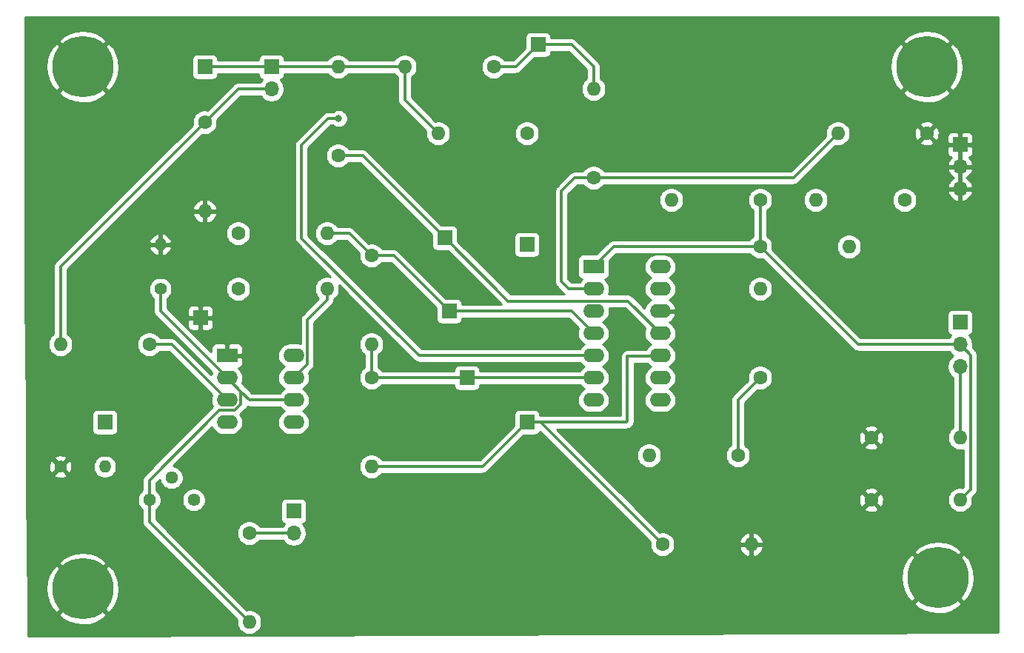
<source format=gbr>
%TF.GenerationSoftware,KiCad,Pcbnew,(5.1.6)-1*%
%TF.CreationDate,2021-02-25T22:42:19-08:00*%
%TF.ProjectId,KiCAD Schematic and PCB - Quick Design Example and Build,4b694341-4420-4536-9368-656d61746963,rev?*%
%TF.SameCoordinates,Original*%
%TF.FileFunction,Copper,L2,Bot*%
%TF.FilePolarity,Positive*%
%FSLAX46Y46*%
G04 Gerber Fmt 4.6, Leading zero omitted, Abs format (unit mm)*
G04 Created by KiCad (PCBNEW (5.1.6)-1) date 2021-02-25 22:42:19*
%MOMM*%
%LPD*%
G01*
G04 APERTURE LIST*
%TA.AperFunction,ComponentPad*%
%ADD10R,2.400000X1.600000*%
%TD*%
%TA.AperFunction,ComponentPad*%
%ADD11O,2.400000X1.600000*%
%TD*%
%TA.AperFunction,ComponentPad*%
%ADD12R,1.700000X1.700000*%
%TD*%
%TA.AperFunction,ComponentPad*%
%ADD13O,1.700000X1.700000*%
%TD*%
%TA.AperFunction,ComponentPad*%
%ADD14C,1.600000*%
%TD*%
%TA.AperFunction,ComponentPad*%
%ADD15O,1.600000X1.600000*%
%TD*%
%TA.AperFunction,ComponentPad*%
%ADD16C,1.400000*%
%TD*%
%TA.AperFunction,ComponentPad*%
%ADD17O,1.400000X1.400000*%
%TD*%
%TA.AperFunction,ComponentPad*%
%ADD18C,1.440000*%
%TD*%
%TA.AperFunction,ComponentPad*%
%ADD19C,7.000000*%
%TD*%
%TA.AperFunction,ComponentPad*%
%ADD20C,0.800000*%
%TD*%
%TA.AperFunction,ViaPad*%
%ADD21C,0.800000*%
%TD*%
%TA.AperFunction,Conductor*%
%ADD22C,0.304800*%
%TD*%
%TA.AperFunction,Conductor*%
%ADD23C,0.254000*%
%TD*%
G04 APERTURE END LIST*
D10*
%TO.P,U5,1*%
%TO.N,GND*%
X149860000Y-80010000D03*
D11*
%TO.P,U5,5*%
%TO.N,Net-(U5-Pad5)*%
X157480000Y-87630000D03*
%TO.P,U5,2*%
%TO.N,Net-(C1-Pad1)*%
X149860000Y-82550000D03*
%TO.P,U5,6*%
X157480000Y-85090000D03*
%TO.P,U5,3*%
%TO.N,Net-(R20-Pad1)*%
X149860000Y-85090000D03*
%TO.P,U5,7*%
%TO.N,Net-(J12-Pad1)*%
X157480000Y-82550000D03*
%TO.P,U5,4*%
%TO.N,+9V*%
X149860000Y-87630000D03*
%TO.P,U5,8*%
X157480000Y-80010000D03*
%TD*%
D12*
%TO.P,J13,1*%
%TO.N,GND*%
X233680000Y-55880000D03*
D13*
%TO.P,J13,2*%
X233680000Y-58420000D03*
%TO.P,J13,3*%
X233680000Y-60960000D03*
%TD*%
D14*
%TO.P,R1,1*%
%TO.N,+9V*%
X151130000Y-66040000D03*
D15*
%TO.P,R1,2*%
%TO.N,Net-(J9-Pad1)*%
X161290000Y-66040000D03*
%TD*%
D16*
%TO.P,C1,1*%
%TO.N,Net-(C1-Pad1)*%
X142240000Y-72390000D03*
D17*
%TO.P,C1,2*%
%TO.N,GND*%
X142240000Y-67310000D03*
%TD*%
D13*
%TO.P,J1,3*%
%TO.N,1out*%
X233680000Y-81280000D03*
%TO.P,J1,2*%
%TO.N,3out*%
X233680000Y-78740000D03*
D12*
%TO.P,J1,1*%
%TO.N,5out*%
X233680000Y-76200000D03*
%TD*%
%TO.P,J2,1*%
%TO.N,+9V*%
X135890000Y-87630000D03*
%TD*%
%TO.P,J3,1*%
%TO.N,GND*%
X146812000Y-75692000D03*
%TD*%
%TO.P,J4,1*%
%TO.N,Tsig*%
X147320000Y-46990000D03*
%TD*%
%TO.P,J5,1*%
%TO.N,Net-(J5-Pad1)*%
X184150000Y-87630000D03*
%TD*%
%TO.P,J6,1*%
%TO.N,Net-(J6-Pad1)*%
X174752000Y-66548000D03*
%TD*%
%TO.P,J7,1*%
%TO.N,Net-(J7-Pad1)*%
X177292000Y-82550000D03*
%TD*%
%TO.P,J8,1*%
%TO.N,Net-(J8-Pad1)*%
X184150000Y-67310000D03*
%TD*%
%TO.P,J9,1*%
%TO.N,Net-(J9-Pad1)*%
X175260000Y-74930000D03*
%TD*%
%TO.P,J10,1*%
%TO.N,Net-(J10-Pad1)*%
X185420000Y-44450000D03*
%TD*%
%TO.P,J11,1*%
%TO.N,Tsig*%
X154940000Y-46990000D03*
D13*
%TO.P,J11,2*%
%TO.N,Net-(J11-Pad2)*%
X154940000Y-49530000D03*
%TD*%
%TO.P,J12,2*%
%TO.N,Net-(J12-Pad2)*%
X157480000Y-100330000D03*
D12*
%TO.P,J12,1*%
%TO.N,Net-(J12-Pad1)*%
X157480000Y-97790000D03*
%TD*%
D14*
%TO.P,R2,1*%
%TO.N,Net-(J9-Pad1)*%
X166370000Y-68580000D03*
D15*
%TO.P,R2,2*%
%TO.N,Net-(J7-Pad1)*%
X166370000Y-78740000D03*
%TD*%
%TO.P,R3,2*%
%TO.N,Net-(J5-Pad1)*%
X166370000Y-92710000D03*
D14*
%TO.P,R3,1*%
%TO.N,Net-(J7-Pad1)*%
X166370000Y-82550000D03*
%TD*%
%TO.P,R4,1*%
%TO.N,Net-(J5-Pad1)*%
X199644000Y-101600000D03*
D15*
%TO.P,R4,2*%
%TO.N,GND*%
X209804000Y-101600000D03*
%TD*%
%TO.P,R5,2*%
%TO.N,Tsig*%
X170180000Y-46990000D03*
D14*
%TO.P,R5,1*%
%TO.N,Net-(J10-Pad1)*%
X180340000Y-46990000D03*
%TD*%
D15*
%TO.P,R6,2*%
%TO.N,Tsig*%
X173990000Y-54610000D03*
D14*
%TO.P,R6,1*%
%TO.N,Net-(J8-Pad1)*%
X184150000Y-54610000D03*
%TD*%
D15*
%TO.P,R7,2*%
%TO.N,Tsig*%
X162560000Y-46990000D03*
D14*
%TO.P,R7,1*%
%TO.N,Net-(J6-Pad1)*%
X162560000Y-57150000D03*
%TD*%
%TO.P,R8,1*%
%TO.N,5out*%
X191770000Y-59690000D03*
D15*
%TO.P,R8,2*%
%TO.N,Net-(J10-Pad1)*%
X191770000Y-49530000D03*
%TD*%
D14*
%TO.P,R9,1*%
%TO.N,3out*%
X210820000Y-62230000D03*
D15*
%TO.P,R9,2*%
%TO.N,Net-(J8-Pad1)*%
X200660000Y-62230000D03*
%TD*%
%TO.P,R10,2*%
%TO.N,Net-(J6-Pad1)*%
X198120000Y-91440000D03*
D14*
%TO.P,R10,1*%
%TO.N,1out*%
X208280000Y-91440000D03*
%TD*%
%TO.P,R11,1*%
%TO.N,5out*%
X227330000Y-62230000D03*
D15*
%TO.P,R11,2*%
%TO.N,+9V*%
X217170000Y-62230000D03*
%TD*%
%TO.P,R12,2*%
%TO.N,5out*%
X219710000Y-54610000D03*
D14*
%TO.P,R12,1*%
%TO.N,GND*%
X229870000Y-54610000D03*
%TD*%
%TO.P,R13,1*%
%TO.N,3out*%
X210820000Y-67564000D03*
D15*
%TO.P,R13,2*%
%TO.N,+9V*%
X220980000Y-67564000D03*
%TD*%
%TO.P,R14,2*%
%TO.N,3out*%
X233680000Y-96520000D03*
D14*
%TO.P,R14,1*%
%TO.N,GND*%
X223520000Y-96520000D03*
%TD*%
%TO.P,R15,1*%
%TO.N,1out*%
X210820000Y-82550000D03*
D15*
%TO.P,R15,2*%
%TO.N,+9V*%
X210820000Y-72390000D03*
%TD*%
%TO.P,R16,2*%
%TO.N,1out*%
X233680000Y-89408000D03*
D14*
%TO.P,R16,1*%
%TO.N,GND*%
X223520000Y-89408000D03*
%TD*%
D15*
%TO.P,R17,2*%
%TO.N,Net-(C1-Pad1)*%
X152400000Y-110490000D03*
D14*
%TO.P,R17,1*%
%TO.N,Net-(J12-Pad2)*%
X152400000Y-100330000D03*
%TD*%
%TO.P,R18,1*%
%TO.N,+9V*%
X151130000Y-72390000D03*
D15*
%TO.P,R18,2*%
%TO.N,Net-(J12-Pad1)*%
X161290000Y-72390000D03*
%TD*%
D14*
%TO.P,R20,1*%
%TO.N,Net-(R20-Pad1)*%
X140970000Y-78740000D03*
D15*
%TO.P,R20,2*%
%TO.N,Net-(J11-Pad2)*%
X130810000Y-78740000D03*
%TD*%
%TO.P,R21,2*%
%TO.N,GND*%
X147320000Y-63500000D03*
D14*
%TO.P,R21,1*%
%TO.N,Net-(J11-Pad2)*%
X147320000Y-53340000D03*
%TD*%
D18*
%TO.P,RV1,3*%
%TO.N,Net-(C1-Pad1)*%
X140970000Y-96520000D03*
%TO.P,RV1,2*%
%TO.N,Net-(J12-Pad1)*%
X143510000Y-93980000D03*
%TO.P,RV1,1*%
%TO.N,Net-(RV1-Pad1)*%
X146050000Y-96520000D03*
%TD*%
D10*
%TO.P,U1,1*%
%TO.N,3out*%
X191770000Y-69850000D03*
D11*
%TO.P,U1,8*%
%TO.N,N/C*%
X199390000Y-85090000D03*
%TO.P,U1,2*%
%TO.N,5out*%
X191770000Y-72390000D03*
%TO.P,U1,9*%
%TO.N,N/C*%
X199390000Y-82550000D03*
%TO.P,U1,3*%
%TO.N,+9V*%
X191770000Y-74930000D03*
%TO.P,U1,10*%
%TO.N,Net-(J5-Pad1)*%
X199390000Y-80010000D03*
%TO.P,U1,4*%
%TO.N,Net-(J9-Pad1)*%
X191770000Y-77470000D03*
%TO.P,U1,11*%
%TO.N,Net-(J6-Pad1)*%
X199390000Y-77470000D03*
%TO.P,U1,5*%
%TO.N,Net-(J10-Pad1)*%
X191770000Y-80010000D03*
%TO.P,U1,12*%
%TO.N,GND*%
X199390000Y-74930000D03*
%TO.P,U1,6*%
%TO.N,Net-(J7-Pad1)*%
X191770000Y-82550000D03*
%TO.P,U1,13*%
%TO.N,1out*%
X199390000Y-72390000D03*
%TO.P,U1,7*%
%TO.N,Net-(J8-Pad1)*%
X191770000Y-85090000D03*
%TO.P,U1,14*%
%TO.N,N/C*%
X199390000Y-69850000D03*
%TD*%
D16*
%TO.P,C2,1*%
%TO.N,GND*%
X130810000Y-92710000D03*
D17*
%TO.P,C2,2*%
%TO.N,+9V*%
X135890000Y-92710000D03*
%TD*%
D19*
%TO.P,H1,1*%
%TO.N,GND*%
X133350000Y-106680000D03*
D20*
X135975000Y-106680000D03*
X135206155Y-108536155D03*
X133350000Y-109305000D03*
X131493845Y-108536155D03*
X130725000Y-106680000D03*
X131493845Y-104823845D03*
X133350000Y-104055000D03*
X135206155Y-104823845D03*
%TD*%
%TO.P,H2,1*%
%TO.N,GND*%
X232996155Y-103553845D03*
X231140000Y-102785000D03*
X229283845Y-103553845D03*
X228515000Y-105410000D03*
X229283845Y-107266155D03*
X231140000Y-108035000D03*
X232996155Y-107266155D03*
X233765000Y-105410000D03*
D19*
X231140000Y-105410000D03*
%TD*%
%TO.P,H3,1*%
%TO.N,GND*%
X229870000Y-46990000D03*
D20*
X232495000Y-46990000D03*
X231726155Y-48846155D03*
X229870000Y-49615000D03*
X228013845Y-48846155D03*
X227245000Y-46990000D03*
X228013845Y-45133845D03*
X229870000Y-44365000D03*
X231726155Y-45133845D03*
%TD*%
%TO.P,H4,1*%
%TO.N,GND*%
X135206155Y-45133845D03*
X133350000Y-44365000D03*
X131493845Y-45133845D03*
X130725000Y-46990000D03*
X131493845Y-48846155D03*
X133350000Y-49615000D03*
X135206155Y-48846155D03*
X135975000Y-46990000D03*
D19*
X133350000Y-46990000D03*
%TD*%
D21*
%TO.N,Net-(J10-Pad1)*%
X162636200Y-52895500D03*
%TD*%
D22*
%TO.N,Net-(C1-Pad1)*%
X142240000Y-74930000D02*
X149860000Y-82550000D01*
X142240000Y-72390000D02*
X142240000Y-74930000D01*
X140970000Y-99060000D02*
X152400000Y-110490000D01*
X140970000Y-96520000D02*
X140970000Y-99060000D01*
X151415610Y-84105610D02*
X149860000Y-82550000D01*
X151415610Y-85568669D02*
X151415610Y-84105610D01*
X150738669Y-86245610D02*
X151415610Y-85568669D01*
X148981331Y-86245610D02*
X150738669Y-86245610D01*
X140970000Y-94256941D02*
X148981331Y-86245610D01*
X140970000Y-96520000D02*
X140970000Y-94256941D01*
X152400000Y-85090000D02*
X151415610Y-84105610D01*
X157480000Y-85090000D02*
X152400000Y-85090000D01*
%TO.N,1out*%
X208280000Y-85090000D02*
X210820000Y-82550000D01*
X208280000Y-91440000D02*
X208280000Y-85090000D01*
X233680000Y-89408000D02*
X233680000Y-81280000D01*
%TO.N,3out*%
X210820000Y-62230000D02*
X210820000Y-67310000D01*
X221996000Y-78740000D02*
X210820000Y-67564000D01*
X233680000Y-78740000D02*
X221996000Y-78740000D01*
X194056000Y-67564000D02*
X191770000Y-69850000D01*
X210820000Y-67564000D02*
X194056000Y-67564000D01*
X234885601Y-79945601D02*
X233680000Y-78740000D01*
X234885601Y-95314399D02*
X234885601Y-79945601D01*
X233680000Y-96520000D02*
X234885601Y-95314399D01*
%TO.N,5out*%
X214630000Y-59690000D02*
X219710000Y-54610000D01*
X191770000Y-59690000D02*
X214630000Y-59690000D01*
X188099700Y-71551800D02*
X188937900Y-72390000D01*
X188099700Y-61226402D02*
X188099700Y-71551800D01*
X188937900Y-72390000D02*
X191770000Y-72390000D01*
X191770000Y-59690000D02*
X189636102Y-59690000D01*
X189636102Y-59690000D02*
X188099700Y-61226402D01*
%TO.N,Tsig*%
X147320000Y-46990000D02*
X170180000Y-46990000D01*
X170180000Y-50800000D02*
X173990000Y-54610000D01*
X170180000Y-46990000D02*
X170180000Y-50800000D01*
%TO.N,Net-(J5-Pad1)*%
X179070000Y-92710000D02*
X184150000Y-87630000D01*
X166370000Y-92710000D02*
X179070000Y-92710000D01*
X198884279Y-80010000D02*
X199390000Y-80010000D01*
X185674000Y-87630000D02*
X199644000Y-101600000D01*
X184150000Y-87630000D02*
X185674000Y-87630000D01*
X199288400Y-80111600D02*
X199390000Y-80010000D01*
X195643500Y-80111600D02*
X199288400Y-80111600D01*
X195643500Y-87553800D02*
X195643500Y-80111600D01*
X184150000Y-87630000D02*
X195567300Y-87630000D01*
X195567300Y-87630000D02*
X195643500Y-87553800D01*
%TO.N,Net-(J6-Pad1)*%
X165354000Y-57150000D02*
X174752000Y-66548000D01*
X162560000Y-57150000D02*
X165354000Y-57150000D01*
X181978390Y-73774390D02*
X195694390Y-73774390D01*
X195694390Y-73774390D02*
X199390000Y-77470000D01*
X174752000Y-66548000D02*
X181978390Y-73774390D01*
%TO.N,Net-(J7-Pad1)*%
X166370000Y-78740000D02*
X166370000Y-82550000D01*
X166370000Y-82550000D02*
X191770000Y-82550000D01*
%TO.N,Net-(J9-Pad1)*%
X163830000Y-66040000D02*
X166370000Y-68580000D01*
X161290000Y-66040000D02*
X163830000Y-66040000D01*
X168910000Y-68580000D02*
X175260000Y-74930000D01*
X166370000Y-68580000D02*
X168910000Y-68580000D01*
X189230000Y-74930000D02*
X191770000Y-77470000D01*
X175260000Y-74930000D02*
X189230000Y-74930000D01*
%TO.N,Net-(J10-Pad1)*%
X182880000Y-46990000D02*
X185420000Y-44450000D01*
X180340000Y-46990000D02*
X182880000Y-46990000D01*
X185420000Y-44450000D02*
X189230000Y-44450000D01*
X191770000Y-46990000D02*
X191770000Y-49530000D01*
X189230000Y-44450000D02*
X191770000Y-46990000D01*
X173549710Y-80010000D02*
X191770000Y-80010000D01*
X158402989Y-66594689D02*
X171818300Y-80010000D01*
X158369000Y-57780522D02*
X158369000Y-66509900D01*
X158369000Y-57780522D02*
X158369000Y-55956200D01*
X158369000Y-55956200D02*
X161429700Y-52895500D01*
X161429700Y-52895500D02*
X162636200Y-52895500D01*
X171818300Y-80010000D02*
X173549710Y-80010000D01*
%TO.N,Net-(J11-Pad2)*%
X154940000Y-49530000D02*
X151130000Y-49530000D01*
X130810000Y-69850000D02*
X130810000Y-78740000D01*
X151130000Y-49530000D02*
X130810000Y-69850000D01*
%TO.N,Net-(J12-Pad2)*%
X152400000Y-100330000D02*
X157480000Y-100330000D01*
%TO.N,Net-(J12-Pad1)*%
X159035610Y-80994390D02*
X159035610Y-75914390D01*
X157480000Y-82550000D02*
X159035610Y-80994390D01*
X161290000Y-73660000D02*
X161290000Y-72390000D01*
X159035610Y-75914390D02*
X161290000Y-73660000D01*
%TO.N,Net-(R20-Pad1)*%
X143510000Y-78740000D02*
X149860000Y-85090000D01*
X140970000Y-78740000D02*
X143510000Y-78740000D01*
%TD*%
D23*
%TO.N,GND*%
G36*
X238061900Y-111633866D02*
G01*
X132802606Y-112114502D01*
X127125787Y-112115783D01*
X127105615Y-109594155D01*
X130615450Y-109594155D01*
X131011634Y-110114550D01*
X131726612Y-110504748D01*
X132503976Y-110747964D01*
X133313853Y-110834851D01*
X134125118Y-110762069D01*
X134906597Y-110532415D01*
X135628256Y-110154715D01*
X135688366Y-110114550D01*
X136084550Y-109594155D01*
X133350000Y-106859605D01*
X130615450Y-109594155D01*
X127105615Y-109594155D01*
X127082012Y-106643853D01*
X129195149Y-106643853D01*
X129267931Y-107455118D01*
X129497585Y-108236597D01*
X129875285Y-108958256D01*
X129915450Y-109018366D01*
X130435845Y-109414550D01*
X133170395Y-106680000D01*
X133529605Y-106680000D01*
X136264155Y-109414550D01*
X136784550Y-109018366D01*
X137174748Y-108303388D01*
X137417964Y-107526024D01*
X137504851Y-106716147D01*
X137432069Y-105904882D01*
X137202415Y-105123403D01*
X136824715Y-104401744D01*
X136784550Y-104341634D01*
X136264155Y-103945450D01*
X133529605Y-106680000D01*
X133170395Y-106680000D01*
X130435845Y-103945450D01*
X129915450Y-104341634D01*
X129525252Y-105056612D01*
X129282036Y-105833976D01*
X129195149Y-106643853D01*
X127082012Y-106643853D01*
X127058989Y-103765845D01*
X130615450Y-103765845D01*
X133350000Y-106500395D01*
X136084550Y-103765845D01*
X135688366Y-103245450D01*
X134973388Y-102855252D01*
X134196024Y-102612036D01*
X133386147Y-102525149D01*
X132574882Y-102597931D01*
X131793403Y-102827585D01*
X131071744Y-103205285D01*
X131011634Y-103245450D01*
X130615450Y-103765845D01*
X127058989Y-103765845D01*
X126977912Y-93631269D01*
X130068336Y-93631269D01*
X130127797Y-93865037D01*
X130366242Y-93975934D01*
X130621740Y-94038183D01*
X130884473Y-94049390D01*
X131144344Y-94009125D01*
X131391366Y-93918935D01*
X131492203Y-93865037D01*
X131551664Y-93631269D01*
X130810000Y-92889605D01*
X130068336Y-93631269D01*
X126977912Y-93631269D01*
X126971137Y-92784473D01*
X129470610Y-92784473D01*
X129510875Y-93044344D01*
X129601065Y-93291366D01*
X129654963Y-93392203D01*
X129888731Y-93451664D01*
X130630395Y-92710000D01*
X130989605Y-92710000D01*
X131731269Y-93451664D01*
X131965037Y-93392203D01*
X132075934Y-93153758D01*
X132138183Y-92898260D01*
X132149390Y-92635527D01*
X132140557Y-92578514D01*
X134555000Y-92578514D01*
X134555000Y-92841486D01*
X134606304Y-93099405D01*
X134706939Y-93342359D01*
X134853038Y-93561013D01*
X135038987Y-93746962D01*
X135257641Y-93893061D01*
X135500595Y-93993696D01*
X135758514Y-94045000D01*
X136021486Y-94045000D01*
X136279405Y-93993696D01*
X136522359Y-93893061D01*
X136741013Y-93746962D01*
X136926962Y-93561013D01*
X137073061Y-93342359D01*
X137173696Y-93099405D01*
X137225000Y-92841486D01*
X137225000Y-92578514D01*
X137173696Y-92320595D01*
X137073061Y-92077641D01*
X136926962Y-91858987D01*
X136741013Y-91673038D01*
X136522359Y-91526939D01*
X136279405Y-91426304D01*
X136021486Y-91375000D01*
X135758514Y-91375000D01*
X135500595Y-91426304D01*
X135257641Y-91526939D01*
X135038987Y-91673038D01*
X134853038Y-91858987D01*
X134706939Y-92077641D01*
X134606304Y-92320595D01*
X134555000Y-92578514D01*
X132140557Y-92578514D01*
X132109125Y-92375656D01*
X132018935Y-92128634D01*
X131965037Y-92027797D01*
X131731269Y-91968336D01*
X130989605Y-92710000D01*
X130630395Y-92710000D01*
X129888731Y-91968336D01*
X129654963Y-92027797D01*
X129544066Y-92266242D01*
X129481817Y-92521740D01*
X129470610Y-92784473D01*
X126971137Y-92784473D01*
X126963172Y-91788731D01*
X130068336Y-91788731D01*
X130810000Y-92530395D01*
X131551664Y-91788731D01*
X131492203Y-91554963D01*
X131253758Y-91444066D01*
X130998260Y-91381817D01*
X130735527Y-91370610D01*
X130475656Y-91410875D01*
X130228634Y-91501065D01*
X130127797Y-91554963D01*
X130068336Y-91788731D01*
X126963172Y-91788731D01*
X126923102Y-86780000D01*
X134401928Y-86780000D01*
X134401928Y-88480000D01*
X134414188Y-88604482D01*
X134450498Y-88724180D01*
X134509463Y-88834494D01*
X134588815Y-88931185D01*
X134685506Y-89010537D01*
X134795820Y-89069502D01*
X134915518Y-89105812D01*
X135040000Y-89118072D01*
X136740000Y-89118072D01*
X136864482Y-89105812D01*
X136984180Y-89069502D01*
X137094494Y-89010537D01*
X137191185Y-88931185D01*
X137270537Y-88834494D01*
X137329502Y-88724180D01*
X137365812Y-88604482D01*
X137378072Y-88480000D01*
X137378072Y-86780000D01*
X137365812Y-86655518D01*
X137329502Y-86535820D01*
X137270537Y-86425506D01*
X137191185Y-86328815D01*
X137094494Y-86249463D01*
X136984180Y-86190498D01*
X136864482Y-86154188D01*
X136740000Y-86141928D01*
X135040000Y-86141928D01*
X134915518Y-86154188D01*
X134795820Y-86190498D01*
X134685506Y-86249463D01*
X134588815Y-86328815D01*
X134509463Y-86425506D01*
X134450498Y-86535820D01*
X134414188Y-86655518D01*
X134401928Y-86780000D01*
X126923102Y-86780000D01*
X126857650Y-78598665D01*
X129375000Y-78598665D01*
X129375000Y-78881335D01*
X129430147Y-79158574D01*
X129538320Y-79419727D01*
X129695363Y-79654759D01*
X129895241Y-79854637D01*
X130130273Y-80011680D01*
X130391426Y-80119853D01*
X130668665Y-80175000D01*
X130951335Y-80175000D01*
X131228574Y-80119853D01*
X131489727Y-80011680D01*
X131724759Y-79854637D01*
X131924637Y-79654759D01*
X132081680Y-79419727D01*
X132189853Y-79158574D01*
X132245000Y-78881335D01*
X132245000Y-78598665D01*
X139535000Y-78598665D01*
X139535000Y-78881335D01*
X139590147Y-79158574D01*
X139698320Y-79419727D01*
X139855363Y-79654759D01*
X140055241Y-79854637D01*
X140290273Y-80011680D01*
X140551426Y-80119853D01*
X140828665Y-80175000D01*
X141111335Y-80175000D01*
X141388574Y-80119853D01*
X141649727Y-80011680D01*
X141884759Y-79854637D01*
X142084637Y-79654759D01*
X142169735Y-79527400D01*
X143183850Y-79527400D01*
X148151094Y-84494646D01*
X148127818Y-84538192D01*
X148045764Y-84808691D01*
X148018057Y-85090000D01*
X148045764Y-85371309D01*
X148127818Y-85641808D01*
X148247560Y-85865830D01*
X140440573Y-93672818D01*
X140410532Y-93697472D01*
X140385879Y-93727512D01*
X140312135Y-93817369D01*
X140239018Y-93954159D01*
X140193995Y-94102584D01*
X140178792Y-94256941D01*
X140182601Y-94295614D01*
X140182600Y-95416479D01*
X140106238Y-95467503D01*
X139917503Y-95656238D01*
X139769215Y-95878167D01*
X139667072Y-96124761D01*
X139615000Y-96386544D01*
X139615000Y-96653456D01*
X139667072Y-96915239D01*
X139769215Y-97161833D01*
X139917503Y-97383762D01*
X140106238Y-97572497D01*
X140182600Y-97623521D01*
X140182601Y-99021327D01*
X140178792Y-99060000D01*
X140193995Y-99214357D01*
X140239018Y-99362782D01*
X140312135Y-99499572D01*
X140410532Y-99619469D01*
X140440573Y-99644123D01*
X150994883Y-110198434D01*
X150965000Y-110348665D01*
X150965000Y-110631335D01*
X151020147Y-110908574D01*
X151128320Y-111169727D01*
X151285363Y-111404759D01*
X151485241Y-111604637D01*
X151720273Y-111761680D01*
X151981426Y-111869853D01*
X152258665Y-111925000D01*
X152541335Y-111925000D01*
X152818574Y-111869853D01*
X153079727Y-111761680D01*
X153314759Y-111604637D01*
X153514637Y-111404759D01*
X153671680Y-111169727D01*
X153779853Y-110908574D01*
X153835000Y-110631335D01*
X153835000Y-110348665D01*
X153779853Y-110071426D01*
X153671680Y-109810273D01*
X153514637Y-109575241D01*
X153314759Y-109375363D01*
X153079727Y-109218320D01*
X152818574Y-109110147D01*
X152541335Y-109055000D01*
X152258665Y-109055000D01*
X152108434Y-109084883D01*
X151347706Y-108324155D01*
X228405450Y-108324155D01*
X228801634Y-108844550D01*
X229516612Y-109234748D01*
X230293976Y-109477964D01*
X231103853Y-109564851D01*
X231915118Y-109492069D01*
X232696597Y-109262415D01*
X233418256Y-108884715D01*
X233478366Y-108844550D01*
X233874550Y-108324155D01*
X231140000Y-105589605D01*
X228405450Y-108324155D01*
X151347706Y-108324155D01*
X148397404Y-105373853D01*
X226985149Y-105373853D01*
X227057931Y-106185118D01*
X227287585Y-106966597D01*
X227665285Y-107688256D01*
X227705450Y-107748366D01*
X228225845Y-108144550D01*
X230960395Y-105410000D01*
X231319605Y-105410000D01*
X234054155Y-108144550D01*
X234574550Y-107748366D01*
X234964748Y-107033388D01*
X235207964Y-106256024D01*
X235294851Y-105446147D01*
X235222069Y-104634882D01*
X234992415Y-103853403D01*
X234614715Y-103131744D01*
X234574550Y-103071634D01*
X234054155Y-102675450D01*
X231319605Y-105410000D01*
X230960395Y-105410000D01*
X228225845Y-102675450D01*
X227705450Y-103071634D01*
X227315252Y-103786612D01*
X227072036Y-104563976D01*
X226985149Y-105373853D01*
X148397404Y-105373853D01*
X143212216Y-100188665D01*
X150965000Y-100188665D01*
X150965000Y-100471335D01*
X151020147Y-100748574D01*
X151128320Y-101009727D01*
X151285363Y-101244759D01*
X151485241Y-101444637D01*
X151720273Y-101601680D01*
X151981426Y-101709853D01*
X152258665Y-101765000D01*
X152541335Y-101765000D01*
X152818574Y-101709853D01*
X153079727Y-101601680D01*
X153314759Y-101444637D01*
X153514637Y-101244759D01*
X153599735Y-101117400D01*
X156220130Y-101117400D01*
X156326525Y-101276632D01*
X156533368Y-101483475D01*
X156776589Y-101645990D01*
X157046842Y-101757932D01*
X157333740Y-101815000D01*
X157626260Y-101815000D01*
X157913158Y-101757932D01*
X158183411Y-101645990D01*
X158426632Y-101483475D01*
X158633475Y-101276632D01*
X158795990Y-101033411D01*
X158907932Y-100763158D01*
X158965000Y-100476260D01*
X158965000Y-100183740D01*
X158907932Y-99896842D01*
X158795990Y-99626589D01*
X158633475Y-99383368D01*
X158501620Y-99251513D01*
X158574180Y-99229502D01*
X158684494Y-99170537D01*
X158781185Y-99091185D01*
X158860537Y-98994494D01*
X158919502Y-98884180D01*
X158955812Y-98764482D01*
X158968072Y-98640000D01*
X158968072Y-96940000D01*
X158955812Y-96815518D01*
X158919502Y-96695820D01*
X158860537Y-96585506D01*
X158781185Y-96488815D01*
X158684494Y-96409463D01*
X158574180Y-96350498D01*
X158454482Y-96314188D01*
X158330000Y-96301928D01*
X156630000Y-96301928D01*
X156505518Y-96314188D01*
X156385820Y-96350498D01*
X156275506Y-96409463D01*
X156178815Y-96488815D01*
X156099463Y-96585506D01*
X156040498Y-96695820D01*
X156004188Y-96815518D01*
X155991928Y-96940000D01*
X155991928Y-98640000D01*
X156004188Y-98764482D01*
X156040498Y-98884180D01*
X156099463Y-98994494D01*
X156178815Y-99091185D01*
X156275506Y-99170537D01*
X156385820Y-99229502D01*
X156458380Y-99251513D01*
X156326525Y-99383368D01*
X156220130Y-99542600D01*
X153599735Y-99542600D01*
X153514637Y-99415241D01*
X153314759Y-99215363D01*
X153079727Y-99058320D01*
X152818574Y-98950147D01*
X152541335Y-98895000D01*
X152258665Y-98895000D01*
X151981426Y-98950147D01*
X151720273Y-99058320D01*
X151485241Y-99215363D01*
X151285363Y-99415241D01*
X151128320Y-99650273D01*
X151020147Y-99911426D01*
X150965000Y-100188665D01*
X143212216Y-100188665D01*
X141757400Y-98733850D01*
X141757400Y-97623520D01*
X141833762Y-97572497D01*
X142022497Y-97383762D01*
X142170785Y-97161833D01*
X142272928Y-96915239D01*
X142325000Y-96653456D01*
X142325000Y-96386544D01*
X144695000Y-96386544D01*
X144695000Y-96653456D01*
X144747072Y-96915239D01*
X144849215Y-97161833D01*
X144997503Y-97383762D01*
X145186238Y-97572497D01*
X145408167Y-97720785D01*
X145654761Y-97822928D01*
X145916544Y-97875000D01*
X146183456Y-97875000D01*
X146445239Y-97822928D01*
X146691833Y-97720785D01*
X146913762Y-97572497D01*
X147102497Y-97383762D01*
X147250785Y-97161833D01*
X147352928Y-96915239D01*
X147405000Y-96653456D01*
X147405000Y-96386544D01*
X147352928Y-96124761D01*
X147250785Y-95878167D01*
X147102497Y-95656238D01*
X146913762Y-95467503D01*
X146691833Y-95319215D01*
X146445239Y-95217072D01*
X146183456Y-95165000D01*
X145916544Y-95165000D01*
X145654761Y-95217072D01*
X145408167Y-95319215D01*
X145186238Y-95467503D01*
X144997503Y-95656238D01*
X144849215Y-95878167D01*
X144747072Y-96124761D01*
X144695000Y-96386544D01*
X142325000Y-96386544D01*
X142272928Y-96124761D01*
X142170785Y-95878167D01*
X142022497Y-95656238D01*
X141833762Y-95467503D01*
X141757400Y-95416480D01*
X141757400Y-94583091D01*
X142166951Y-94173540D01*
X142207072Y-94375239D01*
X142309215Y-94621833D01*
X142457503Y-94843762D01*
X142646238Y-95032497D01*
X142868167Y-95180785D01*
X143114761Y-95282928D01*
X143376544Y-95335000D01*
X143643456Y-95335000D01*
X143905239Y-95282928D01*
X144151833Y-95180785D01*
X144373762Y-95032497D01*
X144562497Y-94843762D01*
X144710785Y-94621833D01*
X144812928Y-94375239D01*
X144865000Y-94113456D01*
X144865000Y-93846544D01*
X144812928Y-93584761D01*
X144710785Y-93338167D01*
X144562497Y-93116238D01*
X144373762Y-92927503D01*
X144151833Y-92779215D01*
X143905239Y-92677072D01*
X143703540Y-92636951D01*
X148138569Y-88201922D01*
X148261068Y-88431101D01*
X148440392Y-88649608D01*
X148658899Y-88828932D01*
X148908192Y-88962182D01*
X149178691Y-89044236D01*
X149389508Y-89065000D01*
X150330492Y-89065000D01*
X150541309Y-89044236D01*
X150811808Y-88962182D01*
X151061101Y-88828932D01*
X151279608Y-88649608D01*
X151458932Y-88431101D01*
X151592182Y-88181808D01*
X151674236Y-87911309D01*
X151701943Y-87630000D01*
X151674236Y-87348691D01*
X151592182Y-87078192D01*
X151458932Y-86828899D01*
X151373288Y-86724541D01*
X151945044Y-86152787D01*
X151975079Y-86128138D01*
X152073476Y-86008241D01*
X152146592Y-85871452D01*
X152156451Y-85838950D01*
X152245643Y-85866006D01*
X152361327Y-85877400D01*
X152361335Y-85877400D01*
X152400000Y-85881208D01*
X152438665Y-85877400D01*
X155873745Y-85877400D01*
X155881068Y-85891101D01*
X156060392Y-86109608D01*
X156278899Y-86288932D01*
X156411858Y-86360000D01*
X156278899Y-86431068D01*
X156060392Y-86610392D01*
X155881068Y-86828899D01*
X155747818Y-87078192D01*
X155665764Y-87348691D01*
X155638057Y-87630000D01*
X155665764Y-87911309D01*
X155747818Y-88181808D01*
X155881068Y-88431101D01*
X156060392Y-88649608D01*
X156278899Y-88828932D01*
X156528192Y-88962182D01*
X156798691Y-89044236D01*
X157009508Y-89065000D01*
X157950492Y-89065000D01*
X158161309Y-89044236D01*
X158431808Y-88962182D01*
X158681101Y-88828932D01*
X158899608Y-88649608D01*
X159078932Y-88431101D01*
X159212182Y-88181808D01*
X159294236Y-87911309D01*
X159321943Y-87630000D01*
X159294236Y-87348691D01*
X159212182Y-87078192D01*
X159078932Y-86828899D01*
X158899608Y-86610392D01*
X158681101Y-86431068D01*
X158548142Y-86360000D01*
X158681101Y-86288932D01*
X158899608Y-86109608D01*
X159078932Y-85891101D01*
X159212182Y-85641808D01*
X159294236Y-85371309D01*
X159321943Y-85090000D01*
X159294236Y-84808691D01*
X159212182Y-84538192D01*
X159078932Y-84288899D01*
X158899608Y-84070392D01*
X158681101Y-83891068D01*
X158548142Y-83820000D01*
X158681101Y-83748932D01*
X158899608Y-83569608D01*
X159078932Y-83351101D01*
X159212182Y-83101808D01*
X159294236Y-82831309D01*
X159321943Y-82550000D01*
X159294236Y-82268691D01*
X159212182Y-81998192D01*
X159188906Y-81954645D01*
X159565039Y-81578512D01*
X159595079Y-81553859D01*
X159675538Y-81455820D01*
X159693476Y-81433963D01*
X159766592Y-81297173D01*
X159811616Y-81148747D01*
X159813094Y-81133740D01*
X159823010Y-81033063D01*
X159823010Y-81033055D01*
X159826818Y-80994390D01*
X159823010Y-80955725D01*
X159823010Y-76240540D01*
X161819429Y-74244122D01*
X161849469Y-74219469D01*
X161923798Y-74128899D01*
X161947866Y-74099573D01*
X162020982Y-73962783D01*
X162023186Y-73955518D01*
X162066006Y-73814357D01*
X162077400Y-73698673D01*
X162077400Y-73698663D01*
X162081208Y-73660000D01*
X162077400Y-73621337D01*
X162077400Y-73589735D01*
X162204759Y-73504637D01*
X162404637Y-73304759D01*
X162561680Y-73069727D01*
X162669853Y-72808574D01*
X162725000Y-72531335D01*
X162725000Y-72248665D01*
X162670766Y-71976016D01*
X171234177Y-80539428D01*
X171258831Y-80569469D01*
X171317765Y-80617835D01*
X171378727Y-80667866D01*
X171477256Y-80720531D01*
X171515517Y-80740982D01*
X171663943Y-80786006D01*
X171779627Y-80797400D01*
X171779635Y-80797400D01*
X171818300Y-80801208D01*
X171856965Y-80797400D01*
X190163745Y-80797400D01*
X190171068Y-80811101D01*
X190350392Y-81029608D01*
X190568899Y-81208932D01*
X190701858Y-81280000D01*
X190568899Y-81351068D01*
X190350392Y-81530392D01*
X190171068Y-81748899D01*
X190163745Y-81762600D01*
X178780072Y-81762600D01*
X178780072Y-81700000D01*
X178767812Y-81575518D01*
X178731502Y-81455820D01*
X178672537Y-81345506D01*
X178593185Y-81248815D01*
X178496494Y-81169463D01*
X178386180Y-81110498D01*
X178266482Y-81074188D01*
X178142000Y-81061928D01*
X176442000Y-81061928D01*
X176317518Y-81074188D01*
X176197820Y-81110498D01*
X176087506Y-81169463D01*
X175990815Y-81248815D01*
X175911463Y-81345506D01*
X175852498Y-81455820D01*
X175816188Y-81575518D01*
X175803928Y-81700000D01*
X175803928Y-81762600D01*
X167569735Y-81762600D01*
X167484637Y-81635241D01*
X167284759Y-81435363D01*
X167157400Y-81350265D01*
X167157400Y-79939735D01*
X167284759Y-79854637D01*
X167484637Y-79654759D01*
X167641680Y-79419727D01*
X167749853Y-79158574D01*
X167805000Y-78881335D01*
X167805000Y-78598665D01*
X167749853Y-78321426D01*
X167641680Y-78060273D01*
X167484637Y-77825241D01*
X167284759Y-77625363D01*
X167049727Y-77468320D01*
X166788574Y-77360147D01*
X166511335Y-77305000D01*
X166228665Y-77305000D01*
X165951426Y-77360147D01*
X165690273Y-77468320D01*
X165455241Y-77625363D01*
X165255363Y-77825241D01*
X165098320Y-78060273D01*
X164990147Y-78321426D01*
X164935000Y-78598665D01*
X164935000Y-78881335D01*
X164990147Y-79158574D01*
X165098320Y-79419727D01*
X165255363Y-79654759D01*
X165455241Y-79854637D01*
X165582600Y-79939736D01*
X165582601Y-81350264D01*
X165455241Y-81435363D01*
X165255363Y-81635241D01*
X165098320Y-81870273D01*
X164990147Y-82131426D01*
X164935000Y-82408665D01*
X164935000Y-82691335D01*
X164990147Y-82968574D01*
X165098320Y-83229727D01*
X165255363Y-83464759D01*
X165455241Y-83664637D01*
X165690273Y-83821680D01*
X165951426Y-83929853D01*
X166228665Y-83985000D01*
X166511335Y-83985000D01*
X166788574Y-83929853D01*
X167049727Y-83821680D01*
X167284759Y-83664637D01*
X167484637Y-83464759D01*
X167569735Y-83337400D01*
X175803928Y-83337400D01*
X175803928Y-83400000D01*
X175816188Y-83524482D01*
X175852498Y-83644180D01*
X175911463Y-83754494D01*
X175990815Y-83851185D01*
X176087506Y-83930537D01*
X176197820Y-83989502D01*
X176317518Y-84025812D01*
X176442000Y-84038072D01*
X178142000Y-84038072D01*
X178266482Y-84025812D01*
X178386180Y-83989502D01*
X178496494Y-83930537D01*
X178593185Y-83851185D01*
X178672537Y-83754494D01*
X178731502Y-83644180D01*
X178767812Y-83524482D01*
X178780072Y-83400000D01*
X178780072Y-83337400D01*
X190163745Y-83337400D01*
X190171068Y-83351101D01*
X190350392Y-83569608D01*
X190568899Y-83748932D01*
X190701858Y-83820000D01*
X190568899Y-83891068D01*
X190350392Y-84070392D01*
X190171068Y-84288899D01*
X190037818Y-84538192D01*
X189955764Y-84808691D01*
X189928057Y-85090000D01*
X189955764Y-85371309D01*
X190037818Y-85641808D01*
X190171068Y-85891101D01*
X190350392Y-86109608D01*
X190568899Y-86288932D01*
X190818192Y-86422182D01*
X191088691Y-86504236D01*
X191299508Y-86525000D01*
X192240492Y-86525000D01*
X192451309Y-86504236D01*
X192721808Y-86422182D01*
X192971101Y-86288932D01*
X193189608Y-86109608D01*
X193368932Y-85891101D01*
X193502182Y-85641808D01*
X193584236Y-85371309D01*
X193611943Y-85090000D01*
X193584236Y-84808691D01*
X193502182Y-84538192D01*
X193368932Y-84288899D01*
X193189608Y-84070392D01*
X192971101Y-83891068D01*
X192838142Y-83820000D01*
X192971101Y-83748932D01*
X193189608Y-83569608D01*
X193368932Y-83351101D01*
X193502182Y-83101808D01*
X193584236Y-82831309D01*
X193611943Y-82550000D01*
X193584236Y-82268691D01*
X193502182Y-81998192D01*
X193368932Y-81748899D01*
X193189608Y-81530392D01*
X192971101Y-81351068D01*
X192838142Y-81280000D01*
X192971101Y-81208932D01*
X193189608Y-81029608D01*
X193368932Y-80811101D01*
X193502182Y-80561808D01*
X193584236Y-80291309D01*
X193611943Y-80010000D01*
X193584236Y-79728691D01*
X193502182Y-79458192D01*
X193368932Y-79208899D01*
X193189608Y-78990392D01*
X192971101Y-78811068D01*
X192838142Y-78740000D01*
X192971101Y-78668932D01*
X193189608Y-78489608D01*
X193368932Y-78271101D01*
X193502182Y-78021808D01*
X193584236Y-77751309D01*
X193611943Y-77470000D01*
X193584236Y-77188691D01*
X193502182Y-76918192D01*
X193368932Y-76668899D01*
X193189608Y-76450392D01*
X192971101Y-76271068D01*
X192838142Y-76200000D01*
X192971101Y-76128932D01*
X193189608Y-75949608D01*
X193368932Y-75731101D01*
X193502182Y-75481808D01*
X193584236Y-75211309D01*
X193611943Y-74930000D01*
X193584236Y-74648691D01*
X193557875Y-74561790D01*
X195368240Y-74561790D01*
X197681094Y-76874645D01*
X197657818Y-76918192D01*
X197575764Y-77188691D01*
X197548057Y-77470000D01*
X197575764Y-77751309D01*
X197657818Y-78021808D01*
X197791068Y-78271101D01*
X197970392Y-78489608D01*
X198188899Y-78668932D01*
X198321858Y-78740000D01*
X198188899Y-78811068D01*
X197970392Y-78990392D01*
X197791068Y-79208899D01*
X197729438Y-79324200D01*
X195682173Y-79324200D01*
X195643500Y-79320391D01*
X195604827Y-79324200D01*
X195489143Y-79335594D01*
X195340717Y-79380618D01*
X195203928Y-79453734D01*
X195084031Y-79552131D01*
X194985634Y-79672028D01*
X194912518Y-79808817D01*
X194867494Y-79957243D01*
X194852291Y-80111600D01*
X194856101Y-80150283D01*
X194856100Y-86842600D01*
X185712663Y-86842600D01*
X185674000Y-86838792D01*
X185638072Y-86842331D01*
X185638072Y-86780000D01*
X185625812Y-86655518D01*
X185589502Y-86535820D01*
X185530537Y-86425506D01*
X185451185Y-86328815D01*
X185354494Y-86249463D01*
X185244180Y-86190498D01*
X185124482Y-86154188D01*
X185000000Y-86141928D01*
X183300000Y-86141928D01*
X183175518Y-86154188D01*
X183055820Y-86190498D01*
X182945506Y-86249463D01*
X182848815Y-86328815D01*
X182769463Y-86425506D01*
X182710498Y-86535820D01*
X182674188Y-86655518D01*
X182661928Y-86780000D01*
X182661928Y-88004521D01*
X178743850Y-91922600D01*
X167569735Y-91922600D01*
X167484637Y-91795241D01*
X167284759Y-91595363D01*
X167049727Y-91438320D01*
X166788574Y-91330147D01*
X166511335Y-91275000D01*
X166228665Y-91275000D01*
X165951426Y-91330147D01*
X165690273Y-91438320D01*
X165455241Y-91595363D01*
X165255363Y-91795241D01*
X165098320Y-92030273D01*
X164990147Y-92291426D01*
X164935000Y-92568665D01*
X164935000Y-92851335D01*
X164990147Y-93128574D01*
X165098320Y-93389727D01*
X165255363Y-93624759D01*
X165455241Y-93824637D01*
X165690273Y-93981680D01*
X165951426Y-94089853D01*
X166228665Y-94145000D01*
X166511335Y-94145000D01*
X166788574Y-94089853D01*
X167049727Y-93981680D01*
X167284759Y-93824637D01*
X167484637Y-93624759D01*
X167569735Y-93497400D01*
X179031337Y-93497400D01*
X179070000Y-93501208D01*
X179108663Y-93497400D01*
X179108673Y-93497400D01*
X179224357Y-93486006D01*
X179372783Y-93440982D01*
X179509572Y-93367866D01*
X179629469Y-93269469D01*
X179654128Y-93239422D01*
X183775479Y-89118072D01*
X185000000Y-89118072D01*
X185124482Y-89105812D01*
X185244180Y-89069502D01*
X185354494Y-89010537D01*
X185451185Y-88931185D01*
X185530537Y-88834494D01*
X185589502Y-88724180D01*
X185604660Y-88674210D01*
X198238883Y-101308435D01*
X198209000Y-101458665D01*
X198209000Y-101741335D01*
X198264147Y-102018574D01*
X198372320Y-102279727D01*
X198529363Y-102514759D01*
X198729241Y-102714637D01*
X198964273Y-102871680D01*
X199225426Y-102979853D01*
X199502665Y-103035000D01*
X199785335Y-103035000D01*
X200062574Y-102979853D01*
X200323727Y-102871680D01*
X200558759Y-102714637D01*
X200758637Y-102514759D01*
X200915680Y-102279727D01*
X201023853Y-102018574D01*
X201037684Y-101949039D01*
X208412096Y-101949039D01*
X208452754Y-102083087D01*
X208572963Y-102337420D01*
X208740481Y-102563414D01*
X208948869Y-102752385D01*
X209190119Y-102897070D01*
X209454960Y-102991909D01*
X209677000Y-102870624D01*
X209677000Y-101727000D01*
X209931000Y-101727000D01*
X209931000Y-102870624D01*
X210153040Y-102991909D01*
X210417881Y-102897070D01*
X210659131Y-102752385D01*
X210867519Y-102563414D01*
X210917604Y-102495845D01*
X228405450Y-102495845D01*
X231140000Y-105230395D01*
X233874550Y-102495845D01*
X233478366Y-101975450D01*
X232763388Y-101585252D01*
X231986024Y-101342036D01*
X231176147Y-101255149D01*
X230364882Y-101327931D01*
X229583403Y-101557585D01*
X228861744Y-101935285D01*
X228801634Y-101975450D01*
X228405450Y-102495845D01*
X210917604Y-102495845D01*
X211035037Y-102337420D01*
X211155246Y-102083087D01*
X211195904Y-101949039D01*
X211073915Y-101727000D01*
X209931000Y-101727000D01*
X209677000Y-101727000D01*
X208534085Y-101727000D01*
X208412096Y-101949039D01*
X201037684Y-101949039D01*
X201079000Y-101741335D01*
X201079000Y-101458665D01*
X201037685Y-101250961D01*
X208412096Y-101250961D01*
X208534085Y-101473000D01*
X209677000Y-101473000D01*
X209677000Y-100329376D01*
X209931000Y-100329376D01*
X209931000Y-101473000D01*
X211073915Y-101473000D01*
X211195904Y-101250961D01*
X211155246Y-101116913D01*
X211035037Y-100862580D01*
X210867519Y-100636586D01*
X210659131Y-100447615D01*
X210417881Y-100302930D01*
X210153040Y-100208091D01*
X209931000Y-100329376D01*
X209677000Y-100329376D01*
X209454960Y-100208091D01*
X209190119Y-100302930D01*
X208948869Y-100447615D01*
X208740481Y-100636586D01*
X208572963Y-100862580D01*
X208452754Y-101116913D01*
X208412096Y-101250961D01*
X201037685Y-101250961D01*
X201023853Y-101181426D01*
X200915680Y-100920273D01*
X200758637Y-100685241D01*
X200558759Y-100485363D01*
X200323727Y-100328320D01*
X200062574Y-100220147D01*
X199785335Y-100165000D01*
X199502665Y-100165000D01*
X199352435Y-100194883D01*
X196670254Y-97512702D01*
X222706903Y-97512702D01*
X222778486Y-97756671D01*
X223033996Y-97877571D01*
X223308184Y-97946300D01*
X223590512Y-97960217D01*
X223870130Y-97918787D01*
X224136292Y-97823603D01*
X224261514Y-97756671D01*
X224333097Y-97512702D01*
X223520000Y-96699605D01*
X222706903Y-97512702D01*
X196670254Y-97512702D01*
X195748064Y-96590512D01*
X222079783Y-96590512D01*
X222121213Y-96870130D01*
X222216397Y-97136292D01*
X222283329Y-97261514D01*
X222527298Y-97333097D01*
X223340395Y-96520000D01*
X223699605Y-96520000D01*
X224512702Y-97333097D01*
X224756671Y-97261514D01*
X224877571Y-97006004D01*
X224946300Y-96731816D01*
X224960217Y-96449488D01*
X224918787Y-96169870D01*
X224823603Y-95903708D01*
X224756671Y-95778486D01*
X224512702Y-95706903D01*
X223699605Y-96520000D01*
X223340395Y-96520000D01*
X222527298Y-95706903D01*
X222283329Y-95778486D01*
X222162429Y-96033996D01*
X222093700Y-96308184D01*
X222079783Y-96590512D01*
X195748064Y-96590512D01*
X194684850Y-95527298D01*
X222706903Y-95527298D01*
X223520000Y-96340395D01*
X224333097Y-95527298D01*
X224261514Y-95283329D01*
X224006004Y-95162429D01*
X223731816Y-95093700D01*
X223449488Y-95079783D01*
X223169870Y-95121213D01*
X222903708Y-95216397D01*
X222778486Y-95283329D01*
X222706903Y-95527298D01*
X194684850Y-95527298D01*
X190456216Y-91298665D01*
X196685000Y-91298665D01*
X196685000Y-91581335D01*
X196740147Y-91858574D01*
X196848320Y-92119727D01*
X197005363Y-92354759D01*
X197205241Y-92554637D01*
X197440273Y-92711680D01*
X197701426Y-92819853D01*
X197978665Y-92875000D01*
X198261335Y-92875000D01*
X198538574Y-92819853D01*
X198799727Y-92711680D01*
X199034759Y-92554637D01*
X199234637Y-92354759D01*
X199391680Y-92119727D01*
X199499853Y-91858574D01*
X199555000Y-91581335D01*
X199555000Y-91298665D01*
X206845000Y-91298665D01*
X206845000Y-91581335D01*
X206900147Y-91858574D01*
X207008320Y-92119727D01*
X207165363Y-92354759D01*
X207365241Y-92554637D01*
X207600273Y-92711680D01*
X207861426Y-92819853D01*
X208138665Y-92875000D01*
X208421335Y-92875000D01*
X208698574Y-92819853D01*
X208959727Y-92711680D01*
X209194759Y-92554637D01*
X209394637Y-92354759D01*
X209551680Y-92119727D01*
X209659853Y-91858574D01*
X209715000Y-91581335D01*
X209715000Y-91298665D01*
X209659853Y-91021426D01*
X209551680Y-90760273D01*
X209394637Y-90525241D01*
X209270098Y-90400702D01*
X222706903Y-90400702D01*
X222778486Y-90644671D01*
X223033996Y-90765571D01*
X223308184Y-90834300D01*
X223590512Y-90848217D01*
X223870130Y-90806787D01*
X224136292Y-90711603D01*
X224261514Y-90644671D01*
X224333097Y-90400702D01*
X223520000Y-89587605D01*
X222706903Y-90400702D01*
X209270098Y-90400702D01*
X209194759Y-90325363D01*
X209067400Y-90240265D01*
X209067400Y-89478512D01*
X222079783Y-89478512D01*
X222121213Y-89758130D01*
X222216397Y-90024292D01*
X222283329Y-90149514D01*
X222527298Y-90221097D01*
X223340395Y-89408000D01*
X223699605Y-89408000D01*
X224512702Y-90221097D01*
X224756671Y-90149514D01*
X224877571Y-89894004D01*
X224946300Y-89619816D01*
X224960217Y-89337488D01*
X224918787Y-89057870D01*
X224823603Y-88791708D01*
X224756671Y-88666486D01*
X224512702Y-88594903D01*
X223699605Y-89408000D01*
X223340395Y-89408000D01*
X222527298Y-88594903D01*
X222283329Y-88666486D01*
X222162429Y-88921996D01*
X222093700Y-89196184D01*
X222079783Y-89478512D01*
X209067400Y-89478512D01*
X209067400Y-88415298D01*
X222706903Y-88415298D01*
X223520000Y-89228395D01*
X224333097Y-88415298D01*
X224261514Y-88171329D01*
X224006004Y-88050429D01*
X223731816Y-87981700D01*
X223449488Y-87967783D01*
X223169870Y-88009213D01*
X222903708Y-88104397D01*
X222778486Y-88171329D01*
X222706903Y-88415298D01*
X209067400Y-88415298D01*
X209067400Y-85416150D01*
X210528434Y-83955117D01*
X210678665Y-83985000D01*
X210961335Y-83985000D01*
X211238574Y-83929853D01*
X211499727Y-83821680D01*
X211734759Y-83664637D01*
X211934637Y-83464759D01*
X212091680Y-83229727D01*
X212199853Y-82968574D01*
X212255000Y-82691335D01*
X212255000Y-82408665D01*
X212199853Y-82131426D01*
X212091680Y-81870273D01*
X211934637Y-81635241D01*
X211734759Y-81435363D01*
X211499727Y-81278320D01*
X211238574Y-81170147D01*
X210961335Y-81115000D01*
X210678665Y-81115000D01*
X210401426Y-81170147D01*
X210140273Y-81278320D01*
X209905241Y-81435363D01*
X209705363Y-81635241D01*
X209548320Y-81870273D01*
X209440147Y-82131426D01*
X209385000Y-82408665D01*
X209385000Y-82691335D01*
X209414883Y-82841566D01*
X207750573Y-84505877D01*
X207720532Y-84530531D01*
X207695880Y-84560570D01*
X207695879Y-84560571D01*
X207622135Y-84650428D01*
X207549018Y-84787218D01*
X207503995Y-84935643D01*
X207488792Y-85090000D01*
X207492601Y-85128673D01*
X207492600Y-90240265D01*
X207365241Y-90325363D01*
X207165363Y-90525241D01*
X207008320Y-90760273D01*
X206900147Y-91021426D01*
X206845000Y-91298665D01*
X199555000Y-91298665D01*
X199499853Y-91021426D01*
X199391680Y-90760273D01*
X199234637Y-90525241D01*
X199034759Y-90325363D01*
X198799727Y-90168320D01*
X198538574Y-90060147D01*
X198261335Y-90005000D01*
X197978665Y-90005000D01*
X197701426Y-90060147D01*
X197440273Y-90168320D01*
X197205241Y-90325363D01*
X197005363Y-90525241D01*
X196848320Y-90760273D01*
X196740147Y-91021426D01*
X196685000Y-91298665D01*
X190456216Y-91298665D01*
X187574950Y-88417400D01*
X195528637Y-88417400D01*
X195567300Y-88421208D01*
X195605963Y-88417400D01*
X195605973Y-88417400D01*
X195721657Y-88406006D01*
X195870083Y-88360982D01*
X196006872Y-88287866D01*
X196126769Y-88189469D01*
X196151428Y-88159422D01*
X196172923Y-88137927D01*
X196202969Y-88113269D01*
X196301366Y-87993372D01*
X196374482Y-87856583D01*
X196419506Y-87708157D01*
X196430900Y-87592473D01*
X196430900Y-87592464D01*
X196434708Y-87553801D01*
X196430900Y-87515138D01*
X196430900Y-80899000D01*
X197863205Y-80899000D01*
X197970392Y-81029608D01*
X198188899Y-81208932D01*
X198321858Y-81280000D01*
X198188899Y-81351068D01*
X197970392Y-81530392D01*
X197791068Y-81748899D01*
X197657818Y-81998192D01*
X197575764Y-82268691D01*
X197548057Y-82550000D01*
X197575764Y-82831309D01*
X197657818Y-83101808D01*
X197791068Y-83351101D01*
X197970392Y-83569608D01*
X198188899Y-83748932D01*
X198321858Y-83820000D01*
X198188899Y-83891068D01*
X197970392Y-84070392D01*
X197791068Y-84288899D01*
X197657818Y-84538192D01*
X197575764Y-84808691D01*
X197548057Y-85090000D01*
X197575764Y-85371309D01*
X197657818Y-85641808D01*
X197791068Y-85891101D01*
X197970392Y-86109608D01*
X198188899Y-86288932D01*
X198438192Y-86422182D01*
X198708691Y-86504236D01*
X198919508Y-86525000D01*
X199860492Y-86525000D01*
X200071309Y-86504236D01*
X200341808Y-86422182D01*
X200591101Y-86288932D01*
X200809608Y-86109608D01*
X200988932Y-85891101D01*
X201122182Y-85641808D01*
X201204236Y-85371309D01*
X201231943Y-85090000D01*
X201204236Y-84808691D01*
X201122182Y-84538192D01*
X200988932Y-84288899D01*
X200809608Y-84070392D01*
X200591101Y-83891068D01*
X200458142Y-83820000D01*
X200591101Y-83748932D01*
X200809608Y-83569608D01*
X200988932Y-83351101D01*
X201122182Y-83101808D01*
X201204236Y-82831309D01*
X201231943Y-82550000D01*
X201204236Y-82268691D01*
X201122182Y-81998192D01*
X200988932Y-81748899D01*
X200809608Y-81530392D01*
X200591101Y-81351068D01*
X200458142Y-81280000D01*
X200591101Y-81208932D01*
X200809608Y-81029608D01*
X200988932Y-80811101D01*
X201122182Y-80561808D01*
X201204236Y-80291309D01*
X201231943Y-80010000D01*
X201204236Y-79728691D01*
X201122182Y-79458192D01*
X200988932Y-79208899D01*
X200809608Y-78990392D01*
X200591101Y-78811068D01*
X200458142Y-78740000D01*
X200591101Y-78668932D01*
X200809608Y-78489608D01*
X200988932Y-78271101D01*
X201122182Y-78021808D01*
X201204236Y-77751309D01*
X201231943Y-77470000D01*
X201204236Y-77188691D01*
X201122182Y-76918192D01*
X200988932Y-76668899D01*
X200809608Y-76450392D01*
X200591101Y-76271068D01*
X200463259Y-76202735D01*
X200692839Y-76052601D01*
X200894500Y-75854895D01*
X201053715Y-75621646D01*
X201164367Y-75361818D01*
X201181904Y-75279039D01*
X201059915Y-75057000D01*
X199517000Y-75057000D01*
X199517000Y-75077000D01*
X199263000Y-75077000D01*
X199263000Y-75057000D01*
X199243000Y-75057000D01*
X199243000Y-74803000D01*
X199263000Y-74803000D01*
X199263000Y-74783000D01*
X199517000Y-74783000D01*
X199517000Y-74803000D01*
X201059915Y-74803000D01*
X201181904Y-74580961D01*
X201164367Y-74498182D01*
X201053715Y-74238354D01*
X200894500Y-74005105D01*
X200692839Y-73807399D01*
X200463259Y-73657265D01*
X200591101Y-73588932D01*
X200809608Y-73409608D01*
X200988932Y-73191101D01*
X201122182Y-72941808D01*
X201204236Y-72671309D01*
X201231943Y-72390000D01*
X201218023Y-72248665D01*
X209385000Y-72248665D01*
X209385000Y-72531335D01*
X209440147Y-72808574D01*
X209548320Y-73069727D01*
X209705363Y-73304759D01*
X209905241Y-73504637D01*
X210140273Y-73661680D01*
X210401426Y-73769853D01*
X210678665Y-73825000D01*
X210961335Y-73825000D01*
X211238574Y-73769853D01*
X211499727Y-73661680D01*
X211734759Y-73504637D01*
X211934637Y-73304759D01*
X212091680Y-73069727D01*
X212199853Y-72808574D01*
X212255000Y-72531335D01*
X212255000Y-72248665D01*
X212199853Y-71971426D01*
X212091680Y-71710273D01*
X211934637Y-71475241D01*
X211734759Y-71275363D01*
X211499727Y-71118320D01*
X211238574Y-71010147D01*
X210961335Y-70955000D01*
X210678665Y-70955000D01*
X210401426Y-71010147D01*
X210140273Y-71118320D01*
X209905241Y-71275363D01*
X209705363Y-71475241D01*
X209548320Y-71710273D01*
X209440147Y-71971426D01*
X209385000Y-72248665D01*
X201218023Y-72248665D01*
X201204236Y-72108691D01*
X201122182Y-71838192D01*
X200988932Y-71588899D01*
X200809608Y-71370392D01*
X200591101Y-71191068D01*
X200458142Y-71120000D01*
X200591101Y-71048932D01*
X200809608Y-70869608D01*
X200988932Y-70651101D01*
X201122182Y-70401808D01*
X201204236Y-70131309D01*
X201231943Y-69850000D01*
X201204236Y-69568691D01*
X201122182Y-69298192D01*
X200988932Y-69048899D01*
X200809608Y-68830392D01*
X200591101Y-68651068D01*
X200341808Y-68517818D01*
X200071309Y-68435764D01*
X199860492Y-68415000D01*
X198919508Y-68415000D01*
X198708691Y-68435764D01*
X198438192Y-68517818D01*
X198188899Y-68651068D01*
X197970392Y-68830392D01*
X197791068Y-69048899D01*
X197657818Y-69298192D01*
X197575764Y-69568691D01*
X197548057Y-69850000D01*
X197575764Y-70131309D01*
X197657818Y-70401808D01*
X197791068Y-70651101D01*
X197970392Y-70869608D01*
X198188899Y-71048932D01*
X198321858Y-71120000D01*
X198188899Y-71191068D01*
X197970392Y-71370392D01*
X197791068Y-71588899D01*
X197657818Y-71838192D01*
X197575764Y-72108691D01*
X197548057Y-72390000D01*
X197575764Y-72671309D01*
X197657818Y-72941808D01*
X197791068Y-73191101D01*
X197970392Y-73409608D01*
X198188899Y-73588932D01*
X198316741Y-73657265D01*
X198087161Y-73807399D01*
X197885500Y-74005105D01*
X197726285Y-74238354D01*
X197615633Y-74498182D01*
X197600966Y-74567415D01*
X196278518Y-73244968D01*
X196253859Y-73214921D01*
X196133962Y-73116524D01*
X195997173Y-73043408D01*
X195848747Y-72998384D01*
X195733063Y-72986990D01*
X195733053Y-72986990D01*
X195694390Y-72983182D01*
X195655727Y-72986990D01*
X193478032Y-72986990D01*
X193502182Y-72941808D01*
X193584236Y-72671309D01*
X193611943Y-72390000D01*
X193584236Y-72108691D01*
X193502182Y-71838192D01*
X193368932Y-71588899D01*
X193189608Y-71370392D01*
X193076518Y-71277581D01*
X193094482Y-71275812D01*
X193214180Y-71239502D01*
X193324494Y-71180537D01*
X193421185Y-71101185D01*
X193500537Y-71004494D01*
X193559502Y-70894180D01*
X193595812Y-70774482D01*
X193608072Y-70650000D01*
X193608072Y-69125479D01*
X194382152Y-68351400D01*
X209620265Y-68351400D01*
X209705363Y-68478759D01*
X209905241Y-68678637D01*
X210140273Y-68835680D01*
X210401426Y-68943853D01*
X210678665Y-68999000D01*
X210961335Y-68999000D01*
X211111567Y-68969117D01*
X221411877Y-79269428D01*
X221436531Y-79299469D01*
X221495465Y-79347835D01*
X221556427Y-79397866D01*
X221693217Y-79470982D01*
X221841642Y-79516006D01*
X221855503Y-79517371D01*
X221957327Y-79527400D01*
X221957334Y-79527400D01*
X221996000Y-79531208D01*
X222034665Y-79527400D01*
X232420130Y-79527400D01*
X232526525Y-79686632D01*
X232733368Y-79893475D01*
X232907760Y-80010000D01*
X232733368Y-80126525D01*
X232526525Y-80333368D01*
X232364010Y-80576589D01*
X232252068Y-80846842D01*
X232195000Y-81133740D01*
X232195000Y-81426260D01*
X232252068Y-81713158D01*
X232364010Y-81983411D01*
X232526525Y-82226632D01*
X232733368Y-82433475D01*
X232892601Y-82539871D01*
X232892600Y-88208265D01*
X232765241Y-88293363D01*
X232565363Y-88493241D01*
X232408320Y-88728273D01*
X232300147Y-88989426D01*
X232245000Y-89266665D01*
X232245000Y-89549335D01*
X232300147Y-89826574D01*
X232408320Y-90087727D01*
X232565363Y-90322759D01*
X232765241Y-90522637D01*
X233000273Y-90679680D01*
X233261426Y-90787853D01*
X233538665Y-90843000D01*
X233821335Y-90843000D01*
X234098201Y-90787927D01*
X234098201Y-94988247D01*
X233971566Y-95114883D01*
X233821335Y-95085000D01*
X233538665Y-95085000D01*
X233261426Y-95140147D01*
X233000273Y-95248320D01*
X232765241Y-95405363D01*
X232565363Y-95605241D01*
X232408320Y-95840273D01*
X232300147Y-96101426D01*
X232245000Y-96378665D01*
X232245000Y-96661335D01*
X232300147Y-96938574D01*
X232408320Y-97199727D01*
X232565363Y-97434759D01*
X232765241Y-97634637D01*
X233000273Y-97791680D01*
X233261426Y-97899853D01*
X233538665Y-97955000D01*
X233821335Y-97955000D01*
X234098574Y-97899853D01*
X234359727Y-97791680D01*
X234594759Y-97634637D01*
X234794637Y-97434759D01*
X234951680Y-97199727D01*
X235059853Y-96938574D01*
X235115000Y-96661335D01*
X235115000Y-96378665D01*
X235085117Y-96228434D01*
X235415035Y-95898517D01*
X235445070Y-95873868D01*
X235543467Y-95753971D01*
X235616583Y-95617182D01*
X235661607Y-95468756D01*
X235673001Y-95353072D01*
X235673001Y-95353063D01*
X235676809Y-95314400D01*
X235673001Y-95275737D01*
X235673001Y-79984263D01*
X235676809Y-79945600D01*
X235673001Y-79906937D01*
X235673001Y-79906928D01*
X235661607Y-79791244D01*
X235616583Y-79642818D01*
X235543467Y-79506029D01*
X235445070Y-79386132D01*
X235415034Y-79361482D01*
X235127639Y-79074087D01*
X235165000Y-78886260D01*
X235165000Y-78593740D01*
X235107932Y-78306842D01*
X234995990Y-78036589D01*
X234833475Y-77793368D01*
X234701620Y-77661513D01*
X234774180Y-77639502D01*
X234884494Y-77580537D01*
X234981185Y-77501185D01*
X235060537Y-77404494D01*
X235119502Y-77294180D01*
X235155812Y-77174482D01*
X235168072Y-77050000D01*
X235168072Y-75350000D01*
X235155812Y-75225518D01*
X235119502Y-75105820D01*
X235060537Y-74995506D01*
X234981185Y-74898815D01*
X234884494Y-74819463D01*
X234774180Y-74760498D01*
X234654482Y-74724188D01*
X234530000Y-74711928D01*
X232830000Y-74711928D01*
X232705518Y-74724188D01*
X232585820Y-74760498D01*
X232475506Y-74819463D01*
X232378815Y-74898815D01*
X232299463Y-74995506D01*
X232240498Y-75105820D01*
X232204188Y-75225518D01*
X232191928Y-75350000D01*
X232191928Y-77050000D01*
X232204188Y-77174482D01*
X232240498Y-77294180D01*
X232299463Y-77404494D01*
X232378815Y-77501185D01*
X232475506Y-77580537D01*
X232585820Y-77639502D01*
X232658380Y-77661513D01*
X232526525Y-77793368D01*
X232420130Y-77952600D01*
X222322151Y-77952600D01*
X212225117Y-67855567D01*
X212255000Y-67705335D01*
X212255000Y-67422665D01*
X219545000Y-67422665D01*
X219545000Y-67705335D01*
X219600147Y-67982574D01*
X219708320Y-68243727D01*
X219865363Y-68478759D01*
X220065241Y-68678637D01*
X220300273Y-68835680D01*
X220561426Y-68943853D01*
X220838665Y-68999000D01*
X221121335Y-68999000D01*
X221398574Y-68943853D01*
X221659727Y-68835680D01*
X221894759Y-68678637D01*
X222094637Y-68478759D01*
X222251680Y-68243727D01*
X222359853Y-67982574D01*
X222415000Y-67705335D01*
X222415000Y-67422665D01*
X222359853Y-67145426D01*
X222251680Y-66884273D01*
X222094637Y-66649241D01*
X221894759Y-66449363D01*
X221659727Y-66292320D01*
X221398574Y-66184147D01*
X221121335Y-66129000D01*
X220838665Y-66129000D01*
X220561426Y-66184147D01*
X220300273Y-66292320D01*
X220065241Y-66449363D01*
X219865363Y-66649241D01*
X219708320Y-66884273D01*
X219600147Y-67145426D01*
X219545000Y-67422665D01*
X212255000Y-67422665D01*
X212199853Y-67145426D01*
X212091680Y-66884273D01*
X211934637Y-66649241D01*
X211734759Y-66449363D01*
X211607400Y-66364265D01*
X211607400Y-63429735D01*
X211734759Y-63344637D01*
X211934637Y-63144759D01*
X212091680Y-62909727D01*
X212199853Y-62648574D01*
X212255000Y-62371335D01*
X212255000Y-62088665D01*
X215735000Y-62088665D01*
X215735000Y-62371335D01*
X215790147Y-62648574D01*
X215898320Y-62909727D01*
X216055363Y-63144759D01*
X216255241Y-63344637D01*
X216490273Y-63501680D01*
X216751426Y-63609853D01*
X217028665Y-63665000D01*
X217311335Y-63665000D01*
X217588574Y-63609853D01*
X217849727Y-63501680D01*
X218084759Y-63344637D01*
X218284637Y-63144759D01*
X218441680Y-62909727D01*
X218549853Y-62648574D01*
X218605000Y-62371335D01*
X218605000Y-62088665D01*
X225895000Y-62088665D01*
X225895000Y-62371335D01*
X225950147Y-62648574D01*
X226058320Y-62909727D01*
X226215363Y-63144759D01*
X226415241Y-63344637D01*
X226650273Y-63501680D01*
X226911426Y-63609853D01*
X227188665Y-63665000D01*
X227471335Y-63665000D01*
X227748574Y-63609853D01*
X228009727Y-63501680D01*
X228244759Y-63344637D01*
X228444637Y-63144759D01*
X228601680Y-62909727D01*
X228709853Y-62648574D01*
X228765000Y-62371335D01*
X228765000Y-62088665D01*
X228709853Y-61811426D01*
X228601680Y-61550273D01*
X228445739Y-61316890D01*
X232238524Y-61316890D01*
X232283175Y-61464099D01*
X232408359Y-61726920D01*
X232582412Y-61960269D01*
X232798645Y-62155178D01*
X233048748Y-62304157D01*
X233323109Y-62401481D01*
X233553000Y-62280814D01*
X233553000Y-61087000D01*
X233807000Y-61087000D01*
X233807000Y-62280814D01*
X234036891Y-62401481D01*
X234311252Y-62304157D01*
X234561355Y-62155178D01*
X234777588Y-61960269D01*
X234951641Y-61726920D01*
X235076825Y-61464099D01*
X235121476Y-61316890D01*
X235000155Y-61087000D01*
X233807000Y-61087000D01*
X233553000Y-61087000D01*
X232359845Y-61087000D01*
X232238524Y-61316890D01*
X228445739Y-61316890D01*
X228444637Y-61315241D01*
X228244759Y-61115363D01*
X228009727Y-60958320D01*
X227748574Y-60850147D01*
X227471335Y-60795000D01*
X227188665Y-60795000D01*
X226911426Y-60850147D01*
X226650273Y-60958320D01*
X226415241Y-61115363D01*
X226215363Y-61315241D01*
X226058320Y-61550273D01*
X225950147Y-61811426D01*
X225895000Y-62088665D01*
X218605000Y-62088665D01*
X218549853Y-61811426D01*
X218441680Y-61550273D01*
X218284637Y-61315241D01*
X218084759Y-61115363D01*
X217849727Y-60958320D01*
X217588574Y-60850147D01*
X217311335Y-60795000D01*
X217028665Y-60795000D01*
X216751426Y-60850147D01*
X216490273Y-60958320D01*
X216255241Y-61115363D01*
X216055363Y-61315241D01*
X215898320Y-61550273D01*
X215790147Y-61811426D01*
X215735000Y-62088665D01*
X212255000Y-62088665D01*
X212199853Y-61811426D01*
X212091680Y-61550273D01*
X211934637Y-61315241D01*
X211734759Y-61115363D01*
X211499727Y-60958320D01*
X211238574Y-60850147D01*
X210961335Y-60795000D01*
X210678665Y-60795000D01*
X210401426Y-60850147D01*
X210140273Y-60958320D01*
X209905241Y-61115363D01*
X209705363Y-61315241D01*
X209548320Y-61550273D01*
X209440147Y-61811426D01*
X209385000Y-62088665D01*
X209385000Y-62371335D01*
X209440147Y-62648574D01*
X209548320Y-62909727D01*
X209705363Y-63144759D01*
X209905241Y-63344637D01*
X210032600Y-63429736D01*
X210032601Y-66364264D01*
X209905241Y-66449363D01*
X209705363Y-66649241D01*
X209620265Y-66776600D01*
X194094662Y-66776600D01*
X194055999Y-66772792D01*
X194017336Y-66776600D01*
X194017327Y-66776600D01*
X193901643Y-66787994D01*
X193753217Y-66833018D01*
X193616428Y-66906134D01*
X193616426Y-66906135D01*
X193616427Y-66906135D01*
X193526569Y-66979879D01*
X193526567Y-66979881D01*
X193496531Y-67004531D01*
X193471881Y-67034567D01*
X192094521Y-68411928D01*
X190570000Y-68411928D01*
X190445518Y-68424188D01*
X190325820Y-68460498D01*
X190215506Y-68519463D01*
X190118815Y-68598815D01*
X190039463Y-68695506D01*
X189980498Y-68805820D01*
X189944188Y-68925518D01*
X189931928Y-69050000D01*
X189931928Y-70650000D01*
X189944188Y-70774482D01*
X189980498Y-70894180D01*
X190039463Y-71004494D01*
X190118815Y-71101185D01*
X190215506Y-71180537D01*
X190325820Y-71239502D01*
X190445518Y-71275812D01*
X190463482Y-71277581D01*
X190350392Y-71370392D01*
X190171068Y-71588899D01*
X190163745Y-71602600D01*
X189264051Y-71602600D01*
X188887100Y-71225650D01*
X188887100Y-62088665D01*
X199225000Y-62088665D01*
X199225000Y-62371335D01*
X199280147Y-62648574D01*
X199388320Y-62909727D01*
X199545363Y-63144759D01*
X199745241Y-63344637D01*
X199980273Y-63501680D01*
X200241426Y-63609853D01*
X200518665Y-63665000D01*
X200801335Y-63665000D01*
X201078574Y-63609853D01*
X201339727Y-63501680D01*
X201574759Y-63344637D01*
X201774637Y-63144759D01*
X201931680Y-62909727D01*
X202039853Y-62648574D01*
X202095000Y-62371335D01*
X202095000Y-62088665D01*
X202039853Y-61811426D01*
X201931680Y-61550273D01*
X201774637Y-61315241D01*
X201574759Y-61115363D01*
X201339727Y-60958320D01*
X201078574Y-60850147D01*
X200801335Y-60795000D01*
X200518665Y-60795000D01*
X200241426Y-60850147D01*
X199980273Y-60958320D01*
X199745241Y-61115363D01*
X199545363Y-61315241D01*
X199388320Y-61550273D01*
X199280147Y-61811426D01*
X199225000Y-62088665D01*
X188887100Y-62088665D01*
X188887100Y-61552552D01*
X189962254Y-60477400D01*
X190570265Y-60477400D01*
X190655363Y-60604759D01*
X190855241Y-60804637D01*
X191090273Y-60961680D01*
X191351426Y-61069853D01*
X191628665Y-61125000D01*
X191911335Y-61125000D01*
X192188574Y-61069853D01*
X192449727Y-60961680D01*
X192684759Y-60804637D01*
X192884637Y-60604759D01*
X192969735Y-60477400D01*
X214591337Y-60477400D01*
X214630000Y-60481208D01*
X214668663Y-60477400D01*
X214668673Y-60477400D01*
X214784357Y-60466006D01*
X214932783Y-60420982D01*
X215069572Y-60347866D01*
X215189469Y-60249469D01*
X215214128Y-60219422D01*
X216656660Y-58776890D01*
X232238524Y-58776890D01*
X232283175Y-58924099D01*
X232408359Y-59186920D01*
X232582412Y-59420269D01*
X232798645Y-59615178D01*
X232924255Y-59690000D01*
X232798645Y-59764822D01*
X232582412Y-59959731D01*
X232408359Y-60193080D01*
X232283175Y-60455901D01*
X232238524Y-60603110D01*
X232359845Y-60833000D01*
X233553000Y-60833000D01*
X233553000Y-58547000D01*
X233807000Y-58547000D01*
X233807000Y-60833000D01*
X235000155Y-60833000D01*
X235121476Y-60603110D01*
X235076825Y-60455901D01*
X234951641Y-60193080D01*
X234777588Y-59959731D01*
X234561355Y-59764822D01*
X234435745Y-59690000D01*
X234561355Y-59615178D01*
X234777588Y-59420269D01*
X234951641Y-59186920D01*
X235076825Y-58924099D01*
X235121476Y-58776890D01*
X235000155Y-58547000D01*
X233807000Y-58547000D01*
X233553000Y-58547000D01*
X232359845Y-58547000D01*
X232238524Y-58776890D01*
X216656660Y-58776890D01*
X218703550Y-56730000D01*
X232191928Y-56730000D01*
X232204188Y-56854482D01*
X232240498Y-56974180D01*
X232299463Y-57084494D01*
X232378815Y-57181185D01*
X232475506Y-57260537D01*
X232585820Y-57319502D01*
X232666466Y-57343966D01*
X232582412Y-57419731D01*
X232408359Y-57653080D01*
X232283175Y-57915901D01*
X232238524Y-58063110D01*
X232359845Y-58293000D01*
X233553000Y-58293000D01*
X233553000Y-56007000D01*
X233807000Y-56007000D01*
X233807000Y-58293000D01*
X235000155Y-58293000D01*
X235121476Y-58063110D01*
X235076825Y-57915901D01*
X234951641Y-57653080D01*
X234777588Y-57419731D01*
X234693534Y-57343966D01*
X234774180Y-57319502D01*
X234884494Y-57260537D01*
X234981185Y-57181185D01*
X235060537Y-57084494D01*
X235119502Y-56974180D01*
X235155812Y-56854482D01*
X235168072Y-56730000D01*
X235165000Y-56165750D01*
X235006250Y-56007000D01*
X233807000Y-56007000D01*
X233553000Y-56007000D01*
X232353750Y-56007000D01*
X232195000Y-56165750D01*
X232191928Y-56730000D01*
X218703550Y-56730000D01*
X219418434Y-56015117D01*
X219568665Y-56045000D01*
X219851335Y-56045000D01*
X220128574Y-55989853D01*
X220389727Y-55881680D01*
X220624759Y-55724637D01*
X220746694Y-55602702D01*
X229056903Y-55602702D01*
X229128486Y-55846671D01*
X229383996Y-55967571D01*
X229658184Y-56036300D01*
X229940512Y-56050217D01*
X230220130Y-56008787D01*
X230486292Y-55913603D01*
X230611514Y-55846671D01*
X230683097Y-55602702D01*
X229870000Y-54789605D01*
X229056903Y-55602702D01*
X220746694Y-55602702D01*
X220824637Y-55524759D01*
X220981680Y-55289727D01*
X221089853Y-55028574D01*
X221145000Y-54751335D01*
X221145000Y-54680512D01*
X228429783Y-54680512D01*
X228471213Y-54960130D01*
X228566397Y-55226292D01*
X228633329Y-55351514D01*
X228877298Y-55423097D01*
X229690395Y-54610000D01*
X230049605Y-54610000D01*
X230862702Y-55423097D01*
X231106671Y-55351514D01*
X231227571Y-55096004D01*
X231244115Y-55030000D01*
X232191928Y-55030000D01*
X232195000Y-55594250D01*
X232353750Y-55753000D01*
X233553000Y-55753000D01*
X233553000Y-54553750D01*
X233807000Y-54553750D01*
X233807000Y-55753000D01*
X235006250Y-55753000D01*
X235165000Y-55594250D01*
X235168072Y-55030000D01*
X235155812Y-54905518D01*
X235119502Y-54785820D01*
X235060537Y-54675506D01*
X234981185Y-54578815D01*
X234884494Y-54499463D01*
X234774180Y-54440498D01*
X234654482Y-54404188D01*
X234530000Y-54391928D01*
X233965750Y-54395000D01*
X233807000Y-54553750D01*
X233553000Y-54553750D01*
X233394250Y-54395000D01*
X232830000Y-54391928D01*
X232705518Y-54404188D01*
X232585820Y-54440498D01*
X232475506Y-54499463D01*
X232378815Y-54578815D01*
X232299463Y-54675506D01*
X232240498Y-54785820D01*
X232204188Y-54905518D01*
X232191928Y-55030000D01*
X231244115Y-55030000D01*
X231296300Y-54821816D01*
X231310217Y-54539488D01*
X231268787Y-54259870D01*
X231173603Y-53993708D01*
X231106671Y-53868486D01*
X230862702Y-53796903D01*
X230049605Y-54610000D01*
X229690395Y-54610000D01*
X228877298Y-53796903D01*
X228633329Y-53868486D01*
X228512429Y-54123996D01*
X228443700Y-54398184D01*
X228429783Y-54680512D01*
X221145000Y-54680512D01*
X221145000Y-54468665D01*
X221089853Y-54191426D01*
X220981680Y-53930273D01*
X220824637Y-53695241D01*
X220746694Y-53617298D01*
X229056903Y-53617298D01*
X229870000Y-54430395D01*
X230683097Y-53617298D01*
X230611514Y-53373329D01*
X230356004Y-53252429D01*
X230081816Y-53183700D01*
X229799488Y-53169783D01*
X229519870Y-53211213D01*
X229253708Y-53306397D01*
X229128486Y-53373329D01*
X229056903Y-53617298D01*
X220746694Y-53617298D01*
X220624759Y-53495363D01*
X220389727Y-53338320D01*
X220128574Y-53230147D01*
X219851335Y-53175000D01*
X219568665Y-53175000D01*
X219291426Y-53230147D01*
X219030273Y-53338320D01*
X218795241Y-53495363D01*
X218595363Y-53695241D01*
X218438320Y-53930273D01*
X218330147Y-54191426D01*
X218275000Y-54468665D01*
X218275000Y-54751335D01*
X218304883Y-54901566D01*
X214303850Y-58902600D01*
X192969735Y-58902600D01*
X192884637Y-58775241D01*
X192684759Y-58575363D01*
X192449727Y-58418320D01*
X192188574Y-58310147D01*
X191911335Y-58255000D01*
X191628665Y-58255000D01*
X191351426Y-58310147D01*
X191090273Y-58418320D01*
X190855241Y-58575363D01*
X190655363Y-58775241D01*
X190570265Y-58902600D01*
X189674767Y-58902600D01*
X189636102Y-58898792D01*
X189597437Y-58902600D01*
X189597429Y-58902600D01*
X189481745Y-58913994D01*
X189333319Y-58959018D01*
X189196530Y-59032134D01*
X189106672Y-59105878D01*
X189106669Y-59105881D01*
X189076633Y-59130531D01*
X189051983Y-59160567D01*
X187570277Y-60642275D01*
X187540231Y-60666933D01*
X187441834Y-60786831D01*
X187368718Y-60923620D01*
X187323694Y-61072046D01*
X187312300Y-61187730D01*
X187312300Y-61187739D01*
X187308492Y-61226402D01*
X187312300Y-61265065D01*
X187312301Y-71513127D01*
X187308492Y-71551800D01*
X187323695Y-71706157D01*
X187368718Y-71854582D01*
X187441835Y-71991372D01*
X187540232Y-72111269D01*
X187570273Y-72135923D01*
X188353777Y-72919427D01*
X188378431Y-72949469D01*
X188424150Y-72986990D01*
X182304542Y-72986990D01*
X176240072Y-66922522D01*
X176240072Y-66460000D01*
X182661928Y-66460000D01*
X182661928Y-68160000D01*
X182674188Y-68284482D01*
X182710498Y-68404180D01*
X182769463Y-68514494D01*
X182848815Y-68611185D01*
X182945506Y-68690537D01*
X183055820Y-68749502D01*
X183175518Y-68785812D01*
X183300000Y-68798072D01*
X185000000Y-68798072D01*
X185124482Y-68785812D01*
X185244180Y-68749502D01*
X185354494Y-68690537D01*
X185451185Y-68611185D01*
X185530537Y-68514494D01*
X185589502Y-68404180D01*
X185625812Y-68284482D01*
X185638072Y-68160000D01*
X185638072Y-66460000D01*
X185625812Y-66335518D01*
X185589502Y-66215820D01*
X185530537Y-66105506D01*
X185451185Y-66008815D01*
X185354494Y-65929463D01*
X185244180Y-65870498D01*
X185124482Y-65834188D01*
X185000000Y-65821928D01*
X183300000Y-65821928D01*
X183175518Y-65834188D01*
X183055820Y-65870498D01*
X182945506Y-65929463D01*
X182848815Y-66008815D01*
X182769463Y-66105506D01*
X182710498Y-66215820D01*
X182674188Y-66335518D01*
X182661928Y-66460000D01*
X176240072Y-66460000D01*
X176240072Y-65698000D01*
X176227812Y-65573518D01*
X176191502Y-65453820D01*
X176132537Y-65343506D01*
X176053185Y-65246815D01*
X175956494Y-65167463D01*
X175846180Y-65108498D01*
X175726482Y-65072188D01*
X175602000Y-65059928D01*
X174377479Y-65059928D01*
X165938128Y-56620578D01*
X165913469Y-56590531D01*
X165793572Y-56492134D01*
X165656783Y-56419018D01*
X165508357Y-56373994D01*
X165392673Y-56362600D01*
X165392663Y-56362600D01*
X165354000Y-56358792D01*
X165315337Y-56362600D01*
X163759735Y-56362600D01*
X163674637Y-56235241D01*
X163474759Y-56035363D01*
X163239727Y-55878320D01*
X162978574Y-55770147D01*
X162701335Y-55715000D01*
X162418665Y-55715000D01*
X162141426Y-55770147D01*
X161880273Y-55878320D01*
X161645241Y-56035363D01*
X161445363Y-56235241D01*
X161288320Y-56470273D01*
X161180147Y-56731426D01*
X161125000Y-57008665D01*
X161125000Y-57291335D01*
X161180147Y-57568574D01*
X161288320Y-57829727D01*
X161445363Y-58064759D01*
X161645241Y-58264637D01*
X161880273Y-58421680D01*
X162141426Y-58529853D01*
X162418665Y-58585000D01*
X162701335Y-58585000D01*
X162978574Y-58529853D01*
X163239727Y-58421680D01*
X163474759Y-58264637D01*
X163674637Y-58064759D01*
X163759735Y-57937400D01*
X165027850Y-57937400D01*
X173263928Y-66173479D01*
X173263928Y-67398000D01*
X173276188Y-67522482D01*
X173312498Y-67642180D01*
X173371463Y-67752494D01*
X173450815Y-67849185D01*
X173547506Y-67928537D01*
X173657820Y-67987502D01*
X173777518Y-68023812D01*
X173902000Y-68036072D01*
X175126522Y-68036072D01*
X181233048Y-74142600D01*
X176748072Y-74142600D01*
X176748072Y-74080000D01*
X176735812Y-73955518D01*
X176699502Y-73835820D01*
X176640537Y-73725506D01*
X176561185Y-73628815D01*
X176464494Y-73549463D01*
X176354180Y-73490498D01*
X176234482Y-73454188D01*
X176110000Y-73441928D01*
X174885480Y-73441928D01*
X169494128Y-68050578D01*
X169469469Y-68020531D01*
X169349572Y-67922134D01*
X169212783Y-67849018D01*
X169064357Y-67803994D01*
X168948673Y-67792600D01*
X168948663Y-67792600D01*
X168910000Y-67788792D01*
X168871337Y-67792600D01*
X167569735Y-67792600D01*
X167484637Y-67665241D01*
X167284759Y-67465363D01*
X167049727Y-67308320D01*
X166788574Y-67200147D01*
X166511335Y-67145000D01*
X166228665Y-67145000D01*
X166078434Y-67174883D01*
X164414128Y-65510578D01*
X164389469Y-65480531D01*
X164269572Y-65382134D01*
X164132783Y-65309018D01*
X163984357Y-65263994D01*
X163868673Y-65252600D01*
X163868663Y-65252600D01*
X163830000Y-65248792D01*
X163791337Y-65252600D01*
X162489735Y-65252600D01*
X162404637Y-65125241D01*
X162204759Y-64925363D01*
X161969727Y-64768320D01*
X161708574Y-64660147D01*
X161431335Y-64605000D01*
X161148665Y-64605000D01*
X160871426Y-64660147D01*
X160610273Y-64768320D01*
X160375241Y-64925363D01*
X160175363Y-65125241D01*
X160018320Y-65360273D01*
X159910147Y-65621426D01*
X159855000Y-65898665D01*
X159855000Y-66181335D01*
X159910147Y-66458574D01*
X160018320Y-66719727D01*
X160175363Y-66954759D01*
X160375241Y-67154637D01*
X160610273Y-67311680D01*
X160871426Y-67419853D01*
X161148665Y-67475000D01*
X161431335Y-67475000D01*
X161708574Y-67419853D01*
X161969727Y-67311680D01*
X162204759Y-67154637D01*
X162404637Y-66954759D01*
X162489735Y-66827400D01*
X163503850Y-66827400D01*
X164964883Y-68288434D01*
X164935000Y-68438665D01*
X164935000Y-68721335D01*
X164990147Y-68998574D01*
X165098320Y-69259727D01*
X165255363Y-69494759D01*
X165455241Y-69694637D01*
X165690273Y-69851680D01*
X165951426Y-69959853D01*
X166228665Y-70015000D01*
X166511335Y-70015000D01*
X166788574Y-69959853D01*
X167049727Y-69851680D01*
X167284759Y-69694637D01*
X167484637Y-69494759D01*
X167569735Y-69367400D01*
X168583850Y-69367400D01*
X173771928Y-74555480D01*
X173771928Y-75780000D01*
X173784188Y-75904482D01*
X173820498Y-76024180D01*
X173879463Y-76134494D01*
X173958815Y-76231185D01*
X174055506Y-76310537D01*
X174165820Y-76369502D01*
X174285518Y-76405812D01*
X174410000Y-76418072D01*
X176110000Y-76418072D01*
X176234482Y-76405812D01*
X176354180Y-76369502D01*
X176464494Y-76310537D01*
X176561185Y-76231185D01*
X176640537Y-76134494D01*
X176699502Y-76024180D01*
X176735812Y-75904482D01*
X176748072Y-75780000D01*
X176748072Y-75717400D01*
X188903850Y-75717400D01*
X190061094Y-76874645D01*
X190037818Y-76918192D01*
X189955764Y-77188691D01*
X189928057Y-77470000D01*
X189955764Y-77751309D01*
X190037818Y-78021808D01*
X190171068Y-78271101D01*
X190350392Y-78489608D01*
X190568899Y-78668932D01*
X190701858Y-78740000D01*
X190568899Y-78811068D01*
X190350392Y-78990392D01*
X190171068Y-79208899D01*
X190163745Y-79222600D01*
X172144451Y-79222600D01*
X159156400Y-66234550D01*
X159156400Y-56282350D01*
X161755852Y-53682900D01*
X161959889Y-53682900D01*
X161976426Y-53699437D01*
X162145944Y-53812705D01*
X162334302Y-53890726D01*
X162534261Y-53930500D01*
X162738139Y-53930500D01*
X162938098Y-53890726D01*
X163126456Y-53812705D01*
X163295974Y-53699437D01*
X163440137Y-53555274D01*
X163553405Y-53385756D01*
X163631426Y-53197398D01*
X163671200Y-52997439D01*
X163671200Y-52793561D01*
X163631426Y-52593602D01*
X163553405Y-52405244D01*
X163440137Y-52235726D01*
X163295974Y-52091563D01*
X163126456Y-51978295D01*
X162938098Y-51900274D01*
X162738139Y-51860500D01*
X162534261Y-51860500D01*
X162334302Y-51900274D01*
X162145944Y-51978295D01*
X161976426Y-52091563D01*
X161959889Y-52108100D01*
X161468362Y-52108100D01*
X161429699Y-52104292D01*
X161391036Y-52108100D01*
X161391027Y-52108100D01*
X161275343Y-52119494D01*
X161126917Y-52164518D01*
X160990128Y-52237634D01*
X160990126Y-52237635D01*
X160990127Y-52237635D01*
X160900269Y-52311379D01*
X160900267Y-52311381D01*
X160870231Y-52336031D01*
X160845581Y-52366067D01*
X157839573Y-55372077D01*
X157809532Y-55396731D01*
X157784879Y-55426771D01*
X157711135Y-55516628D01*
X157638018Y-55653418D01*
X157592995Y-55801843D01*
X157577792Y-55956200D01*
X157581601Y-55994873D01*
X157581600Y-57741849D01*
X157581600Y-57741850D01*
X157581601Y-66548573D01*
X157592995Y-66664257D01*
X157638019Y-66812683D01*
X157657137Y-66848450D01*
X157672007Y-66897471D01*
X157745124Y-67034261D01*
X157818868Y-67124118D01*
X161703984Y-71009234D01*
X161431335Y-70955000D01*
X161148665Y-70955000D01*
X160871426Y-71010147D01*
X160610273Y-71118320D01*
X160375241Y-71275363D01*
X160175363Y-71475241D01*
X160018320Y-71710273D01*
X159910147Y-71971426D01*
X159855000Y-72248665D01*
X159855000Y-72531335D01*
X159910147Y-72808574D01*
X160018320Y-73069727D01*
X160175363Y-73304759D01*
X160353527Y-73482923D01*
X158506183Y-75330267D01*
X158476142Y-75354921D01*
X158390374Y-75459429D01*
X158377745Y-75474818D01*
X158304628Y-75611608D01*
X158259605Y-75760033D01*
X158244402Y-75914390D01*
X158248211Y-75953063D01*
X158248210Y-78622125D01*
X158161309Y-78595764D01*
X157950492Y-78575000D01*
X157009508Y-78575000D01*
X156798691Y-78595764D01*
X156528192Y-78677818D01*
X156278899Y-78811068D01*
X156060392Y-78990392D01*
X155881068Y-79208899D01*
X155747818Y-79458192D01*
X155665764Y-79728691D01*
X155638057Y-80010000D01*
X155665764Y-80291309D01*
X155747818Y-80561808D01*
X155881068Y-80811101D01*
X156060392Y-81029608D01*
X156278899Y-81208932D01*
X156411858Y-81280000D01*
X156278899Y-81351068D01*
X156060392Y-81530392D01*
X155881068Y-81748899D01*
X155747818Y-81998192D01*
X155665764Y-82268691D01*
X155638057Y-82550000D01*
X155665764Y-82831309D01*
X155747818Y-83101808D01*
X155881068Y-83351101D01*
X156060392Y-83569608D01*
X156278899Y-83748932D01*
X156411858Y-83820000D01*
X156278899Y-83891068D01*
X156060392Y-84070392D01*
X155881068Y-84288899D01*
X155873745Y-84302600D01*
X152726152Y-84302600D01*
X151999735Y-83576185D01*
X151999731Y-83576180D01*
X151975079Y-83546141D01*
X151945038Y-83521487D01*
X151568906Y-83145355D01*
X151592182Y-83101808D01*
X151674236Y-82831309D01*
X151701943Y-82550000D01*
X151674236Y-82268691D01*
X151592182Y-81998192D01*
X151458932Y-81748899D01*
X151279608Y-81530392D01*
X151166518Y-81437581D01*
X151184482Y-81435812D01*
X151304180Y-81399502D01*
X151414494Y-81340537D01*
X151511185Y-81261185D01*
X151590537Y-81164494D01*
X151649502Y-81054180D01*
X151685812Y-80934482D01*
X151698072Y-80810000D01*
X151695000Y-80295750D01*
X151536250Y-80137000D01*
X149987000Y-80137000D01*
X149987000Y-80157000D01*
X149733000Y-80157000D01*
X149733000Y-80137000D01*
X149713000Y-80137000D01*
X149713000Y-79883000D01*
X149733000Y-79883000D01*
X149733000Y-78733750D01*
X149987000Y-78733750D01*
X149987000Y-79883000D01*
X151536250Y-79883000D01*
X151695000Y-79724250D01*
X151698072Y-79210000D01*
X151685812Y-79085518D01*
X151649502Y-78965820D01*
X151590537Y-78855506D01*
X151511185Y-78758815D01*
X151414494Y-78679463D01*
X151304180Y-78620498D01*
X151184482Y-78584188D01*
X151060000Y-78571928D01*
X150145750Y-78575000D01*
X149987000Y-78733750D01*
X149733000Y-78733750D01*
X149574250Y-78575000D01*
X148660000Y-78571928D01*
X148535518Y-78584188D01*
X148415820Y-78620498D01*
X148305506Y-78679463D01*
X148208815Y-78758815D01*
X148129463Y-78855506D01*
X148070498Y-78965820D01*
X148034188Y-79085518D01*
X148021928Y-79210000D01*
X148024262Y-79600711D01*
X144965551Y-76542000D01*
X145323928Y-76542000D01*
X145336188Y-76666482D01*
X145372498Y-76786180D01*
X145431463Y-76896494D01*
X145510815Y-76993185D01*
X145607506Y-77072537D01*
X145717820Y-77131502D01*
X145837518Y-77167812D01*
X145962000Y-77180072D01*
X146526250Y-77177000D01*
X146685000Y-77018250D01*
X146685000Y-75819000D01*
X146939000Y-75819000D01*
X146939000Y-77018250D01*
X147097750Y-77177000D01*
X147662000Y-77180072D01*
X147786482Y-77167812D01*
X147906180Y-77131502D01*
X148016494Y-77072537D01*
X148113185Y-76993185D01*
X148192537Y-76896494D01*
X148251502Y-76786180D01*
X148287812Y-76666482D01*
X148300072Y-76542000D01*
X148297000Y-75977750D01*
X148138250Y-75819000D01*
X146939000Y-75819000D01*
X146685000Y-75819000D01*
X145485750Y-75819000D01*
X145327000Y-75977750D01*
X145323928Y-76542000D01*
X144965551Y-76542000D01*
X143265551Y-74842000D01*
X145323928Y-74842000D01*
X145327000Y-75406250D01*
X145485750Y-75565000D01*
X146685000Y-75565000D01*
X146685000Y-74365750D01*
X146939000Y-74365750D01*
X146939000Y-75565000D01*
X148138250Y-75565000D01*
X148297000Y-75406250D01*
X148300072Y-74842000D01*
X148287812Y-74717518D01*
X148251502Y-74597820D01*
X148192537Y-74487506D01*
X148113185Y-74390815D01*
X148016494Y-74311463D01*
X147906180Y-74252498D01*
X147786482Y-74216188D01*
X147662000Y-74203928D01*
X147097750Y-74207000D01*
X146939000Y-74365750D01*
X146685000Y-74365750D01*
X146526250Y-74207000D01*
X145962000Y-74203928D01*
X145837518Y-74216188D01*
X145717820Y-74252498D01*
X145607506Y-74311463D01*
X145510815Y-74390815D01*
X145431463Y-74487506D01*
X145372498Y-74597820D01*
X145336188Y-74717518D01*
X145323928Y-74842000D01*
X143265551Y-74842000D01*
X143027400Y-74603850D01*
X143027400Y-73469467D01*
X143091013Y-73426962D01*
X143276962Y-73241013D01*
X143423061Y-73022359D01*
X143523696Y-72779405D01*
X143575000Y-72521486D01*
X143575000Y-72258514D01*
X143573041Y-72248665D01*
X149695000Y-72248665D01*
X149695000Y-72531335D01*
X149750147Y-72808574D01*
X149858320Y-73069727D01*
X150015363Y-73304759D01*
X150215241Y-73504637D01*
X150450273Y-73661680D01*
X150711426Y-73769853D01*
X150988665Y-73825000D01*
X151271335Y-73825000D01*
X151548574Y-73769853D01*
X151809727Y-73661680D01*
X152044759Y-73504637D01*
X152244637Y-73304759D01*
X152401680Y-73069727D01*
X152509853Y-72808574D01*
X152565000Y-72531335D01*
X152565000Y-72248665D01*
X152509853Y-71971426D01*
X152401680Y-71710273D01*
X152244637Y-71475241D01*
X152044759Y-71275363D01*
X151809727Y-71118320D01*
X151548574Y-71010147D01*
X151271335Y-70955000D01*
X150988665Y-70955000D01*
X150711426Y-71010147D01*
X150450273Y-71118320D01*
X150215241Y-71275363D01*
X150015363Y-71475241D01*
X149858320Y-71710273D01*
X149750147Y-71971426D01*
X149695000Y-72248665D01*
X143573041Y-72248665D01*
X143523696Y-72000595D01*
X143423061Y-71757641D01*
X143276962Y-71538987D01*
X143091013Y-71353038D01*
X142872359Y-71206939D01*
X142629405Y-71106304D01*
X142371486Y-71055000D01*
X142108514Y-71055000D01*
X141850595Y-71106304D01*
X141607641Y-71206939D01*
X141388987Y-71353038D01*
X141203038Y-71538987D01*
X141056939Y-71757641D01*
X140956304Y-72000595D01*
X140905000Y-72258514D01*
X140905000Y-72521486D01*
X140956304Y-72779405D01*
X141056939Y-73022359D01*
X141203038Y-73241013D01*
X141388987Y-73426962D01*
X141452600Y-73469467D01*
X141452601Y-74891327D01*
X141448792Y-74930000D01*
X141463995Y-75084357D01*
X141509018Y-75232782D01*
X141571673Y-75350000D01*
X141582135Y-75369572D01*
X141680532Y-75489469D01*
X141710571Y-75514121D01*
X148151094Y-81954646D01*
X148127818Y-81998192D01*
X148070546Y-82186995D01*
X144094128Y-78210578D01*
X144069469Y-78180531D01*
X143949572Y-78082134D01*
X143812783Y-78009018D01*
X143664357Y-77963994D01*
X143548673Y-77952600D01*
X143548663Y-77952600D01*
X143510000Y-77948792D01*
X143471337Y-77952600D01*
X142169735Y-77952600D01*
X142084637Y-77825241D01*
X141884759Y-77625363D01*
X141649727Y-77468320D01*
X141388574Y-77360147D01*
X141111335Y-77305000D01*
X140828665Y-77305000D01*
X140551426Y-77360147D01*
X140290273Y-77468320D01*
X140055241Y-77625363D01*
X139855363Y-77825241D01*
X139698320Y-78060273D01*
X139590147Y-78321426D01*
X139535000Y-78598665D01*
X132245000Y-78598665D01*
X132189853Y-78321426D01*
X132081680Y-78060273D01*
X131924637Y-77825241D01*
X131724759Y-77625363D01*
X131597400Y-77540265D01*
X131597400Y-70176150D01*
X134130220Y-67643330D01*
X140947278Y-67643330D01*
X141037147Y-67889123D01*
X141173241Y-68112660D01*
X141350330Y-68305351D01*
X141561608Y-68459792D01*
X141798956Y-68570047D01*
X141906671Y-68602716D01*
X142113000Y-68479374D01*
X142113000Y-67437000D01*
X142367000Y-67437000D01*
X142367000Y-68479374D01*
X142573329Y-68602716D01*
X142681044Y-68570047D01*
X142918392Y-68459792D01*
X143129670Y-68305351D01*
X143306759Y-68112660D01*
X143442853Y-67889123D01*
X143532722Y-67643330D01*
X143410201Y-67437000D01*
X142367000Y-67437000D01*
X142113000Y-67437000D01*
X141069799Y-67437000D01*
X140947278Y-67643330D01*
X134130220Y-67643330D01*
X134796880Y-66976670D01*
X140947278Y-66976670D01*
X141069799Y-67183000D01*
X142113000Y-67183000D01*
X142113000Y-66140626D01*
X142367000Y-66140626D01*
X142367000Y-67183000D01*
X143410201Y-67183000D01*
X143532722Y-66976670D01*
X143442853Y-66730877D01*
X143306759Y-66507340D01*
X143129670Y-66314649D01*
X142918392Y-66160208D01*
X142681044Y-66049953D01*
X142573329Y-66017284D01*
X142367000Y-66140626D01*
X142113000Y-66140626D01*
X141906671Y-66017284D01*
X141798956Y-66049953D01*
X141561608Y-66160208D01*
X141350330Y-66314649D01*
X141173241Y-66507340D01*
X141037147Y-66730877D01*
X140947278Y-66976670D01*
X134796880Y-66976670D01*
X135874885Y-65898665D01*
X149695000Y-65898665D01*
X149695000Y-66181335D01*
X149750147Y-66458574D01*
X149858320Y-66719727D01*
X150015363Y-66954759D01*
X150215241Y-67154637D01*
X150450273Y-67311680D01*
X150711426Y-67419853D01*
X150988665Y-67475000D01*
X151271335Y-67475000D01*
X151548574Y-67419853D01*
X151809727Y-67311680D01*
X152044759Y-67154637D01*
X152244637Y-66954759D01*
X152401680Y-66719727D01*
X152509853Y-66458574D01*
X152565000Y-66181335D01*
X152565000Y-65898665D01*
X152509853Y-65621426D01*
X152401680Y-65360273D01*
X152244637Y-65125241D01*
X152044759Y-64925363D01*
X151809727Y-64768320D01*
X151548574Y-64660147D01*
X151271335Y-64605000D01*
X150988665Y-64605000D01*
X150711426Y-64660147D01*
X150450273Y-64768320D01*
X150215241Y-64925363D01*
X150015363Y-65125241D01*
X149858320Y-65360273D01*
X149750147Y-65621426D01*
X149695000Y-65898665D01*
X135874885Y-65898665D01*
X137924510Y-63849040D01*
X145928091Y-63849040D01*
X146022930Y-64113881D01*
X146167615Y-64355131D01*
X146356586Y-64563519D01*
X146582580Y-64731037D01*
X146836913Y-64851246D01*
X146970961Y-64891904D01*
X147193000Y-64769915D01*
X147193000Y-63627000D01*
X147447000Y-63627000D01*
X147447000Y-64769915D01*
X147669039Y-64891904D01*
X147803087Y-64851246D01*
X148057420Y-64731037D01*
X148283414Y-64563519D01*
X148472385Y-64355131D01*
X148617070Y-64113881D01*
X148711909Y-63849040D01*
X148590624Y-63627000D01*
X147447000Y-63627000D01*
X147193000Y-63627000D01*
X146049376Y-63627000D01*
X145928091Y-63849040D01*
X137924510Y-63849040D01*
X138622590Y-63150960D01*
X145928091Y-63150960D01*
X146049376Y-63373000D01*
X147193000Y-63373000D01*
X147193000Y-62230085D01*
X147447000Y-62230085D01*
X147447000Y-63373000D01*
X148590624Y-63373000D01*
X148711909Y-63150960D01*
X148617070Y-62886119D01*
X148472385Y-62644869D01*
X148283414Y-62436481D01*
X148057420Y-62268963D01*
X147803087Y-62148754D01*
X147669039Y-62108096D01*
X147447000Y-62230085D01*
X147193000Y-62230085D01*
X146970961Y-62108096D01*
X146836913Y-62148754D01*
X146582580Y-62268963D01*
X146356586Y-62436481D01*
X146167615Y-62644869D01*
X146022930Y-62886119D01*
X145928091Y-63150960D01*
X138622590Y-63150960D01*
X147028435Y-54745117D01*
X147178665Y-54775000D01*
X147461335Y-54775000D01*
X147738574Y-54719853D01*
X147999727Y-54611680D01*
X148234759Y-54454637D01*
X148434637Y-54254759D01*
X148591680Y-54019727D01*
X148699853Y-53758574D01*
X148755000Y-53481335D01*
X148755000Y-53198665D01*
X148725117Y-53048435D01*
X151456152Y-50317400D01*
X153680130Y-50317400D01*
X153786525Y-50476632D01*
X153993368Y-50683475D01*
X154236589Y-50845990D01*
X154506842Y-50957932D01*
X154793740Y-51015000D01*
X155086260Y-51015000D01*
X155373158Y-50957932D01*
X155643411Y-50845990D01*
X155886632Y-50683475D01*
X156093475Y-50476632D01*
X156255990Y-50233411D01*
X156367932Y-49963158D01*
X156425000Y-49676260D01*
X156425000Y-49383740D01*
X156367932Y-49096842D01*
X156255990Y-48826589D01*
X156093475Y-48583368D01*
X155961620Y-48451513D01*
X156034180Y-48429502D01*
X156144494Y-48370537D01*
X156241185Y-48291185D01*
X156320537Y-48194494D01*
X156379502Y-48084180D01*
X156415812Y-47964482D01*
X156428072Y-47840000D01*
X156428072Y-47777400D01*
X161360265Y-47777400D01*
X161445363Y-47904759D01*
X161645241Y-48104637D01*
X161880273Y-48261680D01*
X162141426Y-48369853D01*
X162418665Y-48425000D01*
X162701335Y-48425000D01*
X162978574Y-48369853D01*
X163239727Y-48261680D01*
X163474759Y-48104637D01*
X163674637Y-47904759D01*
X163759735Y-47777400D01*
X168980265Y-47777400D01*
X169065363Y-47904759D01*
X169265241Y-48104637D01*
X169392600Y-48189736D01*
X169392601Y-50761327D01*
X169388792Y-50800000D01*
X169403995Y-50954357D01*
X169449018Y-51102782D01*
X169449019Y-51102783D01*
X169522135Y-51239572D01*
X169620532Y-51359469D01*
X169650573Y-51384123D01*
X172584883Y-54318435D01*
X172555000Y-54468665D01*
X172555000Y-54751335D01*
X172610147Y-55028574D01*
X172718320Y-55289727D01*
X172875363Y-55524759D01*
X173075241Y-55724637D01*
X173310273Y-55881680D01*
X173571426Y-55989853D01*
X173848665Y-56045000D01*
X174131335Y-56045000D01*
X174408574Y-55989853D01*
X174669727Y-55881680D01*
X174904759Y-55724637D01*
X175104637Y-55524759D01*
X175261680Y-55289727D01*
X175369853Y-55028574D01*
X175425000Y-54751335D01*
X175425000Y-54468665D01*
X182715000Y-54468665D01*
X182715000Y-54751335D01*
X182770147Y-55028574D01*
X182878320Y-55289727D01*
X183035363Y-55524759D01*
X183235241Y-55724637D01*
X183470273Y-55881680D01*
X183731426Y-55989853D01*
X184008665Y-56045000D01*
X184291335Y-56045000D01*
X184568574Y-55989853D01*
X184829727Y-55881680D01*
X185064759Y-55724637D01*
X185264637Y-55524759D01*
X185421680Y-55289727D01*
X185529853Y-55028574D01*
X185585000Y-54751335D01*
X185585000Y-54468665D01*
X185529853Y-54191426D01*
X185421680Y-53930273D01*
X185264637Y-53695241D01*
X185064759Y-53495363D01*
X184829727Y-53338320D01*
X184568574Y-53230147D01*
X184291335Y-53175000D01*
X184008665Y-53175000D01*
X183731426Y-53230147D01*
X183470273Y-53338320D01*
X183235241Y-53495363D01*
X183035363Y-53695241D01*
X182878320Y-53930273D01*
X182770147Y-54191426D01*
X182715000Y-54468665D01*
X175425000Y-54468665D01*
X175369853Y-54191426D01*
X175261680Y-53930273D01*
X175104637Y-53695241D01*
X174904759Y-53495363D01*
X174669727Y-53338320D01*
X174408574Y-53230147D01*
X174131335Y-53175000D01*
X173848665Y-53175000D01*
X173698435Y-53204883D01*
X170967400Y-50473850D01*
X170967400Y-48189735D01*
X171094759Y-48104637D01*
X171294637Y-47904759D01*
X171451680Y-47669727D01*
X171559853Y-47408574D01*
X171615000Y-47131335D01*
X171615000Y-46848665D01*
X178905000Y-46848665D01*
X178905000Y-47131335D01*
X178960147Y-47408574D01*
X179068320Y-47669727D01*
X179225363Y-47904759D01*
X179425241Y-48104637D01*
X179660273Y-48261680D01*
X179921426Y-48369853D01*
X180198665Y-48425000D01*
X180481335Y-48425000D01*
X180758574Y-48369853D01*
X181019727Y-48261680D01*
X181254759Y-48104637D01*
X181454637Y-47904759D01*
X181539735Y-47777400D01*
X182841337Y-47777400D01*
X182880000Y-47781208D01*
X182918663Y-47777400D01*
X182918673Y-47777400D01*
X183034357Y-47766006D01*
X183182783Y-47720982D01*
X183319572Y-47647866D01*
X183439469Y-47549469D01*
X183464128Y-47519422D01*
X185045479Y-45938072D01*
X186270000Y-45938072D01*
X186394482Y-45925812D01*
X186514180Y-45889502D01*
X186624494Y-45830537D01*
X186721185Y-45751185D01*
X186800537Y-45654494D01*
X186859502Y-45544180D01*
X186895812Y-45424482D01*
X186908072Y-45300000D01*
X186908072Y-45237400D01*
X188903850Y-45237400D01*
X190982600Y-47316152D01*
X190982601Y-48330264D01*
X190855241Y-48415363D01*
X190655363Y-48615241D01*
X190498320Y-48850273D01*
X190390147Y-49111426D01*
X190335000Y-49388665D01*
X190335000Y-49671335D01*
X190390147Y-49948574D01*
X190498320Y-50209727D01*
X190655363Y-50444759D01*
X190855241Y-50644637D01*
X191090273Y-50801680D01*
X191351426Y-50909853D01*
X191628665Y-50965000D01*
X191911335Y-50965000D01*
X192188574Y-50909853D01*
X192449727Y-50801680D01*
X192684759Y-50644637D01*
X192884637Y-50444759D01*
X193041680Y-50209727D01*
X193149853Y-49948574D01*
X193158688Y-49904155D01*
X227135450Y-49904155D01*
X227531634Y-50424550D01*
X228246612Y-50814748D01*
X229023976Y-51057964D01*
X229833853Y-51144851D01*
X230645118Y-51072069D01*
X231426597Y-50842415D01*
X232148256Y-50464715D01*
X232208366Y-50424550D01*
X232604550Y-49904155D01*
X229870000Y-47169605D01*
X227135450Y-49904155D01*
X193158688Y-49904155D01*
X193205000Y-49671335D01*
X193205000Y-49388665D01*
X193149853Y-49111426D01*
X193041680Y-48850273D01*
X192884637Y-48615241D01*
X192684759Y-48415363D01*
X192557400Y-48330265D01*
X192557400Y-47028662D01*
X192561208Y-46989999D01*
X192557648Y-46953853D01*
X225715149Y-46953853D01*
X225787931Y-47765118D01*
X226017585Y-48546597D01*
X226395285Y-49268256D01*
X226435450Y-49328366D01*
X226955845Y-49724550D01*
X229690395Y-46990000D01*
X230049605Y-46990000D01*
X232784155Y-49724550D01*
X233304550Y-49328366D01*
X233694748Y-48613388D01*
X233937964Y-47836024D01*
X234024851Y-47026147D01*
X233952069Y-46214882D01*
X233722415Y-45433403D01*
X233344715Y-44711744D01*
X233304550Y-44651634D01*
X232784155Y-44255450D01*
X230049605Y-46990000D01*
X229690395Y-46990000D01*
X226955845Y-44255450D01*
X226435450Y-44651634D01*
X226045252Y-45366612D01*
X225802036Y-46143976D01*
X225715149Y-46953853D01*
X192557648Y-46953853D01*
X192557400Y-46951336D01*
X192557400Y-46951327D01*
X192546006Y-46835643D01*
X192500982Y-46687217D01*
X192427866Y-46550428D01*
X192375007Y-46486019D01*
X192354121Y-46460569D01*
X192354119Y-46460567D01*
X192329469Y-46430531D01*
X192299434Y-46405882D01*
X189969396Y-44075845D01*
X227135450Y-44075845D01*
X229870000Y-46810395D01*
X232604550Y-44075845D01*
X232208366Y-43555450D01*
X231493388Y-43165252D01*
X230716024Y-42922036D01*
X229906147Y-42835149D01*
X229094882Y-42907931D01*
X228313403Y-43137585D01*
X227591744Y-43515285D01*
X227531634Y-43555450D01*
X227135450Y-44075845D01*
X189969396Y-44075845D01*
X189814128Y-43920578D01*
X189789469Y-43890531D01*
X189669572Y-43792134D01*
X189532783Y-43719018D01*
X189384357Y-43673994D01*
X189268673Y-43662600D01*
X189268663Y-43662600D01*
X189230000Y-43658792D01*
X189191337Y-43662600D01*
X186908072Y-43662600D01*
X186908072Y-43600000D01*
X186895812Y-43475518D01*
X186859502Y-43355820D01*
X186800537Y-43245506D01*
X186721185Y-43148815D01*
X186624494Y-43069463D01*
X186514180Y-43010498D01*
X186394482Y-42974188D01*
X186270000Y-42961928D01*
X184570000Y-42961928D01*
X184445518Y-42974188D01*
X184325820Y-43010498D01*
X184215506Y-43069463D01*
X184118815Y-43148815D01*
X184039463Y-43245506D01*
X183980498Y-43355820D01*
X183944188Y-43475518D01*
X183931928Y-43600000D01*
X183931928Y-44824521D01*
X182553850Y-46202600D01*
X181539735Y-46202600D01*
X181454637Y-46075241D01*
X181254759Y-45875363D01*
X181019727Y-45718320D01*
X180758574Y-45610147D01*
X180481335Y-45555000D01*
X180198665Y-45555000D01*
X179921426Y-45610147D01*
X179660273Y-45718320D01*
X179425241Y-45875363D01*
X179225363Y-46075241D01*
X179068320Y-46310273D01*
X178960147Y-46571426D01*
X178905000Y-46848665D01*
X171615000Y-46848665D01*
X171559853Y-46571426D01*
X171451680Y-46310273D01*
X171294637Y-46075241D01*
X171094759Y-45875363D01*
X170859727Y-45718320D01*
X170598574Y-45610147D01*
X170321335Y-45555000D01*
X170038665Y-45555000D01*
X169761426Y-45610147D01*
X169500273Y-45718320D01*
X169265241Y-45875363D01*
X169065363Y-46075241D01*
X168980265Y-46202600D01*
X163759735Y-46202600D01*
X163674637Y-46075241D01*
X163474759Y-45875363D01*
X163239727Y-45718320D01*
X162978574Y-45610147D01*
X162701335Y-45555000D01*
X162418665Y-45555000D01*
X162141426Y-45610147D01*
X161880273Y-45718320D01*
X161645241Y-45875363D01*
X161445363Y-46075241D01*
X161360265Y-46202600D01*
X156428072Y-46202600D01*
X156428072Y-46140000D01*
X156415812Y-46015518D01*
X156379502Y-45895820D01*
X156320537Y-45785506D01*
X156241185Y-45688815D01*
X156144494Y-45609463D01*
X156034180Y-45550498D01*
X155914482Y-45514188D01*
X155790000Y-45501928D01*
X154090000Y-45501928D01*
X153965518Y-45514188D01*
X153845820Y-45550498D01*
X153735506Y-45609463D01*
X153638815Y-45688815D01*
X153559463Y-45785506D01*
X153500498Y-45895820D01*
X153464188Y-46015518D01*
X153451928Y-46140000D01*
X153451928Y-46202600D01*
X148808072Y-46202600D01*
X148808072Y-46140000D01*
X148795812Y-46015518D01*
X148759502Y-45895820D01*
X148700537Y-45785506D01*
X148621185Y-45688815D01*
X148524494Y-45609463D01*
X148414180Y-45550498D01*
X148294482Y-45514188D01*
X148170000Y-45501928D01*
X146470000Y-45501928D01*
X146345518Y-45514188D01*
X146225820Y-45550498D01*
X146115506Y-45609463D01*
X146018815Y-45688815D01*
X145939463Y-45785506D01*
X145880498Y-45895820D01*
X145844188Y-46015518D01*
X145831928Y-46140000D01*
X145831928Y-47840000D01*
X145844188Y-47964482D01*
X145880498Y-48084180D01*
X145939463Y-48194494D01*
X146018815Y-48291185D01*
X146115506Y-48370537D01*
X146225820Y-48429502D01*
X146345518Y-48465812D01*
X146470000Y-48478072D01*
X148170000Y-48478072D01*
X148294482Y-48465812D01*
X148414180Y-48429502D01*
X148524494Y-48370537D01*
X148621185Y-48291185D01*
X148700537Y-48194494D01*
X148759502Y-48084180D01*
X148795812Y-47964482D01*
X148808072Y-47840000D01*
X148808072Y-47777400D01*
X153451928Y-47777400D01*
X153451928Y-47840000D01*
X153464188Y-47964482D01*
X153500498Y-48084180D01*
X153559463Y-48194494D01*
X153638815Y-48291185D01*
X153735506Y-48370537D01*
X153845820Y-48429502D01*
X153918380Y-48451513D01*
X153786525Y-48583368D01*
X153680130Y-48742600D01*
X151168665Y-48742600D01*
X151130000Y-48738792D01*
X151091335Y-48742600D01*
X151091327Y-48742600D01*
X150975643Y-48753994D01*
X150827217Y-48799018D01*
X150690428Y-48872134D01*
X150600570Y-48945878D01*
X150600567Y-48945881D01*
X150570531Y-48970531D01*
X150545881Y-49000567D01*
X147611565Y-51934883D01*
X147461335Y-51905000D01*
X147178665Y-51905000D01*
X146901426Y-51960147D01*
X146640273Y-52068320D01*
X146405241Y-52225363D01*
X146205363Y-52425241D01*
X146048320Y-52660273D01*
X145940147Y-52921426D01*
X145885000Y-53198665D01*
X145885000Y-53481335D01*
X145914883Y-53631565D01*
X130280578Y-69265872D01*
X130250531Y-69290531D01*
X130152134Y-69410429D01*
X130079018Y-69547218D01*
X130033994Y-69695644D01*
X130022600Y-69811328D01*
X130022600Y-69811337D01*
X130018792Y-69850000D01*
X130022600Y-69888663D01*
X130022601Y-77540264D01*
X129895241Y-77625363D01*
X129695363Y-77825241D01*
X129538320Y-78060273D01*
X129430147Y-78321426D01*
X129375000Y-78598665D01*
X126857650Y-78598665D01*
X126821800Y-74117460D01*
X126821800Y-49904155D01*
X130615450Y-49904155D01*
X131011634Y-50424550D01*
X131726612Y-50814748D01*
X132503976Y-51057964D01*
X133313853Y-51144851D01*
X134125118Y-51072069D01*
X134906597Y-50842415D01*
X135628256Y-50464715D01*
X135688366Y-50424550D01*
X136084550Y-49904155D01*
X133350000Y-47169605D01*
X130615450Y-49904155D01*
X126821800Y-49904155D01*
X126821800Y-46953853D01*
X129195149Y-46953853D01*
X129267931Y-47765118D01*
X129497585Y-48546597D01*
X129875285Y-49268256D01*
X129915450Y-49328366D01*
X130435845Y-49724550D01*
X133170395Y-46990000D01*
X133529605Y-46990000D01*
X136264155Y-49724550D01*
X136784550Y-49328366D01*
X137174748Y-48613388D01*
X137417964Y-47836024D01*
X137504851Y-47026147D01*
X137432069Y-46214882D01*
X137202415Y-45433403D01*
X136824715Y-44711744D01*
X136784550Y-44651634D01*
X136264155Y-44255450D01*
X133529605Y-46990000D01*
X133170395Y-46990000D01*
X130435845Y-44255450D01*
X129915450Y-44651634D01*
X129525252Y-45366612D01*
X129282036Y-46143976D01*
X129195149Y-46953853D01*
X126821800Y-46953853D01*
X126821800Y-44075845D01*
X130615450Y-44075845D01*
X133350000Y-46810395D01*
X136084550Y-44075845D01*
X135688366Y-43555450D01*
X134973388Y-43165252D01*
X134196024Y-42922036D01*
X133386147Y-42835149D01*
X132574882Y-42907931D01*
X131793403Y-43137585D01*
X131071744Y-43515285D01*
X131011634Y-43555450D01*
X130615450Y-44075845D01*
X126821800Y-44075845D01*
X126821800Y-41299851D01*
X236945202Y-41275000D01*
X238061901Y-41275000D01*
X238061900Y-111633866D01*
G37*
X238061900Y-111633866D02*
X132802606Y-112114502D01*
X127125787Y-112115783D01*
X127105615Y-109594155D01*
X130615450Y-109594155D01*
X131011634Y-110114550D01*
X131726612Y-110504748D01*
X132503976Y-110747964D01*
X133313853Y-110834851D01*
X134125118Y-110762069D01*
X134906597Y-110532415D01*
X135628256Y-110154715D01*
X135688366Y-110114550D01*
X136084550Y-109594155D01*
X133350000Y-106859605D01*
X130615450Y-109594155D01*
X127105615Y-109594155D01*
X127082012Y-106643853D01*
X129195149Y-106643853D01*
X129267931Y-107455118D01*
X129497585Y-108236597D01*
X129875285Y-108958256D01*
X129915450Y-109018366D01*
X130435845Y-109414550D01*
X133170395Y-106680000D01*
X133529605Y-106680000D01*
X136264155Y-109414550D01*
X136784550Y-109018366D01*
X137174748Y-108303388D01*
X137417964Y-107526024D01*
X137504851Y-106716147D01*
X137432069Y-105904882D01*
X137202415Y-105123403D01*
X136824715Y-104401744D01*
X136784550Y-104341634D01*
X136264155Y-103945450D01*
X133529605Y-106680000D01*
X133170395Y-106680000D01*
X130435845Y-103945450D01*
X129915450Y-104341634D01*
X129525252Y-105056612D01*
X129282036Y-105833976D01*
X129195149Y-106643853D01*
X127082012Y-106643853D01*
X127058989Y-103765845D01*
X130615450Y-103765845D01*
X133350000Y-106500395D01*
X136084550Y-103765845D01*
X135688366Y-103245450D01*
X134973388Y-102855252D01*
X134196024Y-102612036D01*
X133386147Y-102525149D01*
X132574882Y-102597931D01*
X131793403Y-102827585D01*
X131071744Y-103205285D01*
X131011634Y-103245450D01*
X130615450Y-103765845D01*
X127058989Y-103765845D01*
X126977912Y-93631269D01*
X130068336Y-93631269D01*
X130127797Y-93865037D01*
X130366242Y-93975934D01*
X130621740Y-94038183D01*
X130884473Y-94049390D01*
X131144344Y-94009125D01*
X131391366Y-93918935D01*
X131492203Y-93865037D01*
X131551664Y-93631269D01*
X130810000Y-92889605D01*
X130068336Y-93631269D01*
X126977912Y-93631269D01*
X126971137Y-92784473D01*
X129470610Y-92784473D01*
X129510875Y-93044344D01*
X129601065Y-93291366D01*
X129654963Y-93392203D01*
X129888731Y-93451664D01*
X130630395Y-92710000D01*
X130989605Y-92710000D01*
X131731269Y-93451664D01*
X131965037Y-93392203D01*
X132075934Y-93153758D01*
X132138183Y-92898260D01*
X132149390Y-92635527D01*
X132140557Y-92578514D01*
X134555000Y-92578514D01*
X134555000Y-92841486D01*
X134606304Y-93099405D01*
X134706939Y-93342359D01*
X134853038Y-93561013D01*
X135038987Y-93746962D01*
X135257641Y-93893061D01*
X135500595Y-93993696D01*
X135758514Y-94045000D01*
X136021486Y-94045000D01*
X136279405Y-93993696D01*
X136522359Y-93893061D01*
X136741013Y-93746962D01*
X136926962Y-93561013D01*
X137073061Y-93342359D01*
X137173696Y-93099405D01*
X137225000Y-92841486D01*
X137225000Y-92578514D01*
X137173696Y-92320595D01*
X137073061Y-92077641D01*
X136926962Y-91858987D01*
X136741013Y-91673038D01*
X136522359Y-91526939D01*
X136279405Y-91426304D01*
X136021486Y-91375000D01*
X135758514Y-91375000D01*
X135500595Y-91426304D01*
X135257641Y-91526939D01*
X135038987Y-91673038D01*
X134853038Y-91858987D01*
X134706939Y-92077641D01*
X134606304Y-92320595D01*
X134555000Y-92578514D01*
X132140557Y-92578514D01*
X132109125Y-92375656D01*
X132018935Y-92128634D01*
X131965037Y-92027797D01*
X131731269Y-91968336D01*
X130989605Y-92710000D01*
X130630395Y-92710000D01*
X129888731Y-91968336D01*
X129654963Y-92027797D01*
X129544066Y-92266242D01*
X129481817Y-92521740D01*
X129470610Y-92784473D01*
X126971137Y-92784473D01*
X126963172Y-91788731D01*
X130068336Y-91788731D01*
X130810000Y-92530395D01*
X131551664Y-91788731D01*
X131492203Y-91554963D01*
X131253758Y-91444066D01*
X130998260Y-91381817D01*
X130735527Y-91370610D01*
X130475656Y-91410875D01*
X130228634Y-91501065D01*
X130127797Y-91554963D01*
X130068336Y-91788731D01*
X126963172Y-91788731D01*
X126923102Y-86780000D01*
X134401928Y-86780000D01*
X134401928Y-88480000D01*
X134414188Y-88604482D01*
X134450498Y-88724180D01*
X134509463Y-88834494D01*
X134588815Y-88931185D01*
X134685506Y-89010537D01*
X134795820Y-89069502D01*
X134915518Y-89105812D01*
X135040000Y-89118072D01*
X136740000Y-89118072D01*
X136864482Y-89105812D01*
X136984180Y-89069502D01*
X137094494Y-89010537D01*
X137191185Y-88931185D01*
X137270537Y-88834494D01*
X137329502Y-88724180D01*
X137365812Y-88604482D01*
X137378072Y-88480000D01*
X137378072Y-86780000D01*
X137365812Y-86655518D01*
X137329502Y-86535820D01*
X137270537Y-86425506D01*
X137191185Y-86328815D01*
X137094494Y-86249463D01*
X136984180Y-86190498D01*
X136864482Y-86154188D01*
X136740000Y-86141928D01*
X135040000Y-86141928D01*
X134915518Y-86154188D01*
X134795820Y-86190498D01*
X134685506Y-86249463D01*
X134588815Y-86328815D01*
X134509463Y-86425506D01*
X134450498Y-86535820D01*
X134414188Y-86655518D01*
X134401928Y-86780000D01*
X126923102Y-86780000D01*
X126857650Y-78598665D01*
X129375000Y-78598665D01*
X129375000Y-78881335D01*
X129430147Y-79158574D01*
X129538320Y-79419727D01*
X129695363Y-79654759D01*
X129895241Y-79854637D01*
X130130273Y-80011680D01*
X130391426Y-80119853D01*
X130668665Y-80175000D01*
X130951335Y-80175000D01*
X131228574Y-80119853D01*
X131489727Y-80011680D01*
X131724759Y-79854637D01*
X131924637Y-79654759D01*
X132081680Y-79419727D01*
X132189853Y-79158574D01*
X132245000Y-78881335D01*
X132245000Y-78598665D01*
X139535000Y-78598665D01*
X139535000Y-78881335D01*
X139590147Y-79158574D01*
X139698320Y-79419727D01*
X139855363Y-79654759D01*
X140055241Y-79854637D01*
X140290273Y-80011680D01*
X140551426Y-80119853D01*
X140828665Y-80175000D01*
X141111335Y-80175000D01*
X141388574Y-80119853D01*
X141649727Y-80011680D01*
X141884759Y-79854637D01*
X142084637Y-79654759D01*
X142169735Y-79527400D01*
X143183850Y-79527400D01*
X148151094Y-84494646D01*
X148127818Y-84538192D01*
X148045764Y-84808691D01*
X148018057Y-85090000D01*
X148045764Y-85371309D01*
X148127818Y-85641808D01*
X148247560Y-85865830D01*
X140440573Y-93672818D01*
X140410532Y-93697472D01*
X140385879Y-93727512D01*
X140312135Y-93817369D01*
X140239018Y-93954159D01*
X140193995Y-94102584D01*
X140178792Y-94256941D01*
X140182601Y-94295614D01*
X140182600Y-95416479D01*
X140106238Y-95467503D01*
X139917503Y-95656238D01*
X139769215Y-95878167D01*
X139667072Y-96124761D01*
X139615000Y-96386544D01*
X139615000Y-96653456D01*
X139667072Y-96915239D01*
X139769215Y-97161833D01*
X139917503Y-97383762D01*
X140106238Y-97572497D01*
X140182600Y-97623521D01*
X140182601Y-99021327D01*
X140178792Y-99060000D01*
X140193995Y-99214357D01*
X140239018Y-99362782D01*
X140312135Y-99499572D01*
X140410532Y-99619469D01*
X140440573Y-99644123D01*
X150994883Y-110198434D01*
X150965000Y-110348665D01*
X150965000Y-110631335D01*
X151020147Y-110908574D01*
X151128320Y-111169727D01*
X151285363Y-111404759D01*
X151485241Y-111604637D01*
X151720273Y-111761680D01*
X151981426Y-111869853D01*
X152258665Y-111925000D01*
X152541335Y-111925000D01*
X152818574Y-111869853D01*
X153079727Y-111761680D01*
X153314759Y-111604637D01*
X153514637Y-111404759D01*
X153671680Y-111169727D01*
X153779853Y-110908574D01*
X153835000Y-110631335D01*
X153835000Y-110348665D01*
X153779853Y-110071426D01*
X153671680Y-109810273D01*
X153514637Y-109575241D01*
X153314759Y-109375363D01*
X153079727Y-109218320D01*
X152818574Y-109110147D01*
X152541335Y-109055000D01*
X152258665Y-109055000D01*
X152108434Y-109084883D01*
X151347706Y-108324155D01*
X228405450Y-108324155D01*
X228801634Y-108844550D01*
X229516612Y-109234748D01*
X230293976Y-109477964D01*
X231103853Y-109564851D01*
X231915118Y-109492069D01*
X232696597Y-109262415D01*
X233418256Y-108884715D01*
X233478366Y-108844550D01*
X233874550Y-108324155D01*
X231140000Y-105589605D01*
X228405450Y-108324155D01*
X151347706Y-108324155D01*
X148397404Y-105373853D01*
X226985149Y-105373853D01*
X227057931Y-106185118D01*
X227287585Y-106966597D01*
X227665285Y-107688256D01*
X227705450Y-107748366D01*
X228225845Y-108144550D01*
X230960395Y-105410000D01*
X231319605Y-105410000D01*
X234054155Y-108144550D01*
X234574550Y-107748366D01*
X234964748Y-107033388D01*
X235207964Y-106256024D01*
X235294851Y-105446147D01*
X235222069Y-104634882D01*
X234992415Y-103853403D01*
X234614715Y-103131744D01*
X234574550Y-103071634D01*
X234054155Y-102675450D01*
X231319605Y-105410000D01*
X230960395Y-105410000D01*
X228225845Y-102675450D01*
X227705450Y-103071634D01*
X227315252Y-103786612D01*
X227072036Y-104563976D01*
X226985149Y-105373853D01*
X148397404Y-105373853D01*
X143212216Y-100188665D01*
X150965000Y-100188665D01*
X150965000Y-100471335D01*
X151020147Y-100748574D01*
X151128320Y-101009727D01*
X151285363Y-101244759D01*
X151485241Y-101444637D01*
X151720273Y-101601680D01*
X151981426Y-101709853D01*
X152258665Y-101765000D01*
X152541335Y-101765000D01*
X152818574Y-101709853D01*
X153079727Y-101601680D01*
X153314759Y-101444637D01*
X153514637Y-101244759D01*
X153599735Y-101117400D01*
X156220130Y-101117400D01*
X156326525Y-101276632D01*
X156533368Y-101483475D01*
X156776589Y-101645990D01*
X157046842Y-101757932D01*
X157333740Y-101815000D01*
X157626260Y-101815000D01*
X157913158Y-101757932D01*
X158183411Y-101645990D01*
X158426632Y-101483475D01*
X158633475Y-101276632D01*
X158795990Y-101033411D01*
X158907932Y-100763158D01*
X158965000Y-100476260D01*
X158965000Y-100183740D01*
X158907932Y-99896842D01*
X158795990Y-99626589D01*
X158633475Y-99383368D01*
X158501620Y-99251513D01*
X158574180Y-99229502D01*
X158684494Y-99170537D01*
X158781185Y-99091185D01*
X158860537Y-98994494D01*
X158919502Y-98884180D01*
X158955812Y-98764482D01*
X158968072Y-98640000D01*
X158968072Y-96940000D01*
X158955812Y-96815518D01*
X158919502Y-96695820D01*
X158860537Y-96585506D01*
X158781185Y-96488815D01*
X158684494Y-96409463D01*
X158574180Y-96350498D01*
X158454482Y-96314188D01*
X158330000Y-96301928D01*
X156630000Y-96301928D01*
X156505518Y-96314188D01*
X156385820Y-96350498D01*
X156275506Y-96409463D01*
X156178815Y-96488815D01*
X156099463Y-96585506D01*
X156040498Y-96695820D01*
X156004188Y-96815518D01*
X155991928Y-96940000D01*
X155991928Y-98640000D01*
X156004188Y-98764482D01*
X156040498Y-98884180D01*
X156099463Y-98994494D01*
X156178815Y-99091185D01*
X156275506Y-99170537D01*
X156385820Y-99229502D01*
X156458380Y-99251513D01*
X156326525Y-99383368D01*
X156220130Y-99542600D01*
X153599735Y-99542600D01*
X153514637Y-99415241D01*
X153314759Y-99215363D01*
X153079727Y-99058320D01*
X152818574Y-98950147D01*
X152541335Y-98895000D01*
X152258665Y-98895000D01*
X151981426Y-98950147D01*
X151720273Y-99058320D01*
X151485241Y-99215363D01*
X151285363Y-99415241D01*
X151128320Y-99650273D01*
X151020147Y-99911426D01*
X150965000Y-100188665D01*
X143212216Y-100188665D01*
X141757400Y-98733850D01*
X141757400Y-97623520D01*
X141833762Y-97572497D01*
X142022497Y-97383762D01*
X142170785Y-97161833D01*
X142272928Y-96915239D01*
X142325000Y-96653456D01*
X142325000Y-96386544D01*
X144695000Y-96386544D01*
X144695000Y-96653456D01*
X144747072Y-96915239D01*
X144849215Y-97161833D01*
X144997503Y-97383762D01*
X145186238Y-97572497D01*
X145408167Y-97720785D01*
X145654761Y-97822928D01*
X145916544Y-97875000D01*
X146183456Y-97875000D01*
X146445239Y-97822928D01*
X146691833Y-97720785D01*
X146913762Y-97572497D01*
X147102497Y-97383762D01*
X147250785Y-97161833D01*
X147352928Y-96915239D01*
X147405000Y-96653456D01*
X147405000Y-96386544D01*
X147352928Y-96124761D01*
X147250785Y-95878167D01*
X147102497Y-95656238D01*
X146913762Y-95467503D01*
X146691833Y-95319215D01*
X146445239Y-95217072D01*
X146183456Y-95165000D01*
X145916544Y-95165000D01*
X145654761Y-95217072D01*
X145408167Y-95319215D01*
X145186238Y-95467503D01*
X144997503Y-95656238D01*
X144849215Y-95878167D01*
X144747072Y-96124761D01*
X144695000Y-96386544D01*
X142325000Y-96386544D01*
X142272928Y-96124761D01*
X142170785Y-95878167D01*
X142022497Y-95656238D01*
X141833762Y-95467503D01*
X141757400Y-95416480D01*
X141757400Y-94583091D01*
X142166951Y-94173540D01*
X142207072Y-94375239D01*
X142309215Y-94621833D01*
X142457503Y-94843762D01*
X142646238Y-95032497D01*
X142868167Y-95180785D01*
X143114761Y-95282928D01*
X143376544Y-95335000D01*
X143643456Y-95335000D01*
X143905239Y-95282928D01*
X144151833Y-95180785D01*
X144373762Y-95032497D01*
X144562497Y-94843762D01*
X144710785Y-94621833D01*
X144812928Y-94375239D01*
X144865000Y-94113456D01*
X144865000Y-93846544D01*
X144812928Y-93584761D01*
X144710785Y-93338167D01*
X144562497Y-93116238D01*
X144373762Y-92927503D01*
X144151833Y-92779215D01*
X143905239Y-92677072D01*
X143703540Y-92636951D01*
X148138569Y-88201922D01*
X148261068Y-88431101D01*
X148440392Y-88649608D01*
X148658899Y-88828932D01*
X148908192Y-88962182D01*
X149178691Y-89044236D01*
X149389508Y-89065000D01*
X150330492Y-89065000D01*
X150541309Y-89044236D01*
X150811808Y-88962182D01*
X151061101Y-88828932D01*
X151279608Y-88649608D01*
X151458932Y-88431101D01*
X151592182Y-88181808D01*
X151674236Y-87911309D01*
X151701943Y-87630000D01*
X151674236Y-87348691D01*
X151592182Y-87078192D01*
X151458932Y-86828899D01*
X151373288Y-86724541D01*
X151945044Y-86152787D01*
X151975079Y-86128138D01*
X152073476Y-86008241D01*
X152146592Y-85871452D01*
X152156451Y-85838950D01*
X152245643Y-85866006D01*
X152361327Y-85877400D01*
X152361335Y-85877400D01*
X152400000Y-85881208D01*
X152438665Y-85877400D01*
X155873745Y-85877400D01*
X155881068Y-85891101D01*
X156060392Y-86109608D01*
X156278899Y-86288932D01*
X156411858Y-86360000D01*
X156278899Y-86431068D01*
X156060392Y-86610392D01*
X155881068Y-86828899D01*
X155747818Y-87078192D01*
X155665764Y-87348691D01*
X155638057Y-87630000D01*
X155665764Y-87911309D01*
X155747818Y-88181808D01*
X155881068Y-88431101D01*
X156060392Y-88649608D01*
X156278899Y-88828932D01*
X156528192Y-88962182D01*
X156798691Y-89044236D01*
X157009508Y-89065000D01*
X157950492Y-89065000D01*
X158161309Y-89044236D01*
X158431808Y-88962182D01*
X158681101Y-88828932D01*
X158899608Y-88649608D01*
X159078932Y-88431101D01*
X159212182Y-88181808D01*
X159294236Y-87911309D01*
X159321943Y-87630000D01*
X159294236Y-87348691D01*
X159212182Y-87078192D01*
X159078932Y-86828899D01*
X158899608Y-86610392D01*
X158681101Y-86431068D01*
X158548142Y-86360000D01*
X158681101Y-86288932D01*
X158899608Y-86109608D01*
X159078932Y-85891101D01*
X159212182Y-85641808D01*
X159294236Y-85371309D01*
X159321943Y-85090000D01*
X159294236Y-84808691D01*
X159212182Y-84538192D01*
X159078932Y-84288899D01*
X158899608Y-84070392D01*
X158681101Y-83891068D01*
X158548142Y-83820000D01*
X158681101Y-83748932D01*
X158899608Y-83569608D01*
X159078932Y-83351101D01*
X159212182Y-83101808D01*
X159294236Y-82831309D01*
X159321943Y-82550000D01*
X159294236Y-82268691D01*
X159212182Y-81998192D01*
X159188906Y-81954645D01*
X159565039Y-81578512D01*
X159595079Y-81553859D01*
X159675538Y-81455820D01*
X159693476Y-81433963D01*
X159766592Y-81297173D01*
X159811616Y-81148747D01*
X159813094Y-81133740D01*
X159823010Y-81033063D01*
X159823010Y-81033055D01*
X159826818Y-80994390D01*
X159823010Y-80955725D01*
X159823010Y-76240540D01*
X161819429Y-74244122D01*
X161849469Y-74219469D01*
X161923798Y-74128899D01*
X161947866Y-74099573D01*
X162020982Y-73962783D01*
X162023186Y-73955518D01*
X162066006Y-73814357D01*
X162077400Y-73698673D01*
X162077400Y-73698663D01*
X162081208Y-73660000D01*
X162077400Y-73621337D01*
X162077400Y-73589735D01*
X162204759Y-73504637D01*
X162404637Y-73304759D01*
X162561680Y-73069727D01*
X162669853Y-72808574D01*
X162725000Y-72531335D01*
X162725000Y-72248665D01*
X162670766Y-71976016D01*
X171234177Y-80539428D01*
X171258831Y-80569469D01*
X171317765Y-80617835D01*
X171378727Y-80667866D01*
X171477256Y-80720531D01*
X171515517Y-80740982D01*
X171663943Y-80786006D01*
X171779627Y-80797400D01*
X171779635Y-80797400D01*
X171818300Y-80801208D01*
X171856965Y-80797400D01*
X190163745Y-80797400D01*
X190171068Y-80811101D01*
X190350392Y-81029608D01*
X190568899Y-81208932D01*
X190701858Y-81280000D01*
X190568899Y-81351068D01*
X190350392Y-81530392D01*
X190171068Y-81748899D01*
X190163745Y-81762600D01*
X178780072Y-81762600D01*
X178780072Y-81700000D01*
X178767812Y-81575518D01*
X178731502Y-81455820D01*
X178672537Y-81345506D01*
X178593185Y-81248815D01*
X178496494Y-81169463D01*
X178386180Y-81110498D01*
X178266482Y-81074188D01*
X178142000Y-81061928D01*
X176442000Y-81061928D01*
X176317518Y-81074188D01*
X176197820Y-81110498D01*
X176087506Y-81169463D01*
X175990815Y-81248815D01*
X175911463Y-81345506D01*
X175852498Y-81455820D01*
X175816188Y-81575518D01*
X175803928Y-81700000D01*
X175803928Y-81762600D01*
X167569735Y-81762600D01*
X167484637Y-81635241D01*
X167284759Y-81435363D01*
X167157400Y-81350265D01*
X167157400Y-79939735D01*
X167284759Y-79854637D01*
X167484637Y-79654759D01*
X167641680Y-79419727D01*
X167749853Y-79158574D01*
X167805000Y-78881335D01*
X167805000Y-78598665D01*
X167749853Y-78321426D01*
X167641680Y-78060273D01*
X167484637Y-77825241D01*
X167284759Y-77625363D01*
X167049727Y-77468320D01*
X166788574Y-77360147D01*
X166511335Y-77305000D01*
X166228665Y-77305000D01*
X165951426Y-77360147D01*
X165690273Y-77468320D01*
X165455241Y-77625363D01*
X165255363Y-77825241D01*
X165098320Y-78060273D01*
X164990147Y-78321426D01*
X164935000Y-78598665D01*
X164935000Y-78881335D01*
X164990147Y-79158574D01*
X165098320Y-79419727D01*
X165255363Y-79654759D01*
X165455241Y-79854637D01*
X165582600Y-79939736D01*
X165582601Y-81350264D01*
X165455241Y-81435363D01*
X165255363Y-81635241D01*
X165098320Y-81870273D01*
X164990147Y-82131426D01*
X164935000Y-82408665D01*
X164935000Y-82691335D01*
X164990147Y-82968574D01*
X165098320Y-83229727D01*
X165255363Y-83464759D01*
X165455241Y-83664637D01*
X165690273Y-83821680D01*
X165951426Y-83929853D01*
X166228665Y-83985000D01*
X166511335Y-83985000D01*
X166788574Y-83929853D01*
X167049727Y-83821680D01*
X167284759Y-83664637D01*
X167484637Y-83464759D01*
X167569735Y-83337400D01*
X175803928Y-83337400D01*
X175803928Y-83400000D01*
X175816188Y-83524482D01*
X175852498Y-83644180D01*
X175911463Y-83754494D01*
X175990815Y-83851185D01*
X176087506Y-83930537D01*
X176197820Y-83989502D01*
X176317518Y-84025812D01*
X176442000Y-84038072D01*
X178142000Y-84038072D01*
X178266482Y-84025812D01*
X178386180Y-83989502D01*
X178496494Y-83930537D01*
X178593185Y-83851185D01*
X178672537Y-83754494D01*
X178731502Y-83644180D01*
X178767812Y-83524482D01*
X178780072Y-83400000D01*
X178780072Y-83337400D01*
X190163745Y-83337400D01*
X190171068Y-83351101D01*
X190350392Y-83569608D01*
X190568899Y-83748932D01*
X190701858Y-83820000D01*
X190568899Y-83891068D01*
X190350392Y-84070392D01*
X190171068Y-84288899D01*
X190037818Y-84538192D01*
X189955764Y-84808691D01*
X189928057Y-85090000D01*
X189955764Y-85371309D01*
X190037818Y-85641808D01*
X190171068Y-85891101D01*
X190350392Y-86109608D01*
X190568899Y-86288932D01*
X190818192Y-86422182D01*
X191088691Y-86504236D01*
X191299508Y-86525000D01*
X192240492Y-86525000D01*
X192451309Y-86504236D01*
X192721808Y-86422182D01*
X192971101Y-86288932D01*
X193189608Y-86109608D01*
X193368932Y-85891101D01*
X193502182Y-85641808D01*
X193584236Y-85371309D01*
X193611943Y-85090000D01*
X193584236Y-84808691D01*
X193502182Y-84538192D01*
X193368932Y-84288899D01*
X193189608Y-84070392D01*
X192971101Y-83891068D01*
X192838142Y-83820000D01*
X192971101Y-83748932D01*
X193189608Y-83569608D01*
X193368932Y-83351101D01*
X193502182Y-83101808D01*
X193584236Y-82831309D01*
X193611943Y-82550000D01*
X193584236Y-82268691D01*
X193502182Y-81998192D01*
X193368932Y-81748899D01*
X193189608Y-81530392D01*
X192971101Y-81351068D01*
X192838142Y-81280000D01*
X192971101Y-81208932D01*
X193189608Y-81029608D01*
X193368932Y-80811101D01*
X193502182Y-80561808D01*
X193584236Y-80291309D01*
X193611943Y-80010000D01*
X193584236Y-79728691D01*
X193502182Y-79458192D01*
X193368932Y-79208899D01*
X193189608Y-78990392D01*
X192971101Y-78811068D01*
X192838142Y-78740000D01*
X192971101Y-78668932D01*
X193189608Y-78489608D01*
X193368932Y-78271101D01*
X193502182Y-78021808D01*
X193584236Y-77751309D01*
X193611943Y-77470000D01*
X193584236Y-77188691D01*
X193502182Y-76918192D01*
X193368932Y-76668899D01*
X193189608Y-76450392D01*
X192971101Y-76271068D01*
X192838142Y-76200000D01*
X192971101Y-76128932D01*
X193189608Y-75949608D01*
X193368932Y-75731101D01*
X193502182Y-75481808D01*
X193584236Y-75211309D01*
X193611943Y-74930000D01*
X193584236Y-74648691D01*
X193557875Y-74561790D01*
X195368240Y-74561790D01*
X197681094Y-76874645D01*
X197657818Y-76918192D01*
X197575764Y-77188691D01*
X197548057Y-77470000D01*
X197575764Y-77751309D01*
X197657818Y-78021808D01*
X197791068Y-78271101D01*
X197970392Y-78489608D01*
X198188899Y-78668932D01*
X198321858Y-78740000D01*
X198188899Y-78811068D01*
X197970392Y-78990392D01*
X197791068Y-79208899D01*
X197729438Y-79324200D01*
X195682173Y-79324200D01*
X195643500Y-79320391D01*
X195604827Y-79324200D01*
X195489143Y-79335594D01*
X195340717Y-79380618D01*
X195203928Y-79453734D01*
X195084031Y-79552131D01*
X194985634Y-79672028D01*
X194912518Y-79808817D01*
X194867494Y-79957243D01*
X194852291Y-80111600D01*
X194856101Y-80150283D01*
X194856100Y-86842600D01*
X185712663Y-86842600D01*
X185674000Y-86838792D01*
X185638072Y-86842331D01*
X185638072Y-86780000D01*
X185625812Y-86655518D01*
X185589502Y-86535820D01*
X185530537Y-86425506D01*
X185451185Y-86328815D01*
X185354494Y-86249463D01*
X185244180Y-86190498D01*
X185124482Y-86154188D01*
X185000000Y-86141928D01*
X183300000Y-86141928D01*
X183175518Y-86154188D01*
X183055820Y-86190498D01*
X182945506Y-86249463D01*
X182848815Y-86328815D01*
X182769463Y-86425506D01*
X182710498Y-86535820D01*
X182674188Y-86655518D01*
X182661928Y-86780000D01*
X182661928Y-88004521D01*
X178743850Y-91922600D01*
X167569735Y-91922600D01*
X167484637Y-91795241D01*
X167284759Y-91595363D01*
X167049727Y-91438320D01*
X166788574Y-91330147D01*
X166511335Y-91275000D01*
X166228665Y-91275000D01*
X165951426Y-91330147D01*
X165690273Y-91438320D01*
X165455241Y-91595363D01*
X165255363Y-91795241D01*
X165098320Y-92030273D01*
X164990147Y-92291426D01*
X164935000Y-92568665D01*
X164935000Y-92851335D01*
X164990147Y-93128574D01*
X165098320Y-93389727D01*
X165255363Y-93624759D01*
X165455241Y-93824637D01*
X165690273Y-93981680D01*
X165951426Y-94089853D01*
X166228665Y-94145000D01*
X166511335Y-94145000D01*
X166788574Y-94089853D01*
X167049727Y-93981680D01*
X167284759Y-93824637D01*
X167484637Y-93624759D01*
X167569735Y-93497400D01*
X179031337Y-93497400D01*
X179070000Y-93501208D01*
X179108663Y-93497400D01*
X179108673Y-93497400D01*
X179224357Y-93486006D01*
X179372783Y-93440982D01*
X179509572Y-93367866D01*
X179629469Y-93269469D01*
X179654128Y-93239422D01*
X183775479Y-89118072D01*
X185000000Y-89118072D01*
X185124482Y-89105812D01*
X185244180Y-89069502D01*
X185354494Y-89010537D01*
X185451185Y-88931185D01*
X185530537Y-88834494D01*
X185589502Y-88724180D01*
X185604660Y-88674210D01*
X198238883Y-101308435D01*
X198209000Y-101458665D01*
X198209000Y-101741335D01*
X198264147Y-102018574D01*
X198372320Y-102279727D01*
X198529363Y-102514759D01*
X198729241Y-102714637D01*
X198964273Y-102871680D01*
X199225426Y-102979853D01*
X199502665Y-103035000D01*
X199785335Y-103035000D01*
X200062574Y-102979853D01*
X200323727Y-102871680D01*
X200558759Y-102714637D01*
X200758637Y-102514759D01*
X200915680Y-102279727D01*
X201023853Y-102018574D01*
X201037684Y-101949039D01*
X208412096Y-101949039D01*
X208452754Y-102083087D01*
X208572963Y-102337420D01*
X208740481Y-102563414D01*
X208948869Y-102752385D01*
X209190119Y-102897070D01*
X209454960Y-102991909D01*
X209677000Y-102870624D01*
X209677000Y-101727000D01*
X209931000Y-101727000D01*
X209931000Y-102870624D01*
X210153040Y-102991909D01*
X210417881Y-102897070D01*
X210659131Y-102752385D01*
X210867519Y-102563414D01*
X210917604Y-102495845D01*
X228405450Y-102495845D01*
X231140000Y-105230395D01*
X233874550Y-102495845D01*
X233478366Y-101975450D01*
X232763388Y-101585252D01*
X231986024Y-101342036D01*
X231176147Y-101255149D01*
X230364882Y-101327931D01*
X229583403Y-101557585D01*
X228861744Y-101935285D01*
X228801634Y-101975450D01*
X228405450Y-102495845D01*
X210917604Y-102495845D01*
X211035037Y-102337420D01*
X211155246Y-102083087D01*
X211195904Y-101949039D01*
X211073915Y-101727000D01*
X209931000Y-101727000D01*
X209677000Y-101727000D01*
X208534085Y-101727000D01*
X208412096Y-101949039D01*
X201037684Y-101949039D01*
X201079000Y-101741335D01*
X201079000Y-101458665D01*
X201037685Y-101250961D01*
X208412096Y-101250961D01*
X208534085Y-101473000D01*
X209677000Y-101473000D01*
X209677000Y-100329376D01*
X209931000Y-100329376D01*
X209931000Y-101473000D01*
X211073915Y-101473000D01*
X211195904Y-101250961D01*
X211155246Y-101116913D01*
X211035037Y-100862580D01*
X210867519Y-100636586D01*
X210659131Y-100447615D01*
X210417881Y-100302930D01*
X210153040Y-100208091D01*
X209931000Y-100329376D01*
X209677000Y-100329376D01*
X209454960Y-100208091D01*
X209190119Y-100302930D01*
X208948869Y-100447615D01*
X208740481Y-100636586D01*
X208572963Y-100862580D01*
X208452754Y-101116913D01*
X208412096Y-101250961D01*
X201037685Y-101250961D01*
X201023853Y-101181426D01*
X200915680Y-100920273D01*
X200758637Y-100685241D01*
X200558759Y-100485363D01*
X200323727Y-100328320D01*
X200062574Y-100220147D01*
X199785335Y-100165000D01*
X199502665Y-100165000D01*
X199352435Y-100194883D01*
X196670254Y-97512702D01*
X222706903Y-97512702D01*
X222778486Y-97756671D01*
X223033996Y-97877571D01*
X223308184Y-97946300D01*
X223590512Y-97960217D01*
X223870130Y-97918787D01*
X224136292Y-97823603D01*
X224261514Y-97756671D01*
X224333097Y-97512702D01*
X223520000Y-96699605D01*
X222706903Y-97512702D01*
X196670254Y-97512702D01*
X195748064Y-96590512D01*
X222079783Y-96590512D01*
X222121213Y-96870130D01*
X222216397Y-97136292D01*
X222283329Y-97261514D01*
X222527298Y-97333097D01*
X223340395Y-96520000D01*
X223699605Y-96520000D01*
X224512702Y-97333097D01*
X224756671Y-97261514D01*
X224877571Y-97006004D01*
X224946300Y-96731816D01*
X224960217Y-96449488D01*
X224918787Y-96169870D01*
X224823603Y-95903708D01*
X224756671Y-95778486D01*
X224512702Y-95706903D01*
X223699605Y-96520000D01*
X223340395Y-96520000D01*
X222527298Y-95706903D01*
X222283329Y-95778486D01*
X222162429Y-96033996D01*
X222093700Y-96308184D01*
X222079783Y-96590512D01*
X195748064Y-96590512D01*
X194684850Y-95527298D01*
X222706903Y-95527298D01*
X223520000Y-96340395D01*
X224333097Y-95527298D01*
X224261514Y-95283329D01*
X224006004Y-95162429D01*
X223731816Y-95093700D01*
X223449488Y-95079783D01*
X223169870Y-95121213D01*
X222903708Y-95216397D01*
X222778486Y-95283329D01*
X222706903Y-95527298D01*
X194684850Y-95527298D01*
X190456216Y-91298665D01*
X196685000Y-91298665D01*
X196685000Y-91581335D01*
X196740147Y-91858574D01*
X196848320Y-92119727D01*
X197005363Y-92354759D01*
X197205241Y-92554637D01*
X197440273Y-92711680D01*
X197701426Y-92819853D01*
X197978665Y-92875000D01*
X198261335Y-92875000D01*
X198538574Y-92819853D01*
X198799727Y-92711680D01*
X199034759Y-92554637D01*
X199234637Y-92354759D01*
X199391680Y-92119727D01*
X199499853Y-91858574D01*
X199555000Y-91581335D01*
X199555000Y-91298665D01*
X206845000Y-91298665D01*
X206845000Y-91581335D01*
X206900147Y-91858574D01*
X207008320Y-92119727D01*
X207165363Y-92354759D01*
X207365241Y-92554637D01*
X207600273Y-92711680D01*
X207861426Y-92819853D01*
X208138665Y-92875000D01*
X208421335Y-92875000D01*
X208698574Y-92819853D01*
X208959727Y-92711680D01*
X209194759Y-92554637D01*
X209394637Y-92354759D01*
X209551680Y-92119727D01*
X209659853Y-91858574D01*
X209715000Y-91581335D01*
X209715000Y-91298665D01*
X209659853Y-91021426D01*
X209551680Y-90760273D01*
X209394637Y-90525241D01*
X209270098Y-90400702D01*
X222706903Y-90400702D01*
X222778486Y-90644671D01*
X223033996Y-90765571D01*
X223308184Y-90834300D01*
X223590512Y-90848217D01*
X223870130Y-90806787D01*
X224136292Y-90711603D01*
X224261514Y-90644671D01*
X224333097Y-90400702D01*
X223520000Y-89587605D01*
X222706903Y-90400702D01*
X209270098Y-90400702D01*
X209194759Y-90325363D01*
X209067400Y-90240265D01*
X209067400Y-89478512D01*
X222079783Y-89478512D01*
X222121213Y-89758130D01*
X222216397Y-90024292D01*
X222283329Y-90149514D01*
X222527298Y-90221097D01*
X223340395Y-89408000D01*
X223699605Y-89408000D01*
X224512702Y-90221097D01*
X224756671Y-90149514D01*
X224877571Y-89894004D01*
X224946300Y-89619816D01*
X224960217Y-89337488D01*
X224918787Y-89057870D01*
X224823603Y-88791708D01*
X224756671Y-88666486D01*
X224512702Y-88594903D01*
X223699605Y-89408000D01*
X223340395Y-89408000D01*
X222527298Y-88594903D01*
X222283329Y-88666486D01*
X222162429Y-88921996D01*
X222093700Y-89196184D01*
X222079783Y-89478512D01*
X209067400Y-89478512D01*
X209067400Y-88415298D01*
X222706903Y-88415298D01*
X223520000Y-89228395D01*
X224333097Y-88415298D01*
X224261514Y-88171329D01*
X224006004Y-88050429D01*
X223731816Y-87981700D01*
X223449488Y-87967783D01*
X223169870Y-88009213D01*
X222903708Y-88104397D01*
X222778486Y-88171329D01*
X222706903Y-88415298D01*
X209067400Y-88415298D01*
X209067400Y-85416150D01*
X210528434Y-83955117D01*
X210678665Y-83985000D01*
X210961335Y-83985000D01*
X211238574Y-83929853D01*
X211499727Y-83821680D01*
X211734759Y-83664637D01*
X211934637Y-83464759D01*
X212091680Y-83229727D01*
X212199853Y-82968574D01*
X212255000Y-82691335D01*
X212255000Y-82408665D01*
X212199853Y-82131426D01*
X212091680Y-81870273D01*
X211934637Y-81635241D01*
X211734759Y-81435363D01*
X211499727Y-81278320D01*
X211238574Y-81170147D01*
X210961335Y-81115000D01*
X210678665Y-81115000D01*
X210401426Y-81170147D01*
X210140273Y-81278320D01*
X209905241Y-81435363D01*
X209705363Y-81635241D01*
X209548320Y-81870273D01*
X209440147Y-82131426D01*
X209385000Y-82408665D01*
X209385000Y-82691335D01*
X209414883Y-82841566D01*
X207750573Y-84505877D01*
X207720532Y-84530531D01*
X207695880Y-84560570D01*
X207695879Y-84560571D01*
X207622135Y-84650428D01*
X207549018Y-84787218D01*
X207503995Y-84935643D01*
X207488792Y-85090000D01*
X207492601Y-85128673D01*
X207492600Y-90240265D01*
X207365241Y-90325363D01*
X207165363Y-90525241D01*
X207008320Y-90760273D01*
X206900147Y-91021426D01*
X206845000Y-91298665D01*
X199555000Y-91298665D01*
X199499853Y-91021426D01*
X199391680Y-90760273D01*
X199234637Y-90525241D01*
X199034759Y-90325363D01*
X198799727Y-90168320D01*
X198538574Y-90060147D01*
X198261335Y-90005000D01*
X197978665Y-90005000D01*
X197701426Y-90060147D01*
X197440273Y-90168320D01*
X197205241Y-90325363D01*
X197005363Y-90525241D01*
X196848320Y-90760273D01*
X196740147Y-91021426D01*
X196685000Y-91298665D01*
X190456216Y-91298665D01*
X187574950Y-88417400D01*
X195528637Y-88417400D01*
X195567300Y-88421208D01*
X195605963Y-88417400D01*
X195605973Y-88417400D01*
X195721657Y-88406006D01*
X195870083Y-88360982D01*
X196006872Y-88287866D01*
X196126769Y-88189469D01*
X196151428Y-88159422D01*
X196172923Y-88137927D01*
X196202969Y-88113269D01*
X196301366Y-87993372D01*
X196374482Y-87856583D01*
X196419506Y-87708157D01*
X196430900Y-87592473D01*
X196430900Y-87592464D01*
X196434708Y-87553801D01*
X196430900Y-87515138D01*
X196430900Y-80899000D01*
X197863205Y-80899000D01*
X197970392Y-81029608D01*
X198188899Y-81208932D01*
X198321858Y-81280000D01*
X198188899Y-81351068D01*
X197970392Y-81530392D01*
X197791068Y-81748899D01*
X197657818Y-81998192D01*
X197575764Y-82268691D01*
X197548057Y-82550000D01*
X197575764Y-82831309D01*
X197657818Y-83101808D01*
X197791068Y-83351101D01*
X197970392Y-83569608D01*
X198188899Y-83748932D01*
X198321858Y-83820000D01*
X198188899Y-83891068D01*
X197970392Y-84070392D01*
X197791068Y-84288899D01*
X197657818Y-84538192D01*
X197575764Y-84808691D01*
X197548057Y-85090000D01*
X197575764Y-85371309D01*
X197657818Y-85641808D01*
X197791068Y-85891101D01*
X197970392Y-86109608D01*
X198188899Y-86288932D01*
X198438192Y-86422182D01*
X198708691Y-86504236D01*
X198919508Y-86525000D01*
X199860492Y-86525000D01*
X200071309Y-86504236D01*
X200341808Y-86422182D01*
X200591101Y-86288932D01*
X200809608Y-86109608D01*
X200988932Y-85891101D01*
X201122182Y-85641808D01*
X201204236Y-85371309D01*
X201231943Y-85090000D01*
X201204236Y-84808691D01*
X201122182Y-84538192D01*
X200988932Y-84288899D01*
X200809608Y-84070392D01*
X200591101Y-83891068D01*
X200458142Y-83820000D01*
X200591101Y-83748932D01*
X200809608Y-83569608D01*
X200988932Y-83351101D01*
X201122182Y-83101808D01*
X201204236Y-82831309D01*
X201231943Y-82550000D01*
X201204236Y-82268691D01*
X201122182Y-81998192D01*
X200988932Y-81748899D01*
X200809608Y-81530392D01*
X200591101Y-81351068D01*
X200458142Y-81280000D01*
X200591101Y-81208932D01*
X200809608Y-81029608D01*
X200988932Y-80811101D01*
X201122182Y-80561808D01*
X201204236Y-80291309D01*
X201231943Y-80010000D01*
X201204236Y-79728691D01*
X201122182Y-79458192D01*
X200988932Y-79208899D01*
X200809608Y-78990392D01*
X200591101Y-78811068D01*
X200458142Y-78740000D01*
X200591101Y-78668932D01*
X200809608Y-78489608D01*
X200988932Y-78271101D01*
X201122182Y-78021808D01*
X201204236Y-77751309D01*
X201231943Y-77470000D01*
X201204236Y-77188691D01*
X201122182Y-76918192D01*
X200988932Y-76668899D01*
X200809608Y-76450392D01*
X200591101Y-76271068D01*
X200463259Y-76202735D01*
X200692839Y-76052601D01*
X200894500Y-75854895D01*
X201053715Y-75621646D01*
X201164367Y-75361818D01*
X201181904Y-75279039D01*
X201059915Y-75057000D01*
X199517000Y-75057000D01*
X199517000Y-75077000D01*
X199263000Y-75077000D01*
X199263000Y-75057000D01*
X199243000Y-75057000D01*
X199243000Y-74803000D01*
X199263000Y-74803000D01*
X199263000Y-74783000D01*
X199517000Y-74783000D01*
X199517000Y-74803000D01*
X201059915Y-74803000D01*
X201181904Y-74580961D01*
X201164367Y-74498182D01*
X201053715Y-74238354D01*
X200894500Y-74005105D01*
X200692839Y-73807399D01*
X200463259Y-73657265D01*
X200591101Y-73588932D01*
X200809608Y-73409608D01*
X200988932Y-73191101D01*
X201122182Y-72941808D01*
X201204236Y-72671309D01*
X201231943Y-72390000D01*
X201218023Y-72248665D01*
X209385000Y-72248665D01*
X209385000Y-72531335D01*
X209440147Y-72808574D01*
X209548320Y-73069727D01*
X209705363Y-73304759D01*
X209905241Y-73504637D01*
X210140273Y-73661680D01*
X210401426Y-73769853D01*
X210678665Y-73825000D01*
X210961335Y-73825000D01*
X211238574Y-73769853D01*
X211499727Y-73661680D01*
X211734759Y-73504637D01*
X211934637Y-73304759D01*
X212091680Y-73069727D01*
X212199853Y-72808574D01*
X212255000Y-72531335D01*
X212255000Y-72248665D01*
X212199853Y-71971426D01*
X212091680Y-71710273D01*
X211934637Y-71475241D01*
X211734759Y-71275363D01*
X211499727Y-71118320D01*
X211238574Y-71010147D01*
X210961335Y-70955000D01*
X210678665Y-70955000D01*
X210401426Y-71010147D01*
X210140273Y-71118320D01*
X209905241Y-71275363D01*
X209705363Y-71475241D01*
X209548320Y-71710273D01*
X209440147Y-71971426D01*
X209385000Y-72248665D01*
X201218023Y-72248665D01*
X201204236Y-72108691D01*
X201122182Y-71838192D01*
X200988932Y-71588899D01*
X200809608Y-71370392D01*
X200591101Y-71191068D01*
X200458142Y-71120000D01*
X200591101Y-71048932D01*
X200809608Y-70869608D01*
X200988932Y-70651101D01*
X201122182Y-70401808D01*
X201204236Y-70131309D01*
X201231943Y-69850000D01*
X201204236Y-69568691D01*
X201122182Y-69298192D01*
X200988932Y-69048899D01*
X200809608Y-68830392D01*
X200591101Y-68651068D01*
X200341808Y-68517818D01*
X200071309Y-68435764D01*
X199860492Y-68415000D01*
X198919508Y-68415000D01*
X198708691Y-68435764D01*
X198438192Y-68517818D01*
X198188899Y-68651068D01*
X197970392Y-68830392D01*
X197791068Y-69048899D01*
X197657818Y-69298192D01*
X197575764Y-69568691D01*
X197548057Y-69850000D01*
X197575764Y-70131309D01*
X197657818Y-70401808D01*
X197791068Y-70651101D01*
X197970392Y-70869608D01*
X198188899Y-71048932D01*
X198321858Y-71120000D01*
X198188899Y-71191068D01*
X197970392Y-71370392D01*
X197791068Y-71588899D01*
X197657818Y-71838192D01*
X197575764Y-72108691D01*
X197548057Y-72390000D01*
X197575764Y-72671309D01*
X197657818Y-72941808D01*
X197791068Y-73191101D01*
X197970392Y-73409608D01*
X198188899Y-73588932D01*
X198316741Y-73657265D01*
X198087161Y-73807399D01*
X197885500Y-74005105D01*
X197726285Y-74238354D01*
X197615633Y-74498182D01*
X197600966Y-74567415D01*
X196278518Y-73244968D01*
X196253859Y-73214921D01*
X196133962Y-73116524D01*
X195997173Y-73043408D01*
X195848747Y-72998384D01*
X195733063Y-72986990D01*
X195733053Y-72986990D01*
X195694390Y-72983182D01*
X195655727Y-72986990D01*
X193478032Y-72986990D01*
X193502182Y-72941808D01*
X193584236Y-72671309D01*
X193611943Y-72390000D01*
X193584236Y-72108691D01*
X193502182Y-71838192D01*
X193368932Y-71588899D01*
X193189608Y-71370392D01*
X193076518Y-71277581D01*
X193094482Y-71275812D01*
X193214180Y-71239502D01*
X193324494Y-71180537D01*
X193421185Y-71101185D01*
X193500537Y-71004494D01*
X193559502Y-70894180D01*
X193595812Y-70774482D01*
X193608072Y-70650000D01*
X193608072Y-69125479D01*
X194382152Y-68351400D01*
X209620265Y-68351400D01*
X209705363Y-68478759D01*
X209905241Y-68678637D01*
X210140273Y-68835680D01*
X210401426Y-68943853D01*
X210678665Y-68999000D01*
X210961335Y-68999000D01*
X211111567Y-68969117D01*
X221411877Y-79269428D01*
X221436531Y-79299469D01*
X221495465Y-79347835D01*
X221556427Y-79397866D01*
X221693217Y-79470982D01*
X221841642Y-79516006D01*
X221855503Y-79517371D01*
X221957327Y-79527400D01*
X221957334Y-79527400D01*
X221996000Y-79531208D01*
X222034665Y-79527400D01*
X232420130Y-79527400D01*
X232526525Y-79686632D01*
X232733368Y-79893475D01*
X232907760Y-80010000D01*
X232733368Y-80126525D01*
X232526525Y-80333368D01*
X232364010Y-80576589D01*
X232252068Y-80846842D01*
X232195000Y-81133740D01*
X232195000Y-81426260D01*
X232252068Y-81713158D01*
X232364010Y-81983411D01*
X232526525Y-82226632D01*
X232733368Y-82433475D01*
X232892601Y-82539871D01*
X232892600Y-88208265D01*
X232765241Y-88293363D01*
X232565363Y-88493241D01*
X232408320Y-88728273D01*
X232300147Y-88989426D01*
X232245000Y-89266665D01*
X232245000Y-89549335D01*
X232300147Y-89826574D01*
X232408320Y-90087727D01*
X232565363Y-90322759D01*
X232765241Y-90522637D01*
X233000273Y-90679680D01*
X233261426Y-90787853D01*
X233538665Y-90843000D01*
X233821335Y-90843000D01*
X234098201Y-90787927D01*
X234098201Y-94988247D01*
X233971566Y-95114883D01*
X233821335Y-95085000D01*
X233538665Y-95085000D01*
X233261426Y-95140147D01*
X233000273Y-95248320D01*
X232765241Y-95405363D01*
X232565363Y-95605241D01*
X232408320Y-95840273D01*
X232300147Y-96101426D01*
X232245000Y-96378665D01*
X232245000Y-96661335D01*
X232300147Y-96938574D01*
X232408320Y-97199727D01*
X232565363Y-97434759D01*
X232765241Y-97634637D01*
X233000273Y-97791680D01*
X233261426Y-97899853D01*
X233538665Y-97955000D01*
X233821335Y-97955000D01*
X234098574Y-97899853D01*
X234359727Y-97791680D01*
X234594759Y-97634637D01*
X234794637Y-97434759D01*
X234951680Y-97199727D01*
X235059853Y-96938574D01*
X235115000Y-96661335D01*
X235115000Y-96378665D01*
X235085117Y-96228434D01*
X235415035Y-95898517D01*
X235445070Y-95873868D01*
X235543467Y-95753971D01*
X235616583Y-95617182D01*
X235661607Y-95468756D01*
X235673001Y-95353072D01*
X235673001Y-95353063D01*
X235676809Y-95314400D01*
X235673001Y-95275737D01*
X235673001Y-79984263D01*
X235676809Y-79945600D01*
X235673001Y-79906937D01*
X235673001Y-79906928D01*
X235661607Y-79791244D01*
X235616583Y-79642818D01*
X235543467Y-79506029D01*
X235445070Y-79386132D01*
X235415034Y-79361482D01*
X235127639Y-79074087D01*
X235165000Y-78886260D01*
X235165000Y-78593740D01*
X235107932Y-78306842D01*
X234995990Y-78036589D01*
X234833475Y-77793368D01*
X234701620Y-77661513D01*
X234774180Y-77639502D01*
X234884494Y-77580537D01*
X234981185Y-77501185D01*
X235060537Y-77404494D01*
X235119502Y-77294180D01*
X235155812Y-77174482D01*
X235168072Y-77050000D01*
X235168072Y-75350000D01*
X235155812Y-75225518D01*
X235119502Y-75105820D01*
X235060537Y-74995506D01*
X234981185Y-74898815D01*
X234884494Y-74819463D01*
X234774180Y-74760498D01*
X234654482Y-74724188D01*
X234530000Y-74711928D01*
X232830000Y-74711928D01*
X232705518Y-74724188D01*
X232585820Y-74760498D01*
X232475506Y-74819463D01*
X232378815Y-74898815D01*
X232299463Y-74995506D01*
X232240498Y-75105820D01*
X232204188Y-75225518D01*
X232191928Y-75350000D01*
X232191928Y-77050000D01*
X232204188Y-77174482D01*
X232240498Y-77294180D01*
X232299463Y-77404494D01*
X232378815Y-77501185D01*
X232475506Y-77580537D01*
X232585820Y-77639502D01*
X232658380Y-77661513D01*
X232526525Y-77793368D01*
X232420130Y-77952600D01*
X222322151Y-77952600D01*
X212225117Y-67855567D01*
X212255000Y-67705335D01*
X212255000Y-67422665D01*
X219545000Y-67422665D01*
X219545000Y-67705335D01*
X219600147Y-67982574D01*
X219708320Y-68243727D01*
X219865363Y-68478759D01*
X220065241Y-68678637D01*
X220300273Y-68835680D01*
X220561426Y-68943853D01*
X220838665Y-68999000D01*
X221121335Y-68999000D01*
X221398574Y-68943853D01*
X221659727Y-68835680D01*
X221894759Y-68678637D01*
X222094637Y-68478759D01*
X222251680Y-68243727D01*
X222359853Y-67982574D01*
X222415000Y-67705335D01*
X222415000Y-67422665D01*
X222359853Y-67145426D01*
X222251680Y-66884273D01*
X222094637Y-66649241D01*
X221894759Y-66449363D01*
X221659727Y-66292320D01*
X221398574Y-66184147D01*
X221121335Y-66129000D01*
X220838665Y-66129000D01*
X220561426Y-66184147D01*
X220300273Y-66292320D01*
X220065241Y-66449363D01*
X219865363Y-66649241D01*
X219708320Y-66884273D01*
X219600147Y-67145426D01*
X219545000Y-67422665D01*
X212255000Y-67422665D01*
X212199853Y-67145426D01*
X212091680Y-66884273D01*
X211934637Y-66649241D01*
X211734759Y-66449363D01*
X211607400Y-66364265D01*
X211607400Y-63429735D01*
X211734759Y-63344637D01*
X211934637Y-63144759D01*
X212091680Y-62909727D01*
X212199853Y-62648574D01*
X212255000Y-62371335D01*
X212255000Y-62088665D01*
X215735000Y-62088665D01*
X215735000Y-62371335D01*
X215790147Y-62648574D01*
X215898320Y-62909727D01*
X216055363Y-63144759D01*
X216255241Y-63344637D01*
X216490273Y-63501680D01*
X216751426Y-63609853D01*
X217028665Y-63665000D01*
X217311335Y-63665000D01*
X217588574Y-63609853D01*
X217849727Y-63501680D01*
X218084759Y-63344637D01*
X218284637Y-63144759D01*
X218441680Y-62909727D01*
X218549853Y-62648574D01*
X218605000Y-62371335D01*
X218605000Y-62088665D01*
X225895000Y-62088665D01*
X225895000Y-62371335D01*
X225950147Y-62648574D01*
X226058320Y-62909727D01*
X226215363Y-63144759D01*
X226415241Y-63344637D01*
X226650273Y-63501680D01*
X226911426Y-63609853D01*
X227188665Y-63665000D01*
X227471335Y-63665000D01*
X227748574Y-63609853D01*
X228009727Y-63501680D01*
X228244759Y-63344637D01*
X228444637Y-63144759D01*
X228601680Y-62909727D01*
X228709853Y-62648574D01*
X228765000Y-62371335D01*
X228765000Y-62088665D01*
X228709853Y-61811426D01*
X228601680Y-61550273D01*
X228445739Y-61316890D01*
X232238524Y-61316890D01*
X232283175Y-61464099D01*
X232408359Y-61726920D01*
X232582412Y-61960269D01*
X232798645Y-62155178D01*
X233048748Y-62304157D01*
X233323109Y-62401481D01*
X233553000Y-62280814D01*
X233553000Y-61087000D01*
X233807000Y-61087000D01*
X233807000Y-62280814D01*
X234036891Y-62401481D01*
X234311252Y-62304157D01*
X234561355Y-62155178D01*
X234777588Y-61960269D01*
X234951641Y-61726920D01*
X235076825Y-61464099D01*
X235121476Y-61316890D01*
X235000155Y-61087000D01*
X233807000Y-61087000D01*
X233553000Y-61087000D01*
X232359845Y-61087000D01*
X232238524Y-61316890D01*
X228445739Y-61316890D01*
X228444637Y-61315241D01*
X228244759Y-61115363D01*
X228009727Y-60958320D01*
X227748574Y-60850147D01*
X227471335Y-60795000D01*
X227188665Y-60795000D01*
X226911426Y-60850147D01*
X226650273Y-60958320D01*
X226415241Y-61115363D01*
X226215363Y-61315241D01*
X226058320Y-61550273D01*
X225950147Y-61811426D01*
X225895000Y-62088665D01*
X218605000Y-62088665D01*
X218549853Y-61811426D01*
X218441680Y-61550273D01*
X218284637Y-61315241D01*
X218084759Y-61115363D01*
X217849727Y-60958320D01*
X217588574Y-60850147D01*
X217311335Y-60795000D01*
X217028665Y-60795000D01*
X216751426Y-60850147D01*
X216490273Y-60958320D01*
X216255241Y-61115363D01*
X216055363Y-61315241D01*
X215898320Y-61550273D01*
X215790147Y-61811426D01*
X215735000Y-62088665D01*
X212255000Y-62088665D01*
X212199853Y-61811426D01*
X212091680Y-61550273D01*
X211934637Y-61315241D01*
X211734759Y-61115363D01*
X211499727Y-60958320D01*
X211238574Y-60850147D01*
X210961335Y-60795000D01*
X210678665Y-60795000D01*
X210401426Y-60850147D01*
X210140273Y-60958320D01*
X209905241Y-61115363D01*
X209705363Y-61315241D01*
X209548320Y-61550273D01*
X209440147Y-61811426D01*
X209385000Y-62088665D01*
X209385000Y-62371335D01*
X209440147Y-62648574D01*
X209548320Y-62909727D01*
X209705363Y-63144759D01*
X209905241Y-63344637D01*
X210032600Y-63429736D01*
X210032601Y-66364264D01*
X209905241Y-66449363D01*
X209705363Y-66649241D01*
X209620265Y-66776600D01*
X194094662Y-66776600D01*
X194055999Y-66772792D01*
X194017336Y-66776600D01*
X194017327Y-66776600D01*
X193901643Y-66787994D01*
X193753217Y-66833018D01*
X193616428Y-66906134D01*
X193616426Y-66906135D01*
X193616427Y-66906135D01*
X193526569Y-66979879D01*
X193526567Y-66979881D01*
X193496531Y-67004531D01*
X193471881Y-67034567D01*
X192094521Y-68411928D01*
X190570000Y-68411928D01*
X190445518Y-68424188D01*
X190325820Y-68460498D01*
X190215506Y-68519463D01*
X190118815Y-68598815D01*
X190039463Y-68695506D01*
X189980498Y-68805820D01*
X189944188Y-68925518D01*
X189931928Y-69050000D01*
X189931928Y-70650000D01*
X189944188Y-70774482D01*
X189980498Y-70894180D01*
X190039463Y-71004494D01*
X190118815Y-71101185D01*
X190215506Y-71180537D01*
X190325820Y-71239502D01*
X190445518Y-71275812D01*
X190463482Y-71277581D01*
X190350392Y-71370392D01*
X190171068Y-71588899D01*
X190163745Y-71602600D01*
X189264051Y-71602600D01*
X188887100Y-71225650D01*
X188887100Y-62088665D01*
X199225000Y-62088665D01*
X199225000Y-62371335D01*
X199280147Y-62648574D01*
X199388320Y-62909727D01*
X199545363Y-63144759D01*
X199745241Y-63344637D01*
X199980273Y-63501680D01*
X200241426Y-63609853D01*
X200518665Y-63665000D01*
X200801335Y-63665000D01*
X201078574Y-63609853D01*
X201339727Y-63501680D01*
X201574759Y-63344637D01*
X201774637Y-63144759D01*
X201931680Y-62909727D01*
X202039853Y-62648574D01*
X202095000Y-62371335D01*
X202095000Y-62088665D01*
X202039853Y-61811426D01*
X201931680Y-61550273D01*
X201774637Y-61315241D01*
X201574759Y-61115363D01*
X201339727Y-60958320D01*
X201078574Y-60850147D01*
X200801335Y-60795000D01*
X200518665Y-60795000D01*
X200241426Y-60850147D01*
X199980273Y-60958320D01*
X199745241Y-61115363D01*
X199545363Y-61315241D01*
X199388320Y-61550273D01*
X199280147Y-61811426D01*
X199225000Y-62088665D01*
X188887100Y-62088665D01*
X188887100Y-61552552D01*
X189962254Y-60477400D01*
X190570265Y-60477400D01*
X190655363Y-60604759D01*
X190855241Y-60804637D01*
X191090273Y-60961680D01*
X191351426Y-61069853D01*
X191628665Y-61125000D01*
X191911335Y-61125000D01*
X192188574Y-61069853D01*
X192449727Y-60961680D01*
X192684759Y-60804637D01*
X192884637Y-60604759D01*
X192969735Y-60477400D01*
X214591337Y-60477400D01*
X214630000Y-60481208D01*
X214668663Y-60477400D01*
X214668673Y-60477400D01*
X214784357Y-60466006D01*
X214932783Y-60420982D01*
X215069572Y-60347866D01*
X215189469Y-60249469D01*
X215214128Y-60219422D01*
X216656660Y-58776890D01*
X232238524Y-58776890D01*
X232283175Y-58924099D01*
X232408359Y-59186920D01*
X232582412Y-59420269D01*
X232798645Y-59615178D01*
X232924255Y-59690000D01*
X232798645Y-59764822D01*
X232582412Y-59959731D01*
X232408359Y-60193080D01*
X232283175Y-60455901D01*
X232238524Y-60603110D01*
X232359845Y-60833000D01*
X233553000Y-60833000D01*
X233553000Y-58547000D01*
X233807000Y-58547000D01*
X233807000Y-60833000D01*
X235000155Y-60833000D01*
X235121476Y-60603110D01*
X235076825Y-60455901D01*
X234951641Y-60193080D01*
X234777588Y-59959731D01*
X234561355Y-59764822D01*
X234435745Y-59690000D01*
X234561355Y-59615178D01*
X234777588Y-59420269D01*
X234951641Y-59186920D01*
X235076825Y-58924099D01*
X235121476Y-58776890D01*
X235000155Y-58547000D01*
X233807000Y-58547000D01*
X233553000Y-58547000D01*
X232359845Y-58547000D01*
X232238524Y-58776890D01*
X216656660Y-58776890D01*
X218703550Y-56730000D01*
X232191928Y-56730000D01*
X232204188Y-56854482D01*
X232240498Y-56974180D01*
X232299463Y-57084494D01*
X232378815Y-57181185D01*
X232475506Y-57260537D01*
X232585820Y-57319502D01*
X232666466Y-57343966D01*
X232582412Y-57419731D01*
X232408359Y-57653080D01*
X232283175Y-57915901D01*
X232238524Y-58063110D01*
X232359845Y-58293000D01*
X233553000Y-58293000D01*
X233553000Y-56007000D01*
X233807000Y-56007000D01*
X233807000Y-58293000D01*
X235000155Y-58293000D01*
X235121476Y-58063110D01*
X235076825Y-57915901D01*
X234951641Y-57653080D01*
X234777588Y-57419731D01*
X234693534Y-57343966D01*
X234774180Y-57319502D01*
X234884494Y-57260537D01*
X234981185Y-57181185D01*
X235060537Y-57084494D01*
X235119502Y-56974180D01*
X235155812Y-56854482D01*
X235168072Y-56730000D01*
X235165000Y-56165750D01*
X235006250Y-56007000D01*
X233807000Y-56007000D01*
X233553000Y-56007000D01*
X232353750Y-56007000D01*
X232195000Y-56165750D01*
X232191928Y-56730000D01*
X218703550Y-56730000D01*
X219418434Y-56015117D01*
X219568665Y-56045000D01*
X219851335Y-56045000D01*
X220128574Y-55989853D01*
X220389727Y-55881680D01*
X220624759Y-55724637D01*
X220746694Y-55602702D01*
X229056903Y-55602702D01*
X229128486Y-55846671D01*
X229383996Y-55967571D01*
X229658184Y-56036300D01*
X229940512Y-56050217D01*
X230220130Y-56008787D01*
X230486292Y-55913603D01*
X230611514Y-55846671D01*
X230683097Y-55602702D01*
X229870000Y-54789605D01*
X229056903Y-55602702D01*
X220746694Y-55602702D01*
X220824637Y-55524759D01*
X220981680Y-55289727D01*
X221089853Y-55028574D01*
X221145000Y-54751335D01*
X221145000Y-54680512D01*
X228429783Y-54680512D01*
X228471213Y-54960130D01*
X228566397Y-55226292D01*
X228633329Y-55351514D01*
X228877298Y-55423097D01*
X229690395Y-54610000D01*
X230049605Y-54610000D01*
X230862702Y-55423097D01*
X231106671Y-55351514D01*
X231227571Y-55096004D01*
X231244115Y-55030000D01*
X232191928Y-55030000D01*
X232195000Y-55594250D01*
X232353750Y-55753000D01*
X233553000Y-55753000D01*
X233553000Y-54553750D01*
X233807000Y-54553750D01*
X233807000Y-55753000D01*
X235006250Y-55753000D01*
X235165000Y-55594250D01*
X235168072Y-55030000D01*
X235155812Y-54905518D01*
X235119502Y-54785820D01*
X235060537Y-54675506D01*
X234981185Y-54578815D01*
X234884494Y-54499463D01*
X234774180Y-54440498D01*
X234654482Y-54404188D01*
X234530000Y-54391928D01*
X233965750Y-54395000D01*
X233807000Y-54553750D01*
X233553000Y-54553750D01*
X233394250Y-54395000D01*
X232830000Y-54391928D01*
X232705518Y-54404188D01*
X232585820Y-54440498D01*
X232475506Y-54499463D01*
X232378815Y-54578815D01*
X232299463Y-54675506D01*
X232240498Y-54785820D01*
X232204188Y-54905518D01*
X232191928Y-55030000D01*
X231244115Y-55030000D01*
X231296300Y-54821816D01*
X231310217Y-54539488D01*
X231268787Y-54259870D01*
X231173603Y-53993708D01*
X231106671Y-53868486D01*
X230862702Y-53796903D01*
X230049605Y-54610000D01*
X229690395Y-54610000D01*
X228877298Y-53796903D01*
X228633329Y-53868486D01*
X228512429Y-54123996D01*
X228443700Y-54398184D01*
X228429783Y-54680512D01*
X221145000Y-54680512D01*
X221145000Y-54468665D01*
X221089853Y-54191426D01*
X220981680Y-53930273D01*
X220824637Y-53695241D01*
X220746694Y-53617298D01*
X229056903Y-53617298D01*
X229870000Y-54430395D01*
X230683097Y-53617298D01*
X230611514Y-53373329D01*
X230356004Y-53252429D01*
X230081816Y-53183700D01*
X229799488Y-53169783D01*
X229519870Y-53211213D01*
X229253708Y-53306397D01*
X229128486Y-53373329D01*
X229056903Y-53617298D01*
X220746694Y-53617298D01*
X220624759Y-53495363D01*
X220389727Y-53338320D01*
X220128574Y-53230147D01*
X219851335Y-53175000D01*
X219568665Y-53175000D01*
X219291426Y-53230147D01*
X219030273Y-53338320D01*
X218795241Y-53495363D01*
X218595363Y-53695241D01*
X218438320Y-53930273D01*
X218330147Y-54191426D01*
X218275000Y-54468665D01*
X218275000Y-54751335D01*
X218304883Y-54901566D01*
X214303850Y-58902600D01*
X192969735Y-58902600D01*
X192884637Y-58775241D01*
X192684759Y-58575363D01*
X192449727Y-58418320D01*
X192188574Y-58310147D01*
X191911335Y-58255000D01*
X191628665Y-58255000D01*
X191351426Y-58310147D01*
X191090273Y-58418320D01*
X190855241Y-58575363D01*
X190655363Y-58775241D01*
X190570265Y-58902600D01*
X189674767Y-58902600D01*
X189636102Y-58898792D01*
X189597437Y-58902600D01*
X189597429Y-58902600D01*
X189481745Y-58913994D01*
X189333319Y-58959018D01*
X189196530Y-59032134D01*
X189106672Y-59105878D01*
X189106669Y-59105881D01*
X189076633Y-59130531D01*
X189051983Y-59160567D01*
X187570277Y-60642275D01*
X187540231Y-60666933D01*
X187441834Y-60786831D01*
X187368718Y-60923620D01*
X187323694Y-61072046D01*
X187312300Y-61187730D01*
X187312300Y-61187739D01*
X187308492Y-61226402D01*
X187312300Y-61265065D01*
X187312301Y-71513127D01*
X187308492Y-71551800D01*
X187323695Y-71706157D01*
X187368718Y-71854582D01*
X187441835Y-71991372D01*
X187540232Y-72111269D01*
X187570273Y-72135923D01*
X188353777Y-72919427D01*
X188378431Y-72949469D01*
X188424150Y-72986990D01*
X182304542Y-72986990D01*
X176240072Y-66922522D01*
X176240072Y-66460000D01*
X182661928Y-66460000D01*
X182661928Y-68160000D01*
X182674188Y-68284482D01*
X182710498Y-68404180D01*
X182769463Y-68514494D01*
X182848815Y-68611185D01*
X182945506Y-68690537D01*
X183055820Y-68749502D01*
X183175518Y-68785812D01*
X183300000Y-68798072D01*
X185000000Y-68798072D01*
X185124482Y-68785812D01*
X185244180Y-68749502D01*
X185354494Y-68690537D01*
X185451185Y-68611185D01*
X185530537Y-68514494D01*
X185589502Y-68404180D01*
X185625812Y-68284482D01*
X185638072Y-68160000D01*
X185638072Y-66460000D01*
X185625812Y-66335518D01*
X185589502Y-66215820D01*
X185530537Y-66105506D01*
X185451185Y-66008815D01*
X185354494Y-65929463D01*
X185244180Y-65870498D01*
X185124482Y-65834188D01*
X185000000Y-65821928D01*
X183300000Y-65821928D01*
X183175518Y-65834188D01*
X183055820Y-65870498D01*
X182945506Y-65929463D01*
X182848815Y-66008815D01*
X182769463Y-66105506D01*
X182710498Y-66215820D01*
X182674188Y-66335518D01*
X182661928Y-66460000D01*
X176240072Y-66460000D01*
X176240072Y-65698000D01*
X176227812Y-65573518D01*
X176191502Y-65453820D01*
X176132537Y-65343506D01*
X176053185Y-65246815D01*
X175956494Y-65167463D01*
X175846180Y-65108498D01*
X175726482Y-65072188D01*
X175602000Y-65059928D01*
X174377479Y-65059928D01*
X165938128Y-56620578D01*
X165913469Y-56590531D01*
X165793572Y-56492134D01*
X165656783Y-56419018D01*
X165508357Y-56373994D01*
X165392673Y-56362600D01*
X165392663Y-56362600D01*
X165354000Y-56358792D01*
X165315337Y-56362600D01*
X163759735Y-56362600D01*
X163674637Y-56235241D01*
X163474759Y-56035363D01*
X163239727Y-55878320D01*
X162978574Y-55770147D01*
X162701335Y-55715000D01*
X162418665Y-55715000D01*
X162141426Y-55770147D01*
X161880273Y-55878320D01*
X161645241Y-56035363D01*
X161445363Y-56235241D01*
X161288320Y-56470273D01*
X161180147Y-56731426D01*
X161125000Y-57008665D01*
X161125000Y-57291335D01*
X161180147Y-57568574D01*
X161288320Y-57829727D01*
X161445363Y-58064759D01*
X161645241Y-58264637D01*
X161880273Y-58421680D01*
X162141426Y-58529853D01*
X162418665Y-58585000D01*
X162701335Y-58585000D01*
X162978574Y-58529853D01*
X163239727Y-58421680D01*
X163474759Y-58264637D01*
X163674637Y-58064759D01*
X163759735Y-57937400D01*
X165027850Y-57937400D01*
X173263928Y-66173479D01*
X173263928Y-67398000D01*
X173276188Y-67522482D01*
X173312498Y-67642180D01*
X173371463Y-67752494D01*
X173450815Y-67849185D01*
X173547506Y-67928537D01*
X173657820Y-67987502D01*
X173777518Y-68023812D01*
X173902000Y-68036072D01*
X175126522Y-68036072D01*
X181233048Y-74142600D01*
X176748072Y-74142600D01*
X176748072Y-74080000D01*
X176735812Y-73955518D01*
X176699502Y-73835820D01*
X176640537Y-73725506D01*
X176561185Y-73628815D01*
X176464494Y-73549463D01*
X176354180Y-73490498D01*
X176234482Y-73454188D01*
X176110000Y-73441928D01*
X174885480Y-73441928D01*
X169494128Y-68050578D01*
X169469469Y-68020531D01*
X169349572Y-67922134D01*
X169212783Y-67849018D01*
X169064357Y-67803994D01*
X168948673Y-67792600D01*
X168948663Y-67792600D01*
X168910000Y-67788792D01*
X168871337Y-67792600D01*
X167569735Y-67792600D01*
X167484637Y-67665241D01*
X167284759Y-67465363D01*
X167049727Y-67308320D01*
X166788574Y-67200147D01*
X166511335Y-67145000D01*
X166228665Y-67145000D01*
X166078434Y-67174883D01*
X164414128Y-65510578D01*
X164389469Y-65480531D01*
X164269572Y-65382134D01*
X164132783Y-65309018D01*
X163984357Y-65263994D01*
X163868673Y-65252600D01*
X163868663Y-65252600D01*
X163830000Y-65248792D01*
X163791337Y-65252600D01*
X162489735Y-65252600D01*
X162404637Y-65125241D01*
X162204759Y-64925363D01*
X161969727Y-64768320D01*
X161708574Y-64660147D01*
X161431335Y-64605000D01*
X161148665Y-64605000D01*
X160871426Y-64660147D01*
X160610273Y-64768320D01*
X160375241Y-64925363D01*
X160175363Y-65125241D01*
X160018320Y-65360273D01*
X159910147Y-65621426D01*
X159855000Y-65898665D01*
X159855000Y-66181335D01*
X159910147Y-66458574D01*
X160018320Y-66719727D01*
X160175363Y-66954759D01*
X160375241Y-67154637D01*
X160610273Y-67311680D01*
X160871426Y-67419853D01*
X161148665Y-67475000D01*
X161431335Y-67475000D01*
X161708574Y-67419853D01*
X161969727Y-67311680D01*
X162204759Y-67154637D01*
X162404637Y-66954759D01*
X162489735Y-66827400D01*
X163503850Y-66827400D01*
X164964883Y-68288434D01*
X164935000Y-68438665D01*
X164935000Y-68721335D01*
X164990147Y-68998574D01*
X165098320Y-69259727D01*
X165255363Y-69494759D01*
X165455241Y-69694637D01*
X165690273Y-69851680D01*
X165951426Y-69959853D01*
X166228665Y-70015000D01*
X166511335Y-70015000D01*
X166788574Y-69959853D01*
X167049727Y-69851680D01*
X167284759Y-69694637D01*
X167484637Y-69494759D01*
X167569735Y-69367400D01*
X168583850Y-69367400D01*
X173771928Y-74555480D01*
X173771928Y-75780000D01*
X173784188Y-75904482D01*
X173820498Y-76024180D01*
X173879463Y-76134494D01*
X173958815Y-76231185D01*
X174055506Y-76310537D01*
X174165820Y-76369502D01*
X174285518Y-76405812D01*
X174410000Y-76418072D01*
X176110000Y-76418072D01*
X176234482Y-76405812D01*
X176354180Y-76369502D01*
X176464494Y-76310537D01*
X176561185Y-76231185D01*
X176640537Y-76134494D01*
X176699502Y-76024180D01*
X176735812Y-75904482D01*
X176748072Y-75780000D01*
X176748072Y-75717400D01*
X188903850Y-75717400D01*
X190061094Y-76874645D01*
X190037818Y-76918192D01*
X189955764Y-77188691D01*
X189928057Y-77470000D01*
X189955764Y-77751309D01*
X190037818Y-78021808D01*
X190171068Y-78271101D01*
X190350392Y-78489608D01*
X190568899Y-78668932D01*
X190701858Y-78740000D01*
X190568899Y-78811068D01*
X190350392Y-78990392D01*
X190171068Y-79208899D01*
X190163745Y-79222600D01*
X172144451Y-79222600D01*
X159156400Y-66234550D01*
X159156400Y-56282350D01*
X161755852Y-53682900D01*
X161959889Y-53682900D01*
X161976426Y-53699437D01*
X162145944Y-53812705D01*
X162334302Y-53890726D01*
X162534261Y-53930500D01*
X162738139Y-53930500D01*
X162938098Y-53890726D01*
X163126456Y-53812705D01*
X163295974Y-53699437D01*
X163440137Y-53555274D01*
X163553405Y-53385756D01*
X163631426Y-53197398D01*
X163671200Y-52997439D01*
X163671200Y-52793561D01*
X163631426Y-52593602D01*
X163553405Y-52405244D01*
X163440137Y-52235726D01*
X163295974Y-52091563D01*
X163126456Y-51978295D01*
X162938098Y-51900274D01*
X162738139Y-51860500D01*
X162534261Y-51860500D01*
X162334302Y-51900274D01*
X162145944Y-51978295D01*
X161976426Y-52091563D01*
X161959889Y-52108100D01*
X161468362Y-52108100D01*
X161429699Y-52104292D01*
X161391036Y-52108100D01*
X161391027Y-52108100D01*
X161275343Y-52119494D01*
X161126917Y-52164518D01*
X160990128Y-52237634D01*
X160990126Y-52237635D01*
X160990127Y-52237635D01*
X160900269Y-52311379D01*
X160900267Y-52311381D01*
X160870231Y-52336031D01*
X160845581Y-52366067D01*
X157839573Y-55372077D01*
X157809532Y-55396731D01*
X157784879Y-55426771D01*
X157711135Y-55516628D01*
X157638018Y-55653418D01*
X157592995Y-55801843D01*
X157577792Y-55956200D01*
X157581601Y-55994873D01*
X157581600Y-57741849D01*
X157581600Y-57741850D01*
X157581601Y-66548573D01*
X157592995Y-66664257D01*
X157638019Y-66812683D01*
X157657137Y-66848450D01*
X157672007Y-66897471D01*
X157745124Y-67034261D01*
X157818868Y-67124118D01*
X161703984Y-71009234D01*
X161431335Y-70955000D01*
X161148665Y-70955000D01*
X160871426Y-71010147D01*
X160610273Y-71118320D01*
X160375241Y-71275363D01*
X160175363Y-71475241D01*
X160018320Y-71710273D01*
X159910147Y-71971426D01*
X159855000Y-72248665D01*
X159855000Y-72531335D01*
X159910147Y-72808574D01*
X160018320Y-73069727D01*
X160175363Y-73304759D01*
X160353527Y-73482923D01*
X158506183Y-75330267D01*
X158476142Y-75354921D01*
X158390374Y-75459429D01*
X158377745Y-75474818D01*
X158304628Y-75611608D01*
X158259605Y-75760033D01*
X158244402Y-75914390D01*
X158248211Y-75953063D01*
X158248210Y-78622125D01*
X158161309Y-78595764D01*
X157950492Y-78575000D01*
X157009508Y-78575000D01*
X156798691Y-78595764D01*
X156528192Y-78677818D01*
X156278899Y-78811068D01*
X156060392Y-78990392D01*
X155881068Y-79208899D01*
X155747818Y-79458192D01*
X155665764Y-79728691D01*
X155638057Y-80010000D01*
X155665764Y-80291309D01*
X155747818Y-80561808D01*
X155881068Y-80811101D01*
X156060392Y-81029608D01*
X156278899Y-81208932D01*
X156411858Y-81280000D01*
X156278899Y-81351068D01*
X156060392Y-81530392D01*
X155881068Y-81748899D01*
X155747818Y-81998192D01*
X155665764Y-82268691D01*
X155638057Y-82550000D01*
X155665764Y-82831309D01*
X155747818Y-83101808D01*
X155881068Y-83351101D01*
X156060392Y-83569608D01*
X156278899Y-83748932D01*
X156411858Y-83820000D01*
X156278899Y-83891068D01*
X156060392Y-84070392D01*
X155881068Y-84288899D01*
X155873745Y-84302600D01*
X152726152Y-84302600D01*
X151999735Y-83576185D01*
X151999731Y-83576180D01*
X151975079Y-83546141D01*
X151945038Y-83521487D01*
X151568906Y-83145355D01*
X151592182Y-83101808D01*
X151674236Y-82831309D01*
X151701943Y-82550000D01*
X151674236Y-82268691D01*
X151592182Y-81998192D01*
X151458932Y-81748899D01*
X151279608Y-81530392D01*
X151166518Y-81437581D01*
X151184482Y-81435812D01*
X151304180Y-81399502D01*
X151414494Y-81340537D01*
X151511185Y-81261185D01*
X151590537Y-81164494D01*
X151649502Y-81054180D01*
X151685812Y-80934482D01*
X151698072Y-80810000D01*
X151695000Y-80295750D01*
X151536250Y-80137000D01*
X149987000Y-80137000D01*
X149987000Y-80157000D01*
X149733000Y-80157000D01*
X149733000Y-80137000D01*
X149713000Y-80137000D01*
X149713000Y-79883000D01*
X149733000Y-79883000D01*
X149733000Y-78733750D01*
X149987000Y-78733750D01*
X149987000Y-79883000D01*
X151536250Y-79883000D01*
X151695000Y-79724250D01*
X151698072Y-79210000D01*
X151685812Y-79085518D01*
X151649502Y-78965820D01*
X151590537Y-78855506D01*
X151511185Y-78758815D01*
X151414494Y-78679463D01*
X151304180Y-78620498D01*
X151184482Y-78584188D01*
X151060000Y-78571928D01*
X150145750Y-78575000D01*
X149987000Y-78733750D01*
X149733000Y-78733750D01*
X149574250Y-78575000D01*
X148660000Y-78571928D01*
X148535518Y-78584188D01*
X148415820Y-78620498D01*
X148305506Y-78679463D01*
X148208815Y-78758815D01*
X148129463Y-78855506D01*
X148070498Y-78965820D01*
X148034188Y-79085518D01*
X148021928Y-79210000D01*
X148024262Y-79600711D01*
X144965551Y-76542000D01*
X145323928Y-76542000D01*
X145336188Y-76666482D01*
X145372498Y-76786180D01*
X145431463Y-76896494D01*
X145510815Y-76993185D01*
X145607506Y-77072537D01*
X145717820Y-77131502D01*
X145837518Y-77167812D01*
X145962000Y-77180072D01*
X146526250Y-77177000D01*
X146685000Y-77018250D01*
X146685000Y-75819000D01*
X146939000Y-75819000D01*
X146939000Y-77018250D01*
X147097750Y-77177000D01*
X147662000Y-77180072D01*
X147786482Y-77167812D01*
X147906180Y-77131502D01*
X148016494Y-77072537D01*
X148113185Y-76993185D01*
X148192537Y-76896494D01*
X148251502Y-76786180D01*
X148287812Y-76666482D01*
X148300072Y-76542000D01*
X148297000Y-75977750D01*
X148138250Y-75819000D01*
X146939000Y-75819000D01*
X146685000Y-75819000D01*
X145485750Y-75819000D01*
X145327000Y-75977750D01*
X145323928Y-76542000D01*
X144965551Y-76542000D01*
X143265551Y-74842000D01*
X145323928Y-74842000D01*
X145327000Y-75406250D01*
X145485750Y-75565000D01*
X146685000Y-75565000D01*
X146685000Y-74365750D01*
X146939000Y-74365750D01*
X146939000Y-75565000D01*
X148138250Y-75565000D01*
X148297000Y-75406250D01*
X148300072Y-74842000D01*
X148287812Y-74717518D01*
X148251502Y-74597820D01*
X148192537Y-74487506D01*
X148113185Y-74390815D01*
X148016494Y-74311463D01*
X147906180Y-74252498D01*
X147786482Y-74216188D01*
X147662000Y-74203928D01*
X147097750Y-74207000D01*
X146939000Y-74365750D01*
X146685000Y-74365750D01*
X146526250Y-74207000D01*
X145962000Y-74203928D01*
X145837518Y-74216188D01*
X145717820Y-74252498D01*
X145607506Y-74311463D01*
X145510815Y-74390815D01*
X145431463Y-74487506D01*
X145372498Y-74597820D01*
X145336188Y-74717518D01*
X145323928Y-74842000D01*
X143265551Y-74842000D01*
X143027400Y-74603850D01*
X143027400Y-73469467D01*
X143091013Y-73426962D01*
X143276962Y-73241013D01*
X143423061Y-73022359D01*
X143523696Y-72779405D01*
X143575000Y-72521486D01*
X143575000Y-72258514D01*
X143573041Y-72248665D01*
X149695000Y-72248665D01*
X149695000Y-72531335D01*
X149750147Y-72808574D01*
X149858320Y-73069727D01*
X150015363Y-73304759D01*
X150215241Y-73504637D01*
X150450273Y-73661680D01*
X150711426Y-73769853D01*
X150988665Y-73825000D01*
X151271335Y-73825000D01*
X151548574Y-73769853D01*
X151809727Y-73661680D01*
X152044759Y-73504637D01*
X152244637Y-73304759D01*
X152401680Y-73069727D01*
X152509853Y-72808574D01*
X152565000Y-72531335D01*
X152565000Y-72248665D01*
X152509853Y-71971426D01*
X152401680Y-71710273D01*
X152244637Y-71475241D01*
X152044759Y-71275363D01*
X151809727Y-71118320D01*
X151548574Y-71010147D01*
X151271335Y-70955000D01*
X150988665Y-70955000D01*
X150711426Y-71010147D01*
X150450273Y-71118320D01*
X150215241Y-71275363D01*
X150015363Y-71475241D01*
X149858320Y-71710273D01*
X149750147Y-71971426D01*
X149695000Y-72248665D01*
X143573041Y-72248665D01*
X143523696Y-72000595D01*
X143423061Y-71757641D01*
X143276962Y-71538987D01*
X143091013Y-71353038D01*
X142872359Y-71206939D01*
X142629405Y-71106304D01*
X142371486Y-71055000D01*
X142108514Y-71055000D01*
X141850595Y-71106304D01*
X141607641Y-71206939D01*
X141388987Y-71353038D01*
X141203038Y-71538987D01*
X141056939Y-71757641D01*
X140956304Y-72000595D01*
X140905000Y-72258514D01*
X140905000Y-72521486D01*
X140956304Y-72779405D01*
X141056939Y-73022359D01*
X141203038Y-73241013D01*
X141388987Y-73426962D01*
X141452600Y-73469467D01*
X141452601Y-74891327D01*
X141448792Y-74930000D01*
X141463995Y-75084357D01*
X141509018Y-75232782D01*
X141571673Y-75350000D01*
X141582135Y-75369572D01*
X141680532Y-75489469D01*
X141710571Y-75514121D01*
X148151094Y-81954646D01*
X148127818Y-81998192D01*
X148070546Y-82186995D01*
X144094128Y-78210578D01*
X144069469Y-78180531D01*
X143949572Y-78082134D01*
X143812783Y-78009018D01*
X143664357Y-77963994D01*
X143548673Y-77952600D01*
X143548663Y-77952600D01*
X143510000Y-77948792D01*
X143471337Y-77952600D01*
X142169735Y-77952600D01*
X142084637Y-77825241D01*
X141884759Y-77625363D01*
X141649727Y-77468320D01*
X141388574Y-77360147D01*
X141111335Y-77305000D01*
X140828665Y-77305000D01*
X140551426Y-77360147D01*
X140290273Y-77468320D01*
X140055241Y-77625363D01*
X139855363Y-77825241D01*
X139698320Y-78060273D01*
X139590147Y-78321426D01*
X139535000Y-78598665D01*
X132245000Y-78598665D01*
X132189853Y-78321426D01*
X132081680Y-78060273D01*
X131924637Y-77825241D01*
X131724759Y-77625363D01*
X131597400Y-77540265D01*
X131597400Y-70176150D01*
X134130220Y-67643330D01*
X140947278Y-67643330D01*
X141037147Y-67889123D01*
X141173241Y-68112660D01*
X141350330Y-68305351D01*
X141561608Y-68459792D01*
X141798956Y-68570047D01*
X141906671Y-68602716D01*
X142113000Y-68479374D01*
X142113000Y-67437000D01*
X142367000Y-67437000D01*
X142367000Y-68479374D01*
X142573329Y-68602716D01*
X142681044Y-68570047D01*
X142918392Y-68459792D01*
X143129670Y-68305351D01*
X143306759Y-68112660D01*
X143442853Y-67889123D01*
X143532722Y-67643330D01*
X143410201Y-67437000D01*
X142367000Y-67437000D01*
X142113000Y-67437000D01*
X141069799Y-67437000D01*
X140947278Y-67643330D01*
X134130220Y-67643330D01*
X134796880Y-66976670D01*
X140947278Y-66976670D01*
X141069799Y-67183000D01*
X142113000Y-67183000D01*
X142113000Y-66140626D01*
X142367000Y-66140626D01*
X142367000Y-67183000D01*
X143410201Y-67183000D01*
X143532722Y-66976670D01*
X143442853Y-66730877D01*
X143306759Y-66507340D01*
X143129670Y-66314649D01*
X142918392Y-66160208D01*
X142681044Y-66049953D01*
X142573329Y-66017284D01*
X142367000Y-66140626D01*
X142113000Y-66140626D01*
X141906671Y-66017284D01*
X141798956Y-66049953D01*
X141561608Y-66160208D01*
X141350330Y-66314649D01*
X141173241Y-66507340D01*
X141037147Y-66730877D01*
X140947278Y-66976670D01*
X134796880Y-66976670D01*
X135874885Y-65898665D01*
X149695000Y-65898665D01*
X149695000Y-66181335D01*
X149750147Y-66458574D01*
X149858320Y-66719727D01*
X150015363Y-66954759D01*
X150215241Y-67154637D01*
X150450273Y-67311680D01*
X150711426Y-67419853D01*
X150988665Y-67475000D01*
X151271335Y-67475000D01*
X151548574Y-67419853D01*
X151809727Y-67311680D01*
X152044759Y-67154637D01*
X152244637Y-66954759D01*
X152401680Y-66719727D01*
X152509853Y-66458574D01*
X152565000Y-66181335D01*
X152565000Y-65898665D01*
X152509853Y-65621426D01*
X152401680Y-65360273D01*
X152244637Y-65125241D01*
X152044759Y-64925363D01*
X151809727Y-64768320D01*
X151548574Y-64660147D01*
X151271335Y-64605000D01*
X150988665Y-64605000D01*
X150711426Y-64660147D01*
X150450273Y-64768320D01*
X150215241Y-64925363D01*
X150015363Y-65125241D01*
X149858320Y-65360273D01*
X149750147Y-65621426D01*
X149695000Y-65898665D01*
X135874885Y-65898665D01*
X137924510Y-63849040D01*
X145928091Y-63849040D01*
X146022930Y-64113881D01*
X146167615Y-64355131D01*
X146356586Y-64563519D01*
X146582580Y-64731037D01*
X146836913Y-64851246D01*
X146970961Y-64891904D01*
X147193000Y-64769915D01*
X147193000Y-63627000D01*
X147447000Y-63627000D01*
X147447000Y-64769915D01*
X147669039Y-64891904D01*
X147803087Y-64851246D01*
X148057420Y-64731037D01*
X148283414Y-64563519D01*
X148472385Y-64355131D01*
X148617070Y-64113881D01*
X148711909Y-63849040D01*
X148590624Y-63627000D01*
X147447000Y-63627000D01*
X147193000Y-63627000D01*
X146049376Y-63627000D01*
X145928091Y-63849040D01*
X137924510Y-63849040D01*
X138622590Y-63150960D01*
X145928091Y-63150960D01*
X146049376Y-63373000D01*
X147193000Y-63373000D01*
X147193000Y-62230085D01*
X147447000Y-62230085D01*
X147447000Y-63373000D01*
X148590624Y-63373000D01*
X148711909Y-63150960D01*
X148617070Y-62886119D01*
X148472385Y-62644869D01*
X148283414Y-62436481D01*
X148057420Y-62268963D01*
X147803087Y-62148754D01*
X147669039Y-62108096D01*
X147447000Y-62230085D01*
X147193000Y-62230085D01*
X146970961Y-62108096D01*
X146836913Y-62148754D01*
X146582580Y-62268963D01*
X146356586Y-62436481D01*
X146167615Y-62644869D01*
X146022930Y-62886119D01*
X145928091Y-63150960D01*
X138622590Y-63150960D01*
X147028435Y-54745117D01*
X147178665Y-54775000D01*
X147461335Y-54775000D01*
X147738574Y-54719853D01*
X147999727Y-54611680D01*
X148234759Y-54454637D01*
X148434637Y-54254759D01*
X148591680Y-54019727D01*
X148699853Y-53758574D01*
X148755000Y-53481335D01*
X148755000Y-53198665D01*
X148725117Y-53048435D01*
X151456152Y-50317400D01*
X153680130Y-50317400D01*
X153786525Y-50476632D01*
X153993368Y-50683475D01*
X154236589Y-50845990D01*
X154506842Y-50957932D01*
X154793740Y-51015000D01*
X155086260Y-51015000D01*
X155373158Y-50957932D01*
X155643411Y-50845990D01*
X155886632Y-50683475D01*
X156093475Y-50476632D01*
X156255990Y-50233411D01*
X156367932Y-49963158D01*
X156425000Y-49676260D01*
X156425000Y-49383740D01*
X156367932Y-49096842D01*
X156255990Y-48826589D01*
X156093475Y-48583368D01*
X155961620Y-48451513D01*
X156034180Y-48429502D01*
X156144494Y-48370537D01*
X156241185Y-48291185D01*
X156320537Y-48194494D01*
X156379502Y-48084180D01*
X156415812Y-47964482D01*
X156428072Y-47840000D01*
X156428072Y-47777400D01*
X161360265Y-47777400D01*
X161445363Y-47904759D01*
X161645241Y-48104637D01*
X161880273Y-48261680D01*
X162141426Y-48369853D01*
X162418665Y-48425000D01*
X162701335Y-48425000D01*
X162978574Y-48369853D01*
X163239727Y-48261680D01*
X163474759Y-48104637D01*
X163674637Y-47904759D01*
X163759735Y-47777400D01*
X168980265Y-47777400D01*
X169065363Y-47904759D01*
X169265241Y-48104637D01*
X169392600Y-48189736D01*
X169392601Y-50761327D01*
X169388792Y-50800000D01*
X169403995Y-50954357D01*
X169449018Y-51102782D01*
X169449019Y-51102783D01*
X169522135Y-51239572D01*
X169620532Y-51359469D01*
X169650573Y-51384123D01*
X172584883Y-54318435D01*
X172555000Y-54468665D01*
X172555000Y-54751335D01*
X172610147Y-55028574D01*
X172718320Y-55289727D01*
X172875363Y-55524759D01*
X173075241Y-55724637D01*
X173310273Y-55881680D01*
X173571426Y-55989853D01*
X173848665Y-56045000D01*
X174131335Y-56045000D01*
X174408574Y-55989853D01*
X174669727Y-55881680D01*
X174904759Y-55724637D01*
X175104637Y-55524759D01*
X175261680Y-55289727D01*
X175369853Y-55028574D01*
X175425000Y-54751335D01*
X175425000Y-54468665D01*
X182715000Y-54468665D01*
X182715000Y-54751335D01*
X182770147Y-55028574D01*
X182878320Y-55289727D01*
X183035363Y-55524759D01*
X183235241Y-55724637D01*
X183470273Y-55881680D01*
X183731426Y-55989853D01*
X184008665Y-56045000D01*
X184291335Y-56045000D01*
X184568574Y-55989853D01*
X184829727Y-55881680D01*
X185064759Y-55724637D01*
X185264637Y-55524759D01*
X185421680Y-55289727D01*
X185529853Y-55028574D01*
X185585000Y-54751335D01*
X185585000Y-54468665D01*
X185529853Y-54191426D01*
X185421680Y-53930273D01*
X185264637Y-53695241D01*
X185064759Y-53495363D01*
X184829727Y-53338320D01*
X184568574Y-53230147D01*
X184291335Y-53175000D01*
X184008665Y-53175000D01*
X183731426Y-53230147D01*
X183470273Y-53338320D01*
X183235241Y-53495363D01*
X183035363Y-53695241D01*
X182878320Y-53930273D01*
X182770147Y-54191426D01*
X182715000Y-54468665D01*
X175425000Y-54468665D01*
X175369853Y-54191426D01*
X175261680Y-53930273D01*
X175104637Y-53695241D01*
X174904759Y-53495363D01*
X174669727Y-53338320D01*
X174408574Y-53230147D01*
X174131335Y-53175000D01*
X173848665Y-53175000D01*
X173698435Y-53204883D01*
X170967400Y-50473850D01*
X170967400Y-48189735D01*
X171094759Y-48104637D01*
X171294637Y-47904759D01*
X171451680Y-47669727D01*
X171559853Y-47408574D01*
X171615000Y-47131335D01*
X171615000Y-46848665D01*
X178905000Y-46848665D01*
X178905000Y-47131335D01*
X178960147Y-47408574D01*
X179068320Y-47669727D01*
X179225363Y-47904759D01*
X179425241Y-48104637D01*
X179660273Y-48261680D01*
X179921426Y-48369853D01*
X180198665Y-48425000D01*
X180481335Y-48425000D01*
X180758574Y-48369853D01*
X181019727Y-48261680D01*
X181254759Y-48104637D01*
X181454637Y-47904759D01*
X181539735Y-47777400D01*
X182841337Y-47777400D01*
X182880000Y-47781208D01*
X182918663Y-47777400D01*
X182918673Y-47777400D01*
X183034357Y-47766006D01*
X183182783Y-47720982D01*
X183319572Y-47647866D01*
X183439469Y-47549469D01*
X183464128Y-47519422D01*
X185045479Y-45938072D01*
X186270000Y-45938072D01*
X186394482Y-45925812D01*
X186514180Y-45889502D01*
X186624494Y-45830537D01*
X186721185Y-45751185D01*
X186800537Y-45654494D01*
X186859502Y-45544180D01*
X186895812Y-45424482D01*
X186908072Y-45300000D01*
X186908072Y-45237400D01*
X188903850Y-45237400D01*
X190982600Y-47316152D01*
X190982601Y-48330264D01*
X190855241Y-48415363D01*
X190655363Y-48615241D01*
X190498320Y-48850273D01*
X190390147Y-49111426D01*
X190335000Y-49388665D01*
X190335000Y-49671335D01*
X190390147Y-49948574D01*
X190498320Y-50209727D01*
X190655363Y-50444759D01*
X190855241Y-50644637D01*
X191090273Y-50801680D01*
X191351426Y-50909853D01*
X191628665Y-50965000D01*
X191911335Y-50965000D01*
X192188574Y-50909853D01*
X192449727Y-50801680D01*
X192684759Y-50644637D01*
X192884637Y-50444759D01*
X193041680Y-50209727D01*
X193149853Y-49948574D01*
X193158688Y-49904155D01*
X227135450Y-49904155D01*
X227531634Y-50424550D01*
X228246612Y-50814748D01*
X229023976Y-51057964D01*
X229833853Y-51144851D01*
X230645118Y-51072069D01*
X231426597Y-50842415D01*
X232148256Y-50464715D01*
X232208366Y-50424550D01*
X232604550Y-49904155D01*
X229870000Y-47169605D01*
X227135450Y-49904155D01*
X193158688Y-49904155D01*
X193205000Y-49671335D01*
X193205000Y-49388665D01*
X193149853Y-49111426D01*
X193041680Y-48850273D01*
X192884637Y-48615241D01*
X192684759Y-48415363D01*
X192557400Y-48330265D01*
X192557400Y-47028662D01*
X192561208Y-46989999D01*
X192557648Y-46953853D01*
X225715149Y-46953853D01*
X225787931Y-47765118D01*
X226017585Y-48546597D01*
X226395285Y-49268256D01*
X226435450Y-49328366D01*
X226955845Y-49724550D01*
X229690395Y-46990000D01*
X230049605Y-46990000D01*
X232784155Y-49724550D01*
X233304550Y-49328366D01*
X233694748Y-48613388D01*
X233937964Y-47836024D01*
X234024851Y-47026147D01*
X233952069Y-46214882D01*
X233722415Y-45433403D01*
X233344715Y-44711744D01*
X233304550Y-44651634D01*
X232784155Y-44255450D01*
X230049605Y-46990000D01*
X229690395Y-46990000D01*
X226955845Y-44255450D01*
X226435450Y-44651634D01*
X226045252Y-45366612D01*
X225802036Y-46143976D01*
X225715149Y-46953853D01*
X192557648Y-46953853D01*
X192557400Y-46951336D01*
X192557400Y-46951327D01*
X192546006Y-46835643D01*
X192500982Y-46687217D01*
X192427866Y-46550428D01*
X192375007Y-46486019D01*
X192354121Y-46460569D01*
X192354119Y-46460567D01*
X192329469Y-46430531D01*
X192299434Y-46405882D01*
X189969396Y-44075845D01*
X227135450Y-44075845D01*
X229870000Y-46810395D01*
X232604550Y-44075845D01*
X232208366Y-43555450D01*
X231493388Y-43165252D01*
X230716024Y-42922036D01*
X229906147Y-42835149D01*
X229094882Y-42907931D01*
X228313403Y-43137585D01*
X227591744Y-43515285D01*
X227531634Y-43555450D01*
X227135450Y-44075845D01*
X189969396Y-44075845D01*
X189814128Y-43920578D01*
X189789469Y-43890531D01*
X189669572Y-43792134D01*
X189532783Y-43719018D01*
X189384357Y-43673994D01*
X189268673Y-43662600D01*
X189268663Y-43662600D01*
X189230000Y-43658792D01*
X189191337Y-43662600D01*
X186908072Y-43662600D01*
X186908072Y-43600000D01*
X186895812Y-43475518D01*
X186859502Y-43355820D01*
X186800537Y-43245506D01*
X186721185Y-43148815D01*
X186624494Y-43069463D01*
X186514180Y-43010498D01*
X186394482Y-42974188D01*
X186270000Y-42961928D01*
X184570000Y-42961928D01*
X184445518Y-42974188D01*
X184325820Y-43010498D01*
X184215506Y-43069463D01*
X184118815Y-43148815D01*
X184039463Y-43245506D01*
X183980498Y-43355820D01*
X183944188Y-43475518D01*
X183931928Y-43600000D01*
X183931928Y-44824521D01*
X182553850Y-46202600D01*
X181539735Y-46202600D01*
X181454637Y-46075241D01*
X181254759Y-45875363D01*
X181019727Y-45718320D01*
X180758574Y-45610147D01*
X180481335Y-45555000D01*
X180198665Y-45555000D01*
X179921426Y-45610147D01*
X179660273Y-45718320D01*
X179425241Y-45875363D01*
X179225363Y-46075241D01*
X179068320Y-46310273D01*
X178960147Y-46571426D01*
X178905000Y-46848665D01*
X171615000Y-46848665D01*
X171559853Y-46571426D01*
X171451680Y-46310273D01*
X171294637Y-46075241D01*
X171094759Y-45875363D01*
X170859727Y-45718320D01*
X170598574Y-45610147D01*
X170321335Y-45555000D01*
X170038665Y-45555000D01*
X169761426Y-45610147D01*
X169500273Y-45718320D01*
X169265241Y-45875363D01*
X169065363Y-46075241D01*
X168980265Y-46202600D01*
X163759735Y-46202600D01*
X163674637Y-46075241D01*
X163474759Y-45875363D01*
X163239727Y-45718320D01*
X162978574Y-45610147D01*
X162701335Y-45555000D01*
X162418665Y-45555000D01*
X162141426Y-45610147D01*
X161880273Y-45718320D01*
X161645241Y-45875363D01*
X161445363Y-46075241D01*
X161360265Y-46202600D01*
X156428072Y-46202600D01*
X156428072Y-46140000D01*
X156415812Y-46015518D01*
X156379502Y-45895820D01*
X156320537Y-45785506D01*
X156241185Y-45688815D01*
X156144494Y-45609463D01*
X156034180Y-45550498D01*
X155914482Y-45514188D01*
X155790000Y-45501928D01*
X154090000Y-45501928D01*
X153965518Y-45514188D01*
X153845820Y-45550498D01*
X153735506Y-45609463D01*
X153638815Y-45688815D01*
X153559463Y-45785506D01*
X153500498Y-45895820D01*
X153464188Y-46015518D01*
X153451928Y-46140000D01*
X153451928Y-46202600D01*
X148808072Y-46202600D01*
X148808072Y-46140000D01*
X148795812Y-46015518D01*
X148759502Y-45895820D01*
X148700537Y-45785506D01*
X148621185Y-45688815D01*
X148524494Y-45609463D01*
X148414180Y-45550498D01*
X148294482Y-45514188D01*
X148170000Y-45501928D01*
X146470000Y-45501928D01*
X146345518Y-45514188D01*
X146225820Y-45550498D01*
X146115506Y-45609463D01*
X146018815Y-45688815D01*
X145939463Y-45785506D01*
X145880498Y-45895820D01*
X145844188Y-46015518D01*
X145831928Y-46140000D01*
X145831928Y-47840000D01*
X145844188Y-47964482D01*
X145880498Y-48084180D01*
X145939463Y-48194494D01*
X146018815Y-48291185D01*
X146115506Y-48370537D01*
X146225820Y-48429502D01*
X146345518Y-48465812D01*
X146470000Y-48478072D01*
X148170000Y-48478072D01*
X148294482Y-48465812D01*
X148414180Y-48429502D01*
X148524494Y-48370537D01*
X148621185Y-48291185D01*
X148700537Y-48194494D01*
X148759502Y-48084180D01*
X148795812Y-47964482D01*
X148808072Y-47840000D01*
X148808072Y-47777400D01*
X153451928Y-47777400D01*
X153451928Y-47840000D01*
X153464188Y-47964482D01*
X153500498Y-48084180D01*
X153559463Y-48194494D01*
X153638815Y-48291185D01*
X153735506Y-48370537D01*
X153845820Y-48429502D01*
X153918380Y-48451513D01*
X153786525Y-48583368D01*
X153680130Y-48742600D01*
X151168665Y-48742600D01*
X151130000Y-48738792D01*
X151091335Y-48742600D01*
X151091327Y-48742600D01*
X150975643Y-48753994D01*
X150827217Y-48799018D01*
X150690428Y-48872134D01*
X150600570Y-48945878D01*
X150600567Y-48945881D01*
X150570531Y-48970531D01*
X150545881Y-49000567D01*
X147611565Y-51934883D01*
X147461335Y-51905000D01*
X147178665Y-51905000D01*
X146901426Y-51960147D01*
X146640273Y-52068320D01*
X146405241Y-52225363D01*
X146205363Y-52425241D01*
X146048320Y-52660273D01*
X145940147Y-52921426D01*
X145885000Y-53198665D01*
X145885000Y-53481335D01*
X145914883Y-53631565D01*
X130280578Y-69265872D01*
X130250531Y-69290531D01*
X130152134Y-69410429D01*
X130079018Y-69547218D01*
X130033994Y-69695644D01*
X130022600Y-69811328D01*
X130022600Y-69811337D01*
X130018792Y-69850000D01*
X130022600Y-69888663D01*
X130022601Y-77540264D01*
X129895241Y-77625363D01*
X129695363Y-77825241D01*
X129538320Y-78060273D01*
X129430147Y-78321426D01*
X129375000Y-78598665D01*
X126857650Y-78598665D01*
X126821800Y-74117460D01*
X126821800Y-49904155D01*
X130615450Y-49904155D01*
X131011634Y-50424550D01*
X131726612Y-50814748D01*
X132503976Y-51057964D01*
X133313853Y-51144851D01*
X134125118Y-51072069D01*
X134906597Y-50842415D01*
X135628256Y-50464715D01*
X135688366Y-50424550D01*
X136084550Y-49904155D01*
X133350000Y-47169605D01*
X130615450Y-49904155D01*
X126821800Y-49904155D01*
X126821800Y-46953853D01*
X129195149Y-46953853D01*
X129267931Y-47765118D01*
X129497585Y-48546597D01*
X129875285Y-49268256D01*
X129915450Y-49328366D01*
X130435845Y-49724550D01*
X133170395Y-46990000D01*
X133529605Y-46990000D01*
X136264155Y-49724550D01*
X136784550Y-49328366D01*
X137174748Y-48613388D01*
X137417964Y-47836024D01*
X137504851Y-47026147D01*
X137432069Y-46214882D01*
X137202415Y-45433403D01*
X136824715Y-44711744D01*
X136784550Y-44651634D01*
X136264155Y-44255450D01*
X133529605Y-46990000D01*
X133170395Y-46990000D01*
X130435845Y-44255450D01*
X129915450Y-44651634D01*
X129525252Y-45366612D01*
X129282036Y-46143976D01*
X129195149Y-46953853D01*
X126821800Y-46953853D01*
X126821800Y-44075845D01*
X130615450Y-44075845D01*
X133350000Y-46810395D01*
X136084550Y-44075845D01*
X135688366Y-43555450D01*
X134973388Y-43165252D01*
X134196024Y-42922036D01*
X133386147Y-42835149D01*
X132574882Y-42907931D01*
X131793403Y-43137585D01*
X131071744Y-43515285D01*
X131011634Y-43555450D01*
X130615450Y-44075845D01*
X126821800Y-44075845D01*
X126821800Y-41299851D01*
X236945202Y-41275000D01*
X238061901Y-41275000D01*
X238061900Y-111633866D01*
%TD*%
M02*

</source>
